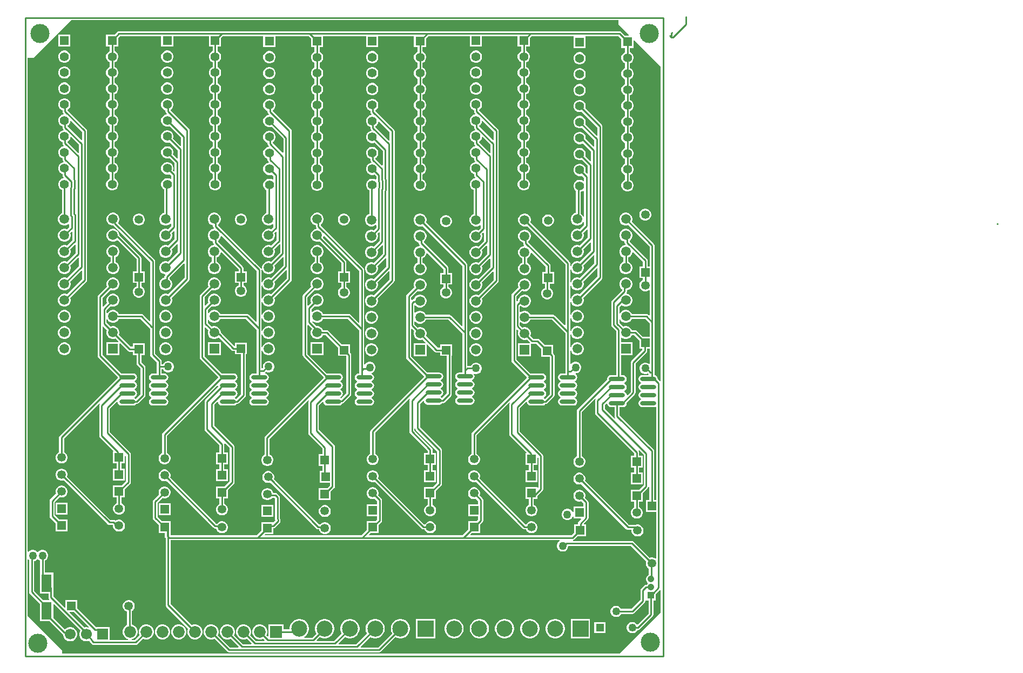
<source format=gtl>
G04*
G04 #@! TF.GenerationSoftware,Altium Limited,Altium Designer,24.6.1 (21)*
G04*
G04 Layer_Physical_Order=1*
G04 Layer_Color=255*
%FSLAX25Y25*%
%MOIN*%
G70*
G04*
G04 #@! TF.SameCoordinates,BD51E7C1-7467-4EA1-BF67-8BC641B90C76*
G04*
G04*
G04 #@! TF.FilePolarity,Positive*
G04*
G01*
G75*
%ADD14C,0.01000*%
%ADD15R,0.06299X0.11024*%
%ADD16O,0.09843X0.02756*%
%ADD18R,0.09843X0.09843*%
%ADD19C,0.09843*%
%ADD25R,0.07244X0.07244*%
%ADD26C,0.07244*%
%ADD27C,0.05512*%
%ADD28R,0.05512X0.05512*%
%ADD37C,0.05906*%
%ADD38R,0.05906X0.05906*%
%ADD39R,0.05315X0.05315*%
%ADD40C,0.05315*%
%ADD41R,0.05315X0.05315*%
%ADD42R,0.04134X0.04134*%
%ADD43C,0.04134*%
%ADD44R,0.04921X0.04921*%
%ADD45C,0.04921*%
%ADD46C,0.06693*%
%ADD47R,0.06693X0.06693*%
%ADD48C,0.11811*%
%ADD49C,0.05000*%
G36*
X521000Y491500D02*
X527412Y485088D01*
X527221Y484626D01*
X524868D01*
X522574Y486920D01*
X522077Y487252D01*
X521492Y487368D01*
X212756D01*
X212171Y487252D01*
X211674Y486920D01*
X210093Y485339D01*
X204744D01*
Y477827D01*
X206971D01*
Y475194D01*
X206194Y474746D01*
X205494Y474046D01*
X205000Y473190D01*
X204744Y472235D01*
Y471246D01*
X205000Y470290D01*
X205494Y469434D01*
X206194Y468735D01*
X206971Y468286D01*
Y465352D01*
X206194Y464903D01*
X205494Y464204D01*
X205000Y463347D01*
X204744Y462392D01*
Y461403D01*
X205000Y460448D01*
X205494Y459591D01*
X206194Y458892D01*
X206971Y458444D01*
Y455509D01*
X206194Y455061D01*
X205494Y454361D01*
X205000Y453505D01*
X204744Y452550D01*
Y451561D01*
X205000Y450605D01*
X205494Y449749D01*
X206194Y449050D01*
X206971Y448601D01*
Y445667D01*
X206194Y445218D01*
X205494Y444519D01*
X205000Y443662D01*
X204744Y442707D01*
Y441718D01*
X205000Y440763D01*
X205494Y439906D01*
X206194Y439207D01*
X206971Y438759D01*
Y435824D01*
X206194Y435376D01*
X205494Y434676D01*
X205000Y433820D01*
X204744Y432865D01*
Y431876D01*
X205000Y430920D01*
X205494Y430064D01*
X206194Y429365D01*
X206971Y428916D01*
Y425982D01*
X206194Y425533D01*
X205494Y424834D01*
X205000Y423977D01*
X204744Y423022D01*
Y422033D01*
X205000Y421078D01*
X205494Y420221D01*
X206194Y419522D01*
X206971Y419074D01*
Y416139D01*
X206194Y415691D01*
X205494Y414991D01*
X205000Y414135D01*
X204744Y413179D01*
Y412191D01*
X205000Y411235D01*
X205494Y410379D01*
X206194Y409680D01*
X206971Y409231D01*
Y406296D01*
X206194Y405848D01*
X205494Y405149D01*
X205000Y404292D01*
X204744Y403337D01*
Y402348D01*
X205000Y401393D01*
X205494Y400536D01*
X206194Y399837D01*
X206971Y399389D01*
Y396454D01*
X206194Y396006D01*
X205494Y395306D01*
X205000Y394450D01*
X204744Y393495D01*
Y392506D01*
X205000Y391550D01*
X205494Y390694D01*
X206194Y389995D01*
X207050Y389500D01*
X208005Y389244D01*
X208995D01*
X209950Y389500D01*
X210806Y389995D01*
X211506Y390694D01*
X212000Y391550D01*
X212256Y392506D01*
Y393495D01*
X212000Y394450D01*
X211506Y395306D01*
X210806Y396006D01*
X210029Y396454D01*
Y399389D01*
X210806Y399837D01*
X211506Y400536D01*
X212000Y401393D01*
X212256Y402348D01*
Y403337D01*
X212000Y404292D01*
X211506Y405149D01*
X210806Y405848D01*
X210029Y406296D01*
Y409231D01*
X210806Y409680D01*
X211506Y410379D01*
X212000Y411235D01*
X212256Y412191D01*
Y413179D01*
X212000Y414135D01*
X211506Y414991D01*
X210806Y415691D01*
X210029Y416139D01*
Y419074D01*
X210806Y419522D01*
X211506Y420221D01*
X212000Y421078D01*
X212256Y422033D01*
Y423022D01*
X212000Y423977D01*
X211506Y424834D01*
X210806Y425533D01*
X210029Y425982D01*
Y428916D01*
X210806Y429365D01*
X211506Y430064D01*
X212000Y430920D01*
X212256Y431876D01*
Y432865D01*
X212000Y433820D01*
X211506Y434676D01*
X210806Y435376D01*
X210029Y435824D01*
Y438759D01*
X210806Y439207D01*
X211506Y439906D01*
X212000Y440763D01*
X212256Y441718D01*
Y442707D01*
X212000Y443662D01*
X211506Y444519D01*
X210806Y445218D01*
X210029Y445667D01*
Y448601D01*
X210806Y449050D01*
X211506Y449749D01*
X212000Y450605D01*
X212256Y451561D01*
Y452550D01*
X212000Y453505D01*
X211506Y454361D01*
X210806Y455061D01*
X210029Y455509D01*
Y458444D01*
X210806Y458892D01*
X211506Y459591D01*
X212000Y460448D01*
X212256Y461403D01*
Y462392D01*
X212000Y463347D01*
X211506Y464204D01*
X210806Y464903D01*
X210029Y465352D01*
Y468286D01*
X210806Y468735D01*
X211506Y469434D01*
X212000Y470290D01*
X212256Y471246D01*
Y472235D01*
X212000Y473190D01*
X211506Y474046D01*
X210806Y474746D01*
X210029Y475194D01*
Y477827D01*
X212256D01*
Y483176D01*
X213389Y484309D01*
X238744D01*
Y477827D01*
X246256D01*
Y484309D01*
X268244D01*
Y477827D01*
X270471D01*
Y475194D01*
X269694Y474746D01*
X268994Y474046D01*
X268500Y473190D01*
X268244Y472235D01*
Y471246D01*
X268500Y470290D01*
X268994Y469434D01*
X269694Y468735D01*
X270471Y468286D01*
Y465352D01*
X269694Y464903D01*
X268994Y464204D01*
X268500Y463347D01*
X268244Y462392D01*
Y461403D01*
X268500Y460448D01*
X268994Y459591D01*
X269694Y458892D01*
X270471Y458444D01*
Y455509D01*
X269694Y455061D01*
X268994Y454361D01*
X268500Y453505D01*
X268244Y452550D01*
Y451561D01*
X268500Y450605D01*
X268994Y449749D01*
X269694Y449050D01*
X270471Y448601D01*
Y445667D01*
X269694Y445218D01*
X268994Y444519D01*
X268500Y443662D01*
X268244Y442707D01*
Y441718D01*
X268500Y440763D01*
X268994Y439906D01*
X269694Y439207D01*
X270471Y438759D01*
Y435824D01*
X269694Y435376D01*
X268994Y434676D01*
X268500Y433820D01*
X268244Y432865D01*
Y431876D01*
X268500Y430920D01*
X268994Y430064D01*
X269694Y429365D01*
X270471Y428916D01*
Y425982D01*
X269694Y425533D01*
X268994Y424834D01*
X268500Y423977D01*
X268244Y423022D01*
Y422033D01*
X268500Y421078D01*
X268994Y420221D01*
X269694Y419522D01*
X270471Y419074D01*
Y416139D01*
X269694Y415691D01*
X268994Y414991D01*
X268500Y414135D01*
X268244Y413179D01*
Y412191D01*
X268500Y411235D01*
X268994Y410379D01*
X269694Y409680D01*
X270471Y409231D01*
Y406296D01*
X269694Y405848D01*
X268994Y405149D01*
X268500Y404292D01*
X268244Y403337D01*
Y402348D01*
X268500Y401393D01*
X268994Y400536D01*
X269694Y399837D01*
X270471Y399389D01*
Y396454D01*
X269694Y396006D01*
X268994Y395306D01*
X268500Y394450D01*
X268244Y393495D01*
Y392506D01*
X268500Y391550D01*
X268994Y390694D01*
X269694Y389995D01*
X270550Y389500D01*
X271505Y389244D01*
X272495D01*
X273450Y389500D01*
X274306Y389995D01*
X275006Y390694D01*
X275500Y391550D01*
X275756Y392506D01*
Y393495D01*
X275500Y394450D01*
X275006Y395306D01*
X274306Y396006D01*
X273529Y396454D01*
Y399389D01*
X274306Y399837D01*
X275006Y400536D01*
X275500Y401393D01*
X275756Y402348D01*
Y403337D01*
X275500Y404292D01*
X275006Y405149D01*
X274306Y405848D01*
X273529Y406296D01*
Y409231D01*
X274306Y409680D01*
X275006Y410379D01*
X275500Y411235D01*
X275756Y412191D01*
Y413179D01*
X275500Y414135D01*
X275006Y414991D01*
X274306Y415691D01*
X273529Y416139D01*
Y419074D01*
X274306Y419522D01*
X275006Y420221D01*
X275500Y421078D01*
X275756Y422033D01*
Y423022D01*
X275500Y423977D01*
X275006Y424834D01*
X274306Y425533D01*
X273529Y425982D01*
Y428916D01*
X274306Y429365D01*
X275006Y430064D01*
X275500Y430920D01*
X275756Y431876D01*
Y432865D01*
X275500Y433820D01*
X275006Y434676D01*
X274306Y435376D01*
X273529Y435824D01*
Y438759D01*
X274306Y439207D01*
X275006Y439906D01*
X275500Y440763D01*
X275756Y441718D01*
Y442707D01*
X275500Y443662D01*
X275006Y444519D01*
X274306Y445218D01*
X273529Y445667D01*
Y448601D01*
X274306Y449050D01*
X275006Y449749D01*
X275500Y450605D01*
X275756Y451561D01*
Y452550D01*
X275500Y453505D01*
X275006Y454361D01*
X274306Y455061D01*
X273529Y455509D01*
Y458444D01*
X274306Y458892D01*
X275006Y459591D01*
X275500Y460448D01*
X275756Y461403D01*
Y462392D01*
X275500Y463347D01*
X275006Y464204D01*
X274306Y464903D01*
X273529Y465352D01*
Y468286D01*
X274306Y468735D01*
X275006Y469434D01*
X275500Y470290D01*
X275756Y471246D01*
Y472235D01*
X275500Y473190D01*
X275006Y474046D01*
X274306Y474746D01*
X273529Y475194D01*
Y477827D01*
X275756D01*
Y483176D01*
X276889Y484309D01*
X301744D01*
Y477484D01*
X309256D01*
Y484309D01*
X329729D01*
X331205Y482833D01*
Y477484D01*
X333431D01*
Y474852D01*
X332654Y474403D01*
X331955Y473704D01*
X331461Y472847D01*
X331205Y471892D01*
Y470903D01*
X331461Y469948D01*
X331955Y469092D01*
X332654Y468392D01*
X333431Y467944D01*
Y465009D01*
X332654Y464561D01*
X331955Y463861D01*
X331461Y463005D01*
X331205Y462050D01*
Y461061D01*
X331461Y460105D01*
X331955Y459249D01*
X332654Y458550D01*
X333431Y458101D01*
Y455166D01*
X332654Y454718D01*
X331955Y454019D01*
X331461Y453162D01*
X331205Y452207D01*
Y451218D01*
X331461Y450263D01*
X331955Y449406D01*
X332654Y448707D01*
X333431Y448259D01*
Y445324D01*
X332654Y444876D01*
X331955Y444176D01*
X331461Y443320D01*
X331205Y442365D01*
Y441376D01*
X331461Y440420D01*
X331955Y439564D01*
X332654Y438865D01*
X333431Y438416D01*
Y435482D01*
X332654Y435033D01*
X331955Y434334D01*
X331461Y433477D01*
X331205Y432522D01*
Y431533D01*
X331461Y430578D01*
X331955Y429721D01*
X332654Y429022D01*
X333431Y428574D01*
Y425639D01*
X332654Y425190D01*
X331955Y424491D01*
X331461Y423635D01*
X331205Y422680D01*
Y421691D01*
X331461Y420735D01*
X331955Y419879D01*
X332654Y419180D01*
X333431Y418731D01*
Y415797D01*
X332654Y415348D01*
X331955Y414649D01*
X331461Y413792D01*
X331205Y412837D01*
Y411848D01*
X331461Y410893D01*
X331955Y410036D01*
X332654Y409337D01*
X333431Y408889D01*
Y405954D01*
X332654Y405506D01*
X331955Y404806D01*
X331461Y403950D01*
X331205Y402994D01*
Y402005D01*
X331461Y401050D01*
X331955Y400194D01*
X332654Y399495D01*
X333431Y399046D01*
Y396111D01*
X332654Y395663D01*
X331955Y394964D01*
X331461Y394107D01*
X331205Y393152D01*
Y392163D01*
X331461Y391208D01*
X331955Y390351D01*
X332654Y389652D01*
X333511Y389158D01*
X334466Y388902D01*
X335455D01*
X336410Y389158D01*
X337267Y389652D01*
X337966Y390351D01*
X338461Y391208D01*
X338717Y392163D01*
Y393152D01*
X338461Y394107D01*
X337966Y394964D01*
X337267Y395663D01*
X336490Y396111D01*
Y399046D01*
X337267Y399495D01*
X337966Y400194D01*
X338461Y401050D01*
X338717Y402005D01*
Y402994D01*
X338461Y403950D01*
X337966Y404806D01*
X337267Y405506D01*
X336490Y405954D01*
Y408889D01*
X337267Y409337D01*
X337966Y410036D01*
X338461Y410893D01*
X338717Y411848D01*
Y412837D01*
X338461Y413792D01*
X337966Y414649D01*
X337267Y415348D01*
X336490Y415797D01*
Y418731D01*
X337267Y419180D01*
X337966Y419879D01*
X338461Y420735D01*
X338717Y421691D01*
Y422680D01*
X338461Y423635D01*
X337966Y424491D01*
X337267Y425190D01*
X336490Y425639D01*
Y428574D01*
X337267Y429022D01*
X337966Y429721D01*
X338461Y430578D01*
X338717Y431533D01*
Y432522D01*
X338461Y433477D01*
X337966Y434334D01*
X337267Y435033D01*
X336490Y435482D01*
Y438416D01*
X337267Y438865D01*
X337966Y439564D01*
X338461Y440420D01*
X338717Y441376D01*
Y442365D01*
X338461Y443320D01*
X337966Y444176D01*
X337267Y444876D01*
X336490Y445324D01*
Y448259D01*
X337267Y448707D01*
X337966Y449406D01*
X338461Y450263D01*
X338717Y451218D01*
Y452207D01*
X338461Y453162D01*
X337966Y454019D01*
X337267Y454718D01*
X336490Y455166D01*
Y458101D01*
X337267Y458550D01*
X337966Y459249D01*
X338461Y460105D01*
X338717Y461061D01*
Y462050D01*
X338461Y463005D01*
X337966Y463861D01*
X337267Y464561D01*
X336490Y465009D01*
Y467944D01*
X337267Y468392D01*
X337966Y469092D01*
X338461Y469948D01*
X338717Y470903D01*
Y471892D01*
X338461Y472847D01*
X337966Y473704D01*
X337267Y474403D01*
X336490Y474852D01*
Y477484D01*
X338717D01*
Y484309D01*
X365244D01*
Y477484D01*
X372756D01*
Y484309D01*
X394705D01*
Y477484D01*
X396931D01*
Y474852D01*
X396154Y474403D01*
X395455Y473704D01*
X394961Y472847D01*
X394705Y471892D01*
Y470903D01*
X394961Y469948D01*
X395455Y469092D01*
X396154Y468392D01*
X396931Y467944D01*
Y465009D01*
X396154Y464561D01*
X395455Y463861D01*
X394961Y463005D01*
X394705Y462050D01*
Y461061D01*
X394961Y460105D01*
X395455Y459249D01*
X396154Y458550D01*
X396931Y458101D01*
Y455166D01*
X396154Y454718D01*
X395455Y454019D01*
X394961Y453162D01*
X394705Y452207D01*
Y451218D01*
X394961Y450263D01*
X395455Y449406D01*
X396154Y448707D01*
X396931Y448259D01*
Y445324D01*
X396154Y444876D01*
X395455Y444176D01*
X394961Y443320D01*
X394705Y442365D01*
Y441376D01*
X394961Y440420D01*
X395455Y439564D01*
X396154Y438865D01*
X396931Y438416D01*
Y435482D01*
X396154Y435033D01*
X395455Y434334D01*
X394961Y433477D01*
X394705Y432522D01*
Y431533D01*
X394961Y430578D01*
X395455Y429721D01*
X396154Y429022D01*
X396931Y428574D01*
Y425639D01*
X396154Y425190D01*
X395455Y424491D01*
X394961Y423635D01*
X394705Y422680D01*
Y421691D01*
X394961Y420735D01*
X395455Y419879D01*
X396154Y419180D01*
X396931Y418731D01*
Y415797D01*
X396154Y415348D01*
X395455Y414649D01*
X394961Y413792D01*
X394705Y412837D01*
Y411848D01*
X394961Y410893D01*
X395455Y410036D01*
X396154Y409337D01*
X396931Y408889D01*
Y405954D01*
X396154Y405506D01*
X395455Y404806D01*
X394961Y403950D01*
X394705Y402994D01*
Y402005D01*
X394961Y401050D01*
X395455Y400194D01*
X396154Y399495D01*
X396931Y399046D01*
Y396111D01*
X396154Y395663D01*
X395455Y394964D01*
X394961Y394107D01*
X394705Y393152D01*
Y392163D01*
X394961Y391208D01*
X395455Y390351D01*
X396154Y389652D01*
X397011Y389158D01*
X397966Y388902D01*
X398955D01*
X399910Y389158D01*
X400767Y389652D01*
X401466Y390351D01*
X401961Y391208D01*
X402216Y392163D01*
Y393152D01*
X401961Y394107D01*
X401466Y394964D01*
X400767Y395663D01*
X399990Y396111D01*
Y399046D01*
X400767Y399495D01*
X401466Y400194D01*
X401961Y401050D01*
X402216Y402005D01*
Y402994D01*
X401961Y403950D01*
X401466Y404806D01*
X400767Y405506D01*
X399990Y405954D01*
Y408889D01*
X400767Y409337D01*
X401466Y410036D01*
X401961Y410893D01*
X402216Y411848D01*
Y412837D01*
X401961Y413792D01*
X401466Y414649D01*
X400767Y415348D01*
X399990Y415797D01*
Y418731D01*
X400767Y419180D01*
X401466Y419879D01*
X401961Y420735D01*
X402216Y421691D01*
Y422680D01*
X401961Y423635D01*
X401466Y424491D01*
X400767Y425190D01*
X399990Y425639D01*
Y428574D01*
X400767Y429022D01*
X401466Y429721D01*
X401961Y430578D01*
X402216Y431533D01*
Y432522D01*
X401961Y433477D01*
X401466Y434334D01*
X400767Y435033D01*
X399990Y435482D01*
Y438416D01*
X400767Y438865D01*
X401466Y439564D01*
X401961Y440420D01*
X402216Y441376D01*
Y442365D01*
X401961Y443320D01*
X401466Y444176D01*
X400767Y444876D01*
X399990Y445324D01*
Y448259D01*
X400767Y448707D01*
X401466Y449406D01*
X401961Y450263D01*
X402216Y451218D01*
Y452207D01*
X401961Y453162D01*
X401466Y454019D01*
X400767Y454718D01*
X399990Y455166D01*
Y458101D01*
X400767Y458550D01*
X401466Y459249D01*
X401961Y460105D01*
X402216Y461061D01*
Y462050D01*
X401961Y463005D01*
X401466Y463861D01*
X400767Y464561D01*
X399990Y465009D01*
Y467944D01*
X400767Y468392D01*
X401466Y469092D01*
X401961Y469948D01*
X402216Y470903D01*
Y471892D01*
X401961Y472847D01*
X401466Y473704D01*
X400767Y474403D01*
X399990Y474852D01*
Y477484D01*
X402216D01*
Y482833D01*
X403692Y484309D01*
X429244D01*
Y477827D01*
X436756D01*
Y484309D01*
X458705D01*
Y477799D01*
X460931D01*
Y475167D01*
X460154Y474718D01*
X459455Y474019D01*
X458961Y473162D01*
X458705Y472207D01*
Y471218D01*
X458961Y470263D01*
X459455Y469406D01*
X460154Y468707D01*
X460931Y468259D01*
Y465324D01*
X460154Y464876D01*
X459455Y464176D01*
X458961Y463320D01*
X458705Y462364D01*
Y461376D01*
X458961Y460420D01*
X459455Y459564D01*
X460154Y458865D01*
X460931Y458416D01*
Y455481D01*
X460154Y455033D01*
X459455Y454334D01*
X458961Y453477D01*
X458705Y452522D01*
Y451533D01*
X458961Y450578D01*
X459455Y449721D01*
X460154Y449022D01*
X460931Y448574D01*
Y445639D01*
X460154Y445190D01*
X459455Y444491D01*
X458961Y443635D01*
X458705Y442680D01*
Y441691D01*
X458961Y440735D01*
X459455Y439879D01*
X460154Y439180D01*
X460931Y438731D01*
Y435796D01*
X460154Y435348D01*
X459455Y434649D01*
X458961Y433792D01*
X458705Y432837D01*
Y431848D01*
X458961Y430893D01*
X459455Y430036D01*
X460154Y429337D01*
X460931Y428889D01*
Y425954D01*
X460154Y425505D01*
X459455Y424806D01*
X458961Y423950D01*
X458705Y422995D01*
Y422006D01*
X458961Y421050D01*
X459455Y420194D01*
X460154Y419494D01*
X460931Y419046D01*
Y416111D01*
X460154Y415663D01*
X459455Y414964D01*
X458961Y414107D01*
X458705Y413152D01*
Y412163D01*
X458961Y411208D01*
X459455Y410351D01*
X460154Y409652D01*
X460931Y409203D01*
Y406269D01*
X460154Y405820D01*
X459455Y405121D01*
X458961Y404265D01*
X458705Y403309D01*
Y402320D01*
X458961Y401365D01*
X459455Y400509D01*
X460154Y399810D01*
X460931Y399361D01*
Y396426D01*
X460154Y395978D01*
X459455Y395279D01*
X458961Y394422D01*
X458705Y393467D01*
Y392478D01*
X458961Y391523D01*
X459455Y390666D01*
X460154Y389967D01*
X461011Y389473D01*
X461966Y389216D01*
X462955D01*
X463910Y389473D01*
X464767Y389967D01*
X465466Y390666D01*
X465961Y391523D01*
X466217Y392478D01*
Y393467D01*
X465961Y394422D01*
X465466Y395279D01*
X464767Y395978D01*
X463990Y396426D01*
Y399361D01*
X464767Y399810D01*
X465466Y400509D01*
X465961Y401365D01*
X466217Y402320D01*
Y403309D01*
X465961Y404265D01*
X465466Y405121D01*
X464767Y405820D01*
X463990Y406269D01*
Y409203D01*
X464767Y409652D01*
X465466Y410351D01*
X465961Y411208D01*
X466217Y412163D01*
Y413152D01*
X465961Y414107D01*
X465466Y414964D01*
X464767Y415663D01*
X463990Y416111D01*
Y419046D01*
X464767Y419494D01*
X465466Y420194D01*
X465961Y421050D01*
X466217Y422006D01*
Y422995D01*
X465961Y423950D01*
X465466Y424806D01*
X464767Y425505D01*
X463990Y425954D01*
Y428889D01*
X464767Y429337D01*
X465466Y430036D01*
X465961Y430893D01*
X466217Y431848D01*
Y432837D01*
X465961Y433792D01*
X465466Y434649D01*
X464767Y435348D01*
X463990Y435796D01*
Y438731D01*
X464767Y439180D01*
X465466Y439879D01*
X465961Y440735D01*
X466217Y441691D01*
Y442680D01*
X465961Y443635D01*
X465466Y444491D01*
X464767Y445190D01*
X463990Y445639D01*
Y448574D01*
X464767Y449022D01*
X465466Y449721D01*
X465961Y450578D01*
X466217Y451533D01*
Y452522D01*
X465961Y453477D01*
X465466Y454334D01*
X464767Y455033D01*
X463990Y455481D01*
Y458416D01*
X464767Y458865D01*
X465466Y459564D01*
X465961Y460420D01*
X466217Y461376D01*
Y462364D01*
X465961Y463320D01*
X465466Y464176D01*
X464767Y464876D01*
X463990Y465324D01*
Y468259D01*
X464767Y468707D01*
X465466Y469406D01*
X465961Y470263D01*
X466217Y471218D01*
Y472207D01*
X465961Y473162D01*
X465466Y474019D01*
X464767Y474718D01*
X463990Y475167D01*
Y477799D01*
X466217D01*
Y483148D01*
X467378Y484309D01*
X493205D01*
Y476827D01*
X500716D01*
Y484309D01*
X520859D01*
X522705Y482463D01*
Y477114D01*
X524931D01*
Y474481D01*
X524154Y474033D01*
X523455Y473334D01*
X522961Y472477D01*
X522705Y471522D01*
Y470533D01*
X522961Y469578D01*
X523455Y468721D01*
X524154Y468022D01*
X524931Y467574D01*
Y464639D01*
X524154Y464190D01*
X523455Y463491D01*
X522961Y462635D01*
X522705Y461680D01*
Y460691D01*
X522961Y459735D01*
X523455Y458879D01*
X524154Y458180D01*
X524931Y457731D01*
Y454797D01*
X524154Y454348D01*
X523455Y453649D01*
X522961Y452792D01*
X522705Y451837D01*
Y450848D01*
X522961Y449893D01*
X523455Y449036D01*
X524154Y448337D01*
X524931Y447889D01*
Y444954D01*
X524154Y444506D01*
X523455Y443806D01*
X522961Y442950D01*
X522705Y441994D01*
Y441006D01*
X522961Y440050D01*
X523455Y439194D01*
X524154Y438494D01*
X524931Y438046D01*
Y435111D01*
X524154Y434663D01*
X523455Y433964D01*
X522961Y433107D01*
X522705Y432152D01*
Y431163D01*
X522961Y430208D01*
X523455Y429351D01*
X524154Y428652D01*
X524931Y428203D01*
Y425269D01*
X524154Y424820D01*
X523455Y424121D01*
X522961Y423265D01*
X522705Y422309D01*
Y421320D01*
X522961Y420365D01*
X523455Y419509D01*
X524154Y418810D01*
X524931Y418361D01*
Y415426D01*
X524154Y414978D01*
X523455Y414279D01*
X522961Y413422D01*
X522705Y412467D01*
Y411478D01*
X522961Y410523D01*
X523455Y409666D01*
X524154Y408967D01*
X524931Y408519D01*
Y405584D01*
X524154Y405135D01*
X523455Y404436D01*
X522961Y403580D01*
X522705Y402624D01*
Y401635D01*
X522961Y400680D01*
X523455Y399824D01*
X524154Y399124D01*
X524931Y398676D01*
Y395741D01*
X524154Y395293D01*
X523455Y394594D01*
X522961Y393737D01*
X522705Y392782D01*
Y391793D01*
X522961Y390838D01*
X523455Y389981D01*
X524154Y389282D01*
X525011Y388788D01*
X525966Y388531D01*
X526955D01*
X527910Y388788D01*
X528767Y389282D01*
X529466Y389981D01*
X529961Y390838D01*
X530217Y391793D01*
Y392782D01*
X529961Y393737D01*
X529466Y394594D01*
X528767Y395293D01*
X527990Y395741D01*
Y398676D01*
X528767Y399124D01*
X529466Y399824D01*
X529961Y400680D01*
X530217Y401635D01*
Y402624D01*
X529961Y403580D01*
X529466Y404436D01*
X528767Y405135D01*
X527990Y405584D01*
Y408519D01*
X528767Y408967D01*
X529466Y409666D01*
X529961Y410523D01*
X530217Y411478D01*
Y412467D01*
X529961Y413422D01*
X529466Y414279D01*
X528767Y414978D01*
X527990Y415426D01*
Y418361D01*
X528767Y418810D01*
X529466Y419509D01*
X529961Y420365D01*
X530217Y421320D01*
Y422309D01*
X529961Y423265D01*
X529466Y424121D01*
X528767Y424820D01*
X527990Y425269D01*
Y428203D01*
X528767Y428652D01*
X529466Y429351D01*
X529961Y430208D01*
X530217Y431163D01*
Y432152D01*
X529961Y433107D01*
X529466Y433964D01*
X528767Y434663D01*
X527990Y435111D01*
Y438046D01*
X528767Y438494D01*
X529466Y439194D01*
X529961Y440050D01*
X530217Y441006D01*
Y441994D01*
X529961Y442950D01*
X529466Y443806D01*
X528767Y444506D01*
X527990Y444954D01*
Y447889D01*
X528767Y448337D01*
X529466Y449036D01*
X529961Y449893D01*
X530217Y450848D01*
Y451837D01*
X529961Y452792D01*
X529466Y453649D01*
X528767Y454348D01*
X527990Y454797D01*
Y457731D01*
X528767Y458180D01*
X529466Y458879D01*
X529961Y459735D01*
X530217Y460691D01*
Y461680D01*
X529961Y462635D01*
X529466Y463491D01*
X528767Y464190D01*
X527990Y464639D01*
Y467574D01*
X528767Y468022D01*
X529466Y468721D01*
X529961Y469578D01*
X530217Y470533D01*
Y471522D01*
X529961Y472477D01*
X529466Y473334D01*
X528767Y474033D01*
X527990Y474481D01*
Y477114D01*
X530217D01*
Y481630D01*
X530679Y481821D01*
X546971Y465529D01*
Y271734D01*
X546471Y271527D01*
X545216Y272782D01*
X545259Y273000D01*
X545075Y273928D01*
X544549Y274714D01*
X543762Y275240D01*
X543185Y275355D01*
X543187Y275366D01*
Y277000D01*
Y308000D01*
Y355343D01*
X543070Y355928D01*
X542739Y356424D01*
X529184Y369978D01*
X529453Y370980D01*
Y372020D01*
X529183Y373026D01*
X528663Y373927D01*
X527927Y374663D01*
X527026Y375183D01*
X526020Y375453D01*
X524980D01*
X523974Y375183D01*
X523073Y374663D01*
X522337Y373927D01*
X521817Y373026D01*
X521547Y372020D01*
Y370980D01*
X521817Y369974D01*
X522337Y369073D01*
X523073Y368337D01*
X523974Y367817D01*
X524980Y367547D01*
X526020D01*
X527022Y367815D01*
X540128Y354709D01*
Y342441D01*
X539029D01*
Y345797D01*
X538913Y346382D01*
X538581Y346879D01*
X527779Y357681D01*
Y358252D01*
X527927Y358337D01*
X528663Y359073D01*
X529183Y359974D01*
X529453Y360980D01*
Y362020D01*
X529183Y363026D01*
X528663Y363927D01*
X527927Y364663D01*
X527026Y365183D01*
X526020Y365453D01*
X524980D01*
X523974Y365183D01*
X523073Y364663D01*
X522337Y363927D01*
X521817Y363026D01*
X521547Y362020D01*
Y360980D01*
X521817Y359974D01*
X522337Y359073D01*
X523073Y358337D01*
X523974Y357817D01*
X524720Y357617D01*
Y357047D01*
X524837Y356462D01*
X525169Y355966D01*
X525220Y355915D01*
X525028Y355453D01*
X524980D01*
X523974Y355183D01*
X523073Y354663D01*
X522337Y353927D01*
X521817Y353026D01*
X521547Y352020D01*
Y350980D01*
X521817Y349974D01*
X522337Y349073D01*
X523073Y348337D01*
X523971Y347819D01*
Y345181D01*
X523073Y344663D01*
X522337Y343927D01*
X521817Y343026D01*
X521547Y342020D01*
Y340980D01*
X521817Y339974D01*
X522337Y339073D01*
X523073Y338337D01*
X523974Y337817D01*
X524980Y337547D01*
X526020D01*
X527026Y337817D01*
X527927Y338337D01*
X528663Y339073D01*
X529183Y339974D01*
X529453Y340980D01*
Y342020D01*
X529183Y343026D01*
X528663Y343927D01*
X527927Y344663D01*
X527029Y345181D01*
Y347819D01*
X527927Y348337D01*
X528663Y349073D01*
X529183Y349974D01*
X529453Y350980D01*
Y351028D01*
X529915Y351220D01*
X535971Y345164D01*
Y342441D01*
X533843D01*
Y335126D01*
X535971D01*
Y334057D01*
X535254Y333643D01*
X534573Y332962D01*
X534092Y332128D01*
X533843Y331198D01*
Y330235D01*
X534092Y329305D01*
X534573Y328471D01*
X535254Y327790D01*
X536088Y327308D01*
X537018Y327059D01*
X537982D01*
X538912Y327308D01*
X539628Y327722D01*
X540128Y327529D01*
Y312346D01*
X539666Y312154D01*
X539239Y312581D01*
X538743Y312913D01*
X538158Y313029D01*
X529181D01*
X528663Y313927D01*
X527927Y314663D01*
X527026Y315183D01*
X526020Y315453D01*
X524980D01*
X523974Y315183D01*
X523073Y314663D01*
X522337Y313927D01*
X522029Y313394D01*
X521529Y313528D01*
Y317367D01*
X522786Y318623D01*
X523073Y318337D01*
X523974Y317817D01*
X524980Y317547D01*
X526020D01*
X527026Y317817D01*
X527927Y318337D01*
X528663Y319073D01*
X529183Y319974D01*
X529453Y320980D01*
Y322020D01*
X529183Y323026D01*
X528663Y323927D01*
X527927Y324663D01*
X527026Y325183D01*
X526020Y325453D01*
X525972D01*
X525780Y325915D01*
X525832Y325966D01*
X526163Y326462D01*
X526279Y327047D01*
Y327617D01*
X527026Y327817D01*
X527927Y328337D01*
X528663Y329073D01*
X529183Y329974D01*
X529453Y330980D01*
Y332020D01*
X529183Y333026D01*
X528663Y333927D01*
X527927Y334663D01*
X527026Y335183D01*
X526020Y335453D01*
X524980D01*
X523974Y335183D01*
X523073Y334663D01*
X522337Y333927D01*
X521817Y333026D01*
X521547Y332020D01*
Y330980D01*
X521817Y329974D01*
X522337Y329073D01*
X523073Y328337D01*
X523221Y328252D01*
Y327681D01*
X516919Y321379D01*
X516587Y320882D01*
X516471Y320297D01*
Y306172D01*
X516587Y305586D01*
X516919Y305090D01*
X519518Y302491D01*
Y275425D01*
X516457D01*
X515529Y275240D01*
X514742Y274714D01*
X514217Y273928D01*
X514032Y273000D01*
X514076Y272782D01*
X495702Y254408D01*
X495370Y253912D01*
X495254Y253327D01*
Y225340D01*
X494538Y224927D01*
X493857Y224246D01*
X493375Y223412D01*
X493126Y222481D01*
Y221518D01*
X493375Y220588D01*
X493857Y219754D01*
X494538Y219073D01*
X495372Y218592D01*
X496302Y218342D01*
X497265D01*
X498195Y218592D01*
X499029Y219073D01*
X499710Y219754D01*
X500192Y220588D01*
X500441Y221518D01*
Y222481D01*
X500192Y223412D01*
X499710Y224246D01*
X499029Y224927D01*
X498313Y225340D01*
Y252693D01*
X506464Y260844D01*
X506852Y260526D01*
X506587Y260129D01*
X506471Y259543D01*
Y252000D01*
X506587Y251415D01*
X506919Y250919D01*
X530687Y227150D01*
Y225658D01*
X528559D01*
Y218342D01*
X530687D01*
Y215158D01*
X528559D01*
Y207842D01*
X535874D01*
Y215158D01*
X533746D01*
Y218342D01*
X535874D01*
Y225658D01*
X533746D01*
Y227783D01*
X533630Y228369D01*
X533364Y228766D01*
X533752Y229085D01*
X536471Y226366D01*
Y207417D01*
X533711Y204658D01*
X528559D01*
Y197343D01*
X530687D01*
Y193840D01*
X529971Y193427D01*
X529290Y192746D01*
X528808Y191912D01*
X528559Y190981D01*
Y190018D01*
X528808Y189088D01*
X529290Y188254D01*
X529971Y187573D01*
X530805Y187092D01*
X531735Y186843D01*
X532698D01*
X533628Y187092D01*
X534462Y187573D01*
X535143Y188254D01*
X535625Y189088D01*
X535874Y190018D01*
Y190981D01*
X535625Y191912D01*
X535143Y192746D01*
X534462Y193427D01*
X533746Y193840D01*
Y197343D01*
X535874D01*
Y202495D01*
X539081Y205702D01*
X539413Y206198D01*
X539471Y206488D01*
X539971Y206439D01*
Y198374D01*
X537843D01*
Y191059D01*
X544183D01*
Y162399D01*
X543683Y162246D01*
X542912Y162692D01*
X541982Y162941D01*
X541018D01*
X540219Y162727D01*
X530365Y172581D01*
X529869Y172913D01*
X529284Y173029D01*
X492845D01*
X492796Y173529D01*
X493085Y173587D01*
X493581Y173919D01*
X495505Y175842D01*
X500941D01*
Y183158D01*
X499693D01*
X499502Y183619D01*
X502022Y186140D01*
X502354Y186636D01*
X502470Y187221D01*
Y196843D01*
X502354Y197428D01*
X502022Y197924D01*
X500227Y199720D01*
X500441Y200518D01*
Y201482D01*
X500192Y202412D01*
X499710Y203246D01*
X499029Y203927D01*
X498195Y204408D01*
X497265Y204658D01*
X496302D01*
X495372Y204408D01*
X494538Y203927D01*
X493857Y203246D01*
X493375Y202412D01*
X493126Y201482D01*
Y200518D01*
X493375Y199588D01*
X493857Y198754D01*
X494538Y198073D01*
X495372Y197592D01*
X496302Y197343D01*
X497265D01*
X498064Y197557D01*
X499411Y196209D01*
Y194158D01*
X493126D01*
Y190954D01*
X493099Y190943D01*
X492626Y190871D01*
X492222Y191571D01*
X491571Y192222D01*
X490772Y192683D01*
X489882Y192922D01*
X488961D01*
X488071Y192683D01*
X487273Y192222D01*
X486621Y191571D01*
X486160Y190772D01*
X485922Y189882D01*
Y188961D01*
X486160Y188071D01*
X486621Y187273D01*
X487273Y186621D01*
X488071Y186160D01*
X488961Y185922D01*
X489882D01*
X490772Y186160D01*
X491571Y186621D01*
X492222Y187273D01*
X492626Y187972D01*
X493099Y187900D01*
X493126Y187889D01*
Y186843D01*
X497746D01*
X497937Y186381D01*
X496419Y184862D01*
X496087Y184365D01*
X495971Y183780D01*
Y183158D01*
X493626D01*
Y178289D01*
X491866Y176529D01*
X429629D01*
X429438Y176991D01*
X430289Y177842D01*
X435441D01*
Y182995D01*
X437022Y184576D01*
X437354Y185072D01*
X437470Y185658D01*
Y198343D01*
X437354Y198928D01*
X437022Y199424D01*
X435227Y201220D01*
X435441Y202018D01*
Y202981D01*
X435192Y203912D01*
X434710Y204746D01*
X434029Y205427D01*
X433195Y205908D01*
X432265Y206157D01*
X431302D01*
X430372Y205908D01*
X429538Y205427D01*
X428857Y204746D01*
X428375Y203912D01*
X428126Y202981D01*
Y202018D01*
X428375Y201088D01*
X428857Y200254D01*
X429538Y199573D01*
X430372Y199092D01*
X431302Y198843D01*
X432265D01*
X433064Y199057D01*
X434411Y197709D01*
Y195658D01*
X428126D01*
Y188342D01*
X434411D01*
Y186291D01*
X433278Y185158D01*
X428126D01*
Y180005D01*
X424650Y176529D01*
X367129D01*
X366938Y176991D01*
X367789Y177842D01*
X372941D01*
Y182995D01*
X374522Y184576D01*
X374854Y185072D01*
X374970Y185658D01*
Y198343D01*
X374854Y198928D01*
X374522Y199424D01*
X372727Y201220D01*
X372941Y202018D01*
Y202981D01*
X372692Y203912D01*
X372210Y204746D01*
X371529Y205427D01*
X370695Y205908D01*
X369765Y206157D01*
X368802D01*
X367872Y205908D01*
X367038Y205427D01*
X366357Y204746D01*
X365875Y203912D01*
X365626Y202981D01*
Y202018D01*
X365875Y201088D01*
X366357Y200254D01*
X367038Y199573D01*
X367872Y199092D01*
X368802Y198843D01*
X369765D01*
X370564Y199057D01*
X371912Y197709D01*
Y195658D01*
X365626D01*
Y188342D01*
X371912D01*
Y186291D01*
X370778Y185158D01*
X365626D01*
Y180005D01*
X362150Y176529D01*
X302629D01*
X302438Y176991D01*
X302789Y177342D01*
X307941D01*
Y180843D01*
X308440Y180942D01*
X308937Y181274D01*
X311917Y184254D01*
X312249Y184750D01*
X312365Y185336D01*
Y186164D01*
X312249Y186749D01*
X312029Y187078D01*
Y200000D01*
X311913Y200585D01*
X311581Y201081D01*
X310407Y202256D01*
X309911Y202587D01*
X309326Y202704D01*
X307881D01*
X307692Y203412D01*
X307210Y204246D01*
X306529Y204927D01*
X305695Y205408D01*
X304765Y205658D01*
X303802D01*
X302872Y205408D01*
X302038Y204927D01*
X301357Y204246D01*
X300875Y203412D01*
X300626Y202482D01*
Y201519D01*
X300875Y200588D01*
X301357Y199754D01*
X302038Y199073D01*
X302872Y198592D01*
X303802Y198343D01*
X304765D01*
X305695Y198592D01*
X306529Y199073D01*
X307101Y199645D01*
X308692D01*
X308971Y199366D01*
Y186500D01*
X309087Y185915D01*
X309153Y185816D01*
X308295Y184958D01*
X307941Y184658D01*
Y184658D01*
X307941Y184658D01*
X300626D01*
Y179505D01*
X297650Y176529D01*
X244529D01*
Y179283D01*
X244441Y179728D01*
Y185158D01*
X239289D01*
X236529Y187917D01*
Y196583D01*
X239503Y199557D01*
X240302Y199343D01*
X241265D01*
X242195Y199592D01*
X243029Y200073D01*
X243710Y200754D01*
X244192Y201588D01*
X244441Y202519D01*
Y203482D01*
X244192Y204412D01*
X243710Y205246D01*
X243029Y205927D01*
X242195Y206408D01*
X241265Y206658D01*
X240302D01*
X239372Y206408D01*
X238538Y205927D01*
X237857Y205246D01*
X237375Y204412D01*
X237126Y203482D01*
Y202519D01*
X237340Y201719D01*
X233919Y198298D01*
X233587Y197802D01*
X233471Y197216D01*
Y187284D01*
X233587Y186698D01*
X233919Y186202D01*
X237126Y182995D01*
Y177842D01*
X240971D01*
Y176000D01*
X241087Y175415D01*
X241419Y174919D01*
X241471Y174866D01*
Y133500D01*
X241587Y132915D01*
X241919Y132419D01*
X255325Y119012D01*
X255193Y118784D01*
X254878Y117608D01*
Y116392D01*
X255193Y115216D01*
X255802Y114162D01*
X256662Y113301D01*
X257716Y112693D01*
X258892Y112378D01*
X260108D01*
X261284Y112693D01*
X262338Y113301D01*
X263198Y114162D01*
X263807Y115216D01*
X264122Y116392D01*
Y117608D01*
X263807Y118784D01*
X263198Y119838D01*
X262338Y120699D01*
X261284Y121307D01*
X260108Y121622D01*
X258892D01*
X257716Y121307D01*
X257488Y121175D01*
X244529Y134134D01*
Y173471D01*
X484511D01*
X484645Y172971D01*
X484351Y172801D01*
X483699Y172149D01*
X483239Y171351D01*
X483000Y170461D01*
Y169539D01*
X483239Y168649D01*
X483699Y167851D01*
X484351Y167199D01*
X485149Y166738D01*
X486039Y166500D01*
X486961D01*
X487851Y166738D01*
X488649Y167199D01*
X489301Y167851D01*
X489761Y168649D01*
X490000Y169539D01*
Y169971D01*
X528650D01*
X538057Y160564D01*
X537843Y159765D01*
Y158802D01*
X538092Y157872D01*
X538573Y157038D01*
X539254Y156357D01*
X539721Y156088D01*
Y152303D01*
X539117Y151954D01*
X538546Y151383D01*
X538142Y150684D01*
X537933Y149904D01*
Y149096D01*
X538142Y148316D01*
X538546Y147617D01*
X538827Y147336D01*
X539082Y147000D01*
X538827Y146665D01*
X538546Y146383D01*
X538342Y146029D01*
X538000D01*
X537415Y145913D01*
X536919Y145581D01*
X534919Y143581D01*
X534587Y143085D01*
X534471Y142500D01*
Y136634D01*
X529004Y131167D01*
X522613D01*
X522269Y131763D01*
X521625Y132407D01*
X520836Y132863D01*
X519956Y133098D01*
X519044D01*
X518164Y132863D01*
X517375Y132407D01*
X516731Y131763D01*
X516275Y130974D01*
X516039Y130093D01*
Y129182D01*
X516275Y128302D01*
X516731Y127513D01*
X517375Y126869D01*
X518164Y126413D01*
X519044Y126177D01*
X519956D01*
X520836Y126413D01*
X521625Y126869D01*
X522269Y127513D01*
X522613Y128108D01*
X529638D01*
X530223Y128225D01*
X530719Y128556D01*
X537081Y134919D01*
X537413Y135415D01*
X537529Y136000D01*
Y136200D01*
X537933Y136433D01*
X539471D01*
Y128271D01*
X532813Y121614D01*
X532317Y121679D01*
X532269Y121763D01*
X531625Y122407D01*
X530836Y122863D01*
X529956Y123098D01*
X529044D01*
X528164Y122863D01*
X527375Y122407D01*
X526731Y121763D01*
X526275Y120974D01*
X526039Y120093D01*
Y119182D01*
X526275Y118302D01*
X526731Y117513D01*
X527375Y116869D01*
X528164Y116413D01*
X529044Y116177D01*
X529956D01*
X530836Y116413D01*
X531625Y116869D01*
X532269Y117513D01*
X532613Y118108D01*
X533000D01*
X533585Y118225D01*
X534081Y118556D01*
X542081Y126556D01*
X542413Y127052D01*
X542529Y127638D01*
Y136433D01*
X544067D01*
Y140360D01*
X546471Y142763D01*
X546971Y142556D01*
Y128971D01*
X521529Y103529D01*
X177500D01*
Y105500D01*
X156329Y126671D01*
Y161539D01*
X156829Y161722D01*
X157270Y161280D01*
Y141598D01*
X157386Y141013D01*
X157718Y140517D01*
X163850Y134384D01*
Y123524D01*
X169987D01*
X178003Y115508D01*
X178154Y115407D01*
Y114928D01*
X178450Y113822D01*
X179022Y112831D01*
X179831Y112022D01*
X180822Y111450D01*
X181928Y111153D01*
X183072D01*
X184178Y111450D01*
X185169Y112022D01*
X185978Y112831D01*
X186550Y113822D01*
X186846Y114928D01*
Y116072D01*
X186550Y117178D01*
X185978Y118169D01*
X185169Y118978D01*
X184178Y119550D01*
X183072Y119846D01*
X181928D01*
X180822Y119550D01*
X179831Y118978D01*
X179345Y118491D01*
X172150Y125687D01*
Y133852D01*
X172611Y134044D01*
X188826Y117829D01*
X188450Y117178D01*
X188154Y116072D01*
Y114928D01*
X188450Y113822D01*
X189022Y112831D01*
X189831Y112022D01*
X190822Y111450D01*
X191928Y111153D01*
X193072D01*
X193983Y111398D01*
X194445Y111151D01*
X194514Y111074D01*
X194845Y110577D01*
X196004Y109419D01*
X196501Y109087D01*
X197086Y108971D01*
X223000D01*
X223585Y109087D01*
X224081Y109419D01*
X227488Y112825D01*
X227716Y112693D01*
X228891Y112378D01*
X230108D01*
X231284Y112693D01*
X232338Y113301D01*
X233198Y114162D01*
X233807Y115216D01*
X234122Y116392D01*
Y117608D01*
X233807Y118784D01*
X233198Y119838D01*
X232338Y120699D01*
X231284Y121307D01*
X230108Y121622D01*
X228891D01*
X227716Y121307D01*
X226662Y120699D01*
X225801Y119838D01*
X225193Y118784D01*
X224878Y117608D01*
Y116392D01*
X225193Y115216D01*
X225325Y114988D01*
X222366Y112029D01*
X220740D01*
X220674Y112529D01*
X221284Y112693D01*
X222338Y113301D01*
X223199Y114162D01*
X223807Y115216D01*
X224122Y116392D01*
Y117608D01*
X223807Y118784D01*
X223199Y119838D01*
X222338Y120699D01*
X221284Y121307D01*
X220638Y121480D01*
Y129886D01*
X220962Y130073D01*
X221643Y130754D01*
X222125Y131588D01*
X222374Y132518D01*
Y133482D01*
X222125Y134412D01*
X221643Y135246D01*
X220962Y135927D01*
X220128Y136408D01*
X219198Y136658D01*
X218235D01*
X217305Y136408D01*
X216471Y135927D01*
X215790Y135246D01*
X215308Y134412D01*
X215059Y133482D01*
Y132518D01*
X215308Y131588D01*
X215790Y130754D01*
X216471Y130073D01*
X217305Y129592D01*
X217579Y129518D01*
Y121228D01*
X216662Y120699D01*
X215802Y119838D01*
X215193Y118784D01*
X214878Y117608D01*
Y116392D01*
X215193Y115216D01*
X215802Y114162D01*
X216662Y113301D01*
X217716Y112693D01*
X218326Y112529D01*
X218261Y112029D01*
X206846D01*
Y119846D01*
X199801D01*
X199653Y119876D01*
X198571D01*
X186941Y131505D01*
Y136658D01*
X179626D01*
Y132008D01*
X179164Y131817D01*
X172179Y138802D01*
Y144315D01*
X172150Y144463D01*
Y153476D01*
X167029D01*
Y160842D01*
X167649Y161199D01*
X168301Y161851D01*
X168762Y162649D01*
X169000Y163539D01*
Y164461D01*
X168762Y165351D01*
X168301Y166149D01*
X167649Y166801D01*
X166851Y167262D01*
X165961Y167500D01*
X165039D01*
X164149Y167262D01*
X163351Y166801D01*
X162813Y166262D01*
X162500Y166193D01*
X162187Y166262D01*
X161649Y166801D01*
X160851Y167262D01*
X159961Y167500D01*
X159039D01*
X158149Y167262D01*
X157351Y166801D01*
X156829Y166278D01*
X156329Y166461D01*
Y471000D01*
X160000D01*
X183171Y494171D01*
X521000D01*
Y491500D01*
D02*
G37*
G36*
X540128Y307366D02*
Y298941D01*
X536005D01*
X532365Y302581D01*
X531869Y302913D01*
X531284Y303029D01*
X529181D01*
X528663Y303927D01*
X527927Y304663D01*
X527026Y305183D01*
X526020Y305453D01*
X524980D01*
X523978Y305185D01*
X521529Y307633D01*
Y309472D01*
X522029Y309606D01*
X522337Y309073D01*
X523073Y308337D01*
X523974Y307817D01*
X524980Y307547D01*
X526020D01*
X527026Y307817D01*
X527927Y308337D01*
X528663Y309073D01*
X529181Y309971D01*
X537524D01*
X540128Y307366D01*
D02*
G37*
G36*
X533843Y296778D02*
Y291626D01*
X535682D01*
Y290845D01*
X528919Y284081D01*
X528587Y283585D01*
X528471Y283000D01*
Y265090D01*
X526453Y263073D01*
X525919Y263246D01*
X525783Y263928D01*
X525258Y264714D01*
X524471Y265240D01*
X524445Y265245D01*
Y265755D01*
X524471Y265760D01*
X525258Y266286D01*
X525783Y267072D01*
X525968Y268000D01*
X525783Y268928D01*
X525258Y269714D01*
X524471Y270240D01*
X524445Y270245D01*
Y270755D01*
X524471Y270760D01*
X525258Y271286D01*
X525783Y272072D01*
X525968Y273000D01*
X525783Y273928D01*
X525258Y274714D01*
X524471Y275240D01*
X523543Y275425D01*
X522577D01*
Y287547D01*
X529453D01*
Y295453D01*
X522577D01*
Y298180D01*
X523039Y298371D01*
X523073Y298337D01*
X523974Y297817D01*
X524980Y297547D01*
X526020D01*
X527026Y297817D01*
X527927Y298337D01*
X528663Y299073D01*
X529181Y299971D01*
X530650D01*
X533843Y296778D01*
D02*
G37*
G36*
X540128Y282475D02*
X539894Y282378D01*
X539628Y282313D01*
X538851Y282762D01*
X537961Y283000D01*
X537039D01*
X536149Y282762D01*
X535351Y282301D01*
X534699Y281649D01*
X534238Y280851D01*
X534000Y279961D01*
Y279039D01*
X534238Y278149D01*
X534699Y277351D01*
X535351Y276699D01*
X536149Y276238D01*
X537039Y276000D01*
X537961D01*
X538851Y276238D01*
X539107Y276387D01*
X539569Y275924D01*
X539569Y275899D01*
X539415Y275425D01*
X535748D01*
X534820Y275240D01*
X534034Y274714D01*
X533508Y273928D01*
X533323Y273000D01*
X533508Y272072D01*
X534034Y271286D01*
X534820Y270760D01*
X534846Y270755D01*
Y270245D01*
X534820Y270240D01*
X534034Y269714D01*
X533508Y268928D01*
X533323Y268000D01*
X533508Y267072D01*
X534034Y266286D01*
X534820Y265760D01*
X534846Y265755D01*
Y265245D01*
X534820Y265240D01*
X534034Y264714D01*
X533508Y263928D01*
X533323Y263000D01*
X533508Y262072D01*
X534034Y261286D01*
X534820Y260760D01*
X534846Y260755D01*
Y260245D01*
X534820Y260240D01*
X534034Y259714D01*
X533508Y258928D01*
X533323Y258000D01*
X533508Y257072D01*
X534034Y256286D01*
X534820Y255760D01*
X535748Y255575D01*
X542835D01*
X543683Y255744D01*
X544183Y255507D01*
Y198374D01*
X543029D01*
Y228500D01*
X542913Y229085D01*
X542581Y229581D01*
X521529Y250634D01*
Y255575D01*
X523543D01*
X524471Y255760D01*
X525258Y256286D01*
X525783Y257072D01*
X525968Y258000D01*
X525924Y258218D01*
X531081Y263375D01*
X531413Y263871D01*
X531529Y264457D01*
Y282366D01*
X538293Y289130D01*
X538625Y289627D01*
X538741Y290212D01*
Y291626D01*
X540128D01*
Y282475D01*
D02*
G37*
G36*
X514081Y257754D02*
X514217Y257072D01*
X514742Y256286D01*
X515529Y255760D01*
X516457Y255575D01*
X518471D01*
Y250000D01*
X518587Y249415D01*
X518852Y249018D01*
X518464Y248699D01*
X512529Y254633D01*
Y256910D01*
X513547Y257927D01*
X514081Y257754D01*
D02*
G37*
G36*
X162813Y161738D02*
X163351Y161199D01*
X163971Y160842D01*
Y153476D01*
X163850D01*
Y140453D01*
X169120D01*
Y138169D01*
X169237Y137583D01*
X169568Y137087D01*
X169646Y137009D01*
X169455Y136547D01*
X166013D01*
X160329Y142232D01*
Y160599D01*
X160851Y160739D01*
X161649Y161199D01*
X162187Y161738D01*
X162500Y161807D01*
X162813Y161738D01*
D02*
G37*
G36*
X194007Y120114D02*
X193748Y119665D01*
X193072Y119846D01*
X191928D01*
X191302Y119679D01*
X182100Y128881D01*
X182292Y129342D01*
X184778D01*
X194007Y120114D01*
D02*
G37*
%LPC*%
G36*
X182756Y485339D02*
X175244D01*
Y477827D01*
X182756D01*
Y485339D01*
D02*
G37*
G36*
X433495Y475496D02*
X432506D01*
X431550Y475240D01*
X430694Y474746D01*
X429994Y474046D01*
X429500Y473190D01*
X429244Y472235D01*
Y471246D01*
X429500Y470290D01*
X429994Y469434D01*
X430694Y468735D01*
X431550Y468240D01*
X432506Y467984D01*
X433495D01*
X434450Y468240D01*
X435306Y468735D01*
X436005Y469434D01*
X436500Y470290D01*
X436756Y471246D01*
Y472235D01*
X436500Y473190D01*
X436005Y474046D01*
X435306Y474746D01*
X434450Y475240D01*
X433495Y475496D01*
D02*
G37*
G36*
X242994D02*
X242005D01*
X241050Y475240D01*
X240194Y474746D01*
X239494Y474046D01*
X239000Y473190D01*
X238744Y472235D01*
Y471246D01*
X239000Y470290D01*
X239494Y469434D01*
X240194Y468735D01*
X241050Y468240D01*
X242005Y467984D01*
X242994D01*
X243950Y468240D01*
X244806Y468735D01*
X245505Y469434D01*
X246000Y470290D01*
X246256Y471246D01*
Y472235D01*
X246000Y473190D01*
X245505Y474046D01*
X244806Y474746D01*
X243950Y475240D01*
X242994Y475496D01*
D02*
G37*
G36*
X179495D02*
X178506D01*
X177550Y475240D01*
X176694Y474746D01*
X175995Y474046D01*
X175500Y473190D01*
X175244Y472235D01*
Y471246D01*
X175500Y470290D01*
X175995Y469434D01*
X176694Y468735D01*
X177550Y468240D01*
X178506Y467984D01*
X179495D01*
X180450Y468240D01*
X181306Y468735D01*
X182006Y469434D01*
X182500Y470290D01*
X182756Y471246D01*
Y472235D01*
X182500Y473190D01*
X182006Y474046D01*
X181306Y474746D01*
X180450Y475240D01*
X179495Y475496D01*
D02*
G37*
G36*
X369495Y475153D02*
X368506D01*
X367550Y474898D01*
X366694Y474403D01*
X365995Y473704D01*
X365500Y472847D01*
X365244Y471892D01*
Y470903D01*
X365500Y469948D01*
X365995Y469092D01*
X366694Y468392D01*
X367550Y467898D01*
X368506Y467642D01*
X369495D01*
X370450Y467898D01*
X371306Y468392D01*
X372006Y469092D01*
X372500Y469948D01*
X372756Y470903D01*
Y471892D01*
X372500Y472847D01*
X372006Y473704D01*
X371306Y474403D01*
X370450Y474898D01*
X369495Y475153D01*
D02*
G37*
G36*
X305995D02*
X305006D01*
X304050Y474898D01*
X303194Y474403D01*
X302495Y473704D01*
X302000Y472847D01*
X301744Y471892D01*
Y470903D01*
X302000Y469948D01*
X302495Y469092D01*
X303194Y468392D01*
X304050Y467898D01*
X305006Y467642D01*
X305995D01*
X306950Y467898D01*
X307806Y468392D01*
X308506Y469092D01*
X309000Y469948D01*
X309256Y470903D01*
Y471892D01*
X309000Y472847D01*
X308506Y473704D01*
X307806Y474403D01*
X306950Y474898D01*
X305995Y475153D01*
D02*
G37*
G36*
X497455Y474496D02*
X496466D01*
X495511Y474240D01*
X494654Y473746D01*
X493955Y473046D01*
X493461Y472190D01*
X493205Y471235D01*
Y470246D01*
X493461Y469290D01*
X493955Y468434D01*
X494654Y467735D01*
X495511Y467240D01*
X496466Y466984D01*
X497455D01*
X498410Y467240D01*
X499267Y467735D01*
X499966Y468434D01*
X500461Y469290D01*
X500716Y470246D01*
Y471235D01*
X500461Y472190D01*
X499966Y473046D01*
X499267Y473746D01*
X498410Y474240D01*
X497455Y474496D01*
D02*
G37*
G36*
X433495Y465654D02*
X432506D01*
X431550Y465398D01*
X430694Y464903D01*
X429994Y464204D01*
X429500Y463347D01*
X429244Y462392D01*
Y461403D01*
X429500Y460448D01*
X429994Y459591D01*
X430694Y458892D01*
X431550Y458398D01*
X432506Y458142D01*
X433495D01*
X434450Y458398D01*
X435306Y458892D01*
X436005Y459591D01*
X436500Y460448D01*
X436756Y461403D01*
Y462392D01*
X436500Y463347D01*
X436005Y464204D01*
X435306Y464903D01*
X434450Y465398D01*
X433495Y465654D01*
D02*
G37*
G36*
X242994D02*
X242005D01*
X241050Y465398D01*
X240194Y464903D01*
X239494Y464204D01*
X239000Y463347D01*
X238744Y462392D01*
Y461403D01*
X239000Y460448D01*
X239494Y459591D01*
X240194Y458892D01*
X241050Y458398D01*
X242005Y458142D01*
X242994D01*
X243950Y458398D01*
X244806Y458892D01*
X245505Y459591D01*
X246000Y460448D01*
X246256Y461403D01*
Y462392D01*
X246000Y463347D01*
X245505Y464204D01*
X244806Y464903D01*
X243950Y465398D01*
X242994Y465654D01*
D02*
G37*
G36*
X179495D02*
X178506D01*
X177550Y465398D01*
X176694Y464903D01*
X175995Y464204D01*
X175500Y463347D01*
X175244Y462392D01*
Y461403D01*
X175500Y460448D01*
X175995Y459591D01*
X176694Y458892D01*
X177550Y458398D01*
X178506Y458142D01*
X179495D01*
X180450Y458398D01*
X181306Y458892D01*
X182006Y459591D01*
X182500Y460448D01*
X182756Y461403D01*
Y462392D01*
X182500Y463347D01*
X182006Y464204D01*
X181306Y464903D01*
X180450Y465398D01*
X179495Y465654D01*
D02*
G37*
G36*
X369495Y465311D02*
X368506D01*
X367550Y465055D01*
X366694Y464561D01*
X365995Y463861D01*
X365500Y463005D01*
X365244Y462050D01*
Y461061D01*
X365500Y460105D01*
X365995Y459249D01*
X366694Y458550D01*
X367550Y458055D01*
X368506Y457799D01*
X369495D01*
X370450Y458055D01*
X371306Y458550D01*
X372006Y459249D01*
X372500Y460105D01*
X372756Y461061D01*
Y462050D01*
X372500Y463005D01*
X372006Y463861D01*
X371306Y464561D01*
X370450Y465055D01*
X369495Y465311D01*
D02*
G37*
G36*
X305995D02*
X305006D01*
X304050Y465055D01*
X303194Y464561D01*
X302495Y463861D01*
X302000Y463005D01*
X301744Y462050D01*
Y461061D01*
X302000Y460105D01*
X302495Y459249D01*
X303194Y458550D01*
X304050Y458055D01*
X305006Y457799D01*
X305995D01*
X306950Y458055D01*
X307806Y458550D01*
X308506Y459249D01*
X309000Y460105D01*
X309256Y461061D01*
Y462050D01*
X309000Y463005D01*
X308506Y463861D01*
X307806Y464561D01*
X306950Y465055D01*
X305995Y465311D01*
D02*
G37*
G36*
X497455Y464653D02*
X496466D01*
X495511Y464398D01*
X494654Y463903D01*
X493955Y463204D01*
X493461Y462347D01*
X493205Y461392D01*
Y460403D01*
X493461Y459448D01*
X493955Y458592D01*
X494654Y457892D01*
X495511Y457398D01*
X496466Y457142D01*
X497455D01*
X498410Y457398D01*
X499267Y457892D01*
X499966Y458592D01*
X500461Y459448D01*
X500716Y460403D01*
Y461392D01*
X500461Y462347D01*
X499966Y463204D01*
X499267Y463903D01*
X498410Y464398D01*
X497455Y464653D01*
D02*
G37*
G36*
X433495Y455811D02*
X432506D01*
X431550Y455555D01*
X430694Y455061D01*
X429994Y454361D01*
X429500Y453505D01*
X429244Y452550D01*
Y451561D01*
X429500Y450605D01*
X429994Y449749D01*
X430694Y449050D01*
X431550Y448555D01*
X432506Y448299D01*
X433495D01*
X434450Y448555D01*
X435306Y449050D01*
X436005Y449749D01*
X436500Y450605D01*
X436756Y451561D01*
Y452550D01*
X436500Y453505D01*
X436005Y454361D01*
X435306Y455061D01*
X434450Y455555D01*
X433495Y455811D01*
D02*
G37*
G36*
X242994D02*
X242005D01*
X241050Y455555D01*
X240194Y455061D01*
X239494Y454361D01*
X239000Y453505D01*
X238744Y452550D01*
Y451561D01*
X239000Y450605D01*
X239494Y449749D01*
X240194Y449050D01*
X241050Y448555D01*
X242005Y448299D01*
X242994D01*
X243950Y448555D01*
X244806Y449050D01*
X245505Y449749D01*
X246000Y450605D01*
X246256Y451561D01*
Y452550D01*
X246000Y453505D01*
X245505Y454361D01*
X244806Y455061D01*
X243950Y455555D01*
X242994Y455811D01*
D02*
G37*
G36*
X179495D02*
X178506D01*
X177550Y455555D01*
X176694Y455061D01*
X175995Y454361D01*
X175500Y453505D01*
X175244Y452550D01*
Y451561D01*
X175500Y450605D01*
X175995Y449749D01*
X176694Y449050D01*
X177550Y448555D01*
X178506Y448299D01*
X179495D01*
X180450Y448555D01*
X181306Y449050D01*
X182006Y449749D01*
X182500Y450605D01*
X182756Y451561D01*
Y452550D01*
X182500Y453505D01*
X182006Y454361D01*
X181306Y455061D01*
X180450Y455555D01*
X179495Y455811D01*
D02*
G37*
G36*
X369495Y455469D02*
X368506D01*
X367550Y455212D01*
X366694Y454718D01*
X365995Y454019D01*
X365500Y453162D01*
X365244Y452207D01*
Y451218D01*
X365500Y450263D01*
X365995Y449406D01*
X366694Y448707D01*
X367550Y448213D01*
X368506Y447957D01*
X369495D01*
X370450Y448213D01*
X371306Y448707D01*
X372006Y449406D01*
X372500Y450263D01*
X372756Y451218D01*
Y452207D01*
X372500Y453162D01*
X372006Y454019D01*
X371306Y454718D01*
X370450Y455212D01*
X369495Y455469D01*
D02*
G37*
G36*
X305995D02*
X305006D01*
X304050Y455212D01*
X303194Y454718D01*
X302495Y454019D01*
X302000Y453162D01*
X301744Y452207D01*
Y451218D01*
X302000Y450263D01*
X302495Y449406D01*
X303194Y448707D01*
X304050Y448213D01*
X305006Y447957D01*
X305995D01*
X306950Y448213D01*
X307806Y448707D01*
X308506Y449406D01*
X309000Y450263D01*
X309256Y451218D01*
Y452207D01*
X309000Y453162D01*
X308506Y454019D01*
X307806Y454718D01*
X306950Y455212D01*
X305995Y455469D01*
D02*
G37*
G36*
X497455Y454811D02*
X496466D01*
X495511Y454555D01*
X494654Y454061D01*
X493955Y453361D01*
X493461Y452505D01*
X493205Y451550D01*
Y450561D01*
X493461Y449605D01*
X493955Y448749D01*
X494654Y448050D01*
X495511Y447555D01*
X496466Y447299D01*
X497455D01*
X498410Y447555D01*
X499267Y448050D01*
X499966Y448749D01*
X500461Y449605D01*
X500716Y450561D01*
Y451550D01*
X500461Y452505D01*
X499966Y453361D01*
X499267Y454061D01*
X498410Y454555D01*
X497455Y454811D01*
D02*
G37*
G36*
Y444969D02*
X496466D01*
X495511Y444712D01*
X494654Y444218D01*
X493955Y443519D01*
X493461Y442662D01*
X493205Y441707D01*
Y440718D01*
X493461Y439763D01*
X493955Y438906D01*
X494654Y438207D01*
X495511Y437713D01*
X496466Y437457D01*
X497455D01*
X498321Y437689D01*
X507971Y428040D01*
Y423176D01*
X507509Y422985D01*
X500484Y430009D01*
X500716Y430876D01*
Y431865D01*
X500461Y432820D01*
X499966Y433676D01*
X499267Y434376D01*
X498410Y434870D01*
X497455Y435126D01*
X496466D01*
X495511Y434870D01*
X494654Y434376D01*
X493955Y433676D01*
X493461Y432820D01*
X493205Y431865D01*
Y430876D01*
X493461Y429920D01*
X493955Y429064D01*
X494654Y428365D01*
X495511Y427870D01*
X496466Y427614D01*
X497455D01*
X498321Y427846D01*
X505971Y420197D01*
Y416346D01*
X505509Y416154D01*
X500698Y420965D01*
X500716Y421033D01*
Y422022D01*
X500461Y422977D01*
X499966Y423834D01*
X499267Y424533D01*
X498410Y425028D01*
X497455Y425283D01*
X496466D01*
X495511Y425028D01*
X494654Y424533D01*
X493955Y423834D01*
X493461Y422977D01*
X493205Y422022D01*
Y421033D01*
X493461Y420078D01*
X493955Y419221D01*
X494654Y418522D01*
X495511Y418028D01*
X496466Y417772D01*
X497455D01*
X498410Y418028D01*
X498980Y418357D01*
X503971Y413367D01*
Y407346D01*
X503509Y407154D01*
X500449Y410214D01*
X500461Y410235D01*
X500716Y411191D01*
Y412180D01*
X500461Y413135D01*
X499966Y413991D01*
X499267Y414690D01*
X498410Y415185D01*
X497455Y415441D01*
X496466D01*
X495511Y415185D01*
X494654Y414690D01*
X493955Y413991D01*
X493461Y413135D01*
X493205Y412180D01*
Y411191D01*
X493461Y410235D01*
X493955Y409379D01*
X494654Y408680D01*
X495511Y408185D01*
X496466Y407929D01*
X497455D01*
X498207Y408131D01*
X501971Y404366D01*
Y399649D01*
X501509Y399457D01*
X500484Y400482D01*
X500716Y401348D01*
Y402337D01*
X500461Y403292D01*
X499966Y404149D01*
X499267Y404848D01*
X498410Y405342D01*
X497455Y405598D01*
X496466D01*
X495511Y405342D01*
X494654Y404848D01*
X493955Y404149D01*
X493461Y403292D01*
X493205Y402337D01*
Y401348D01*
X493461Y400393D01*
X493955Y399536D01*
X494654Y398837D01*
X495511Y398343D01*
X496466Y398087D01*
X497455D01*
X498321Y398319D01*
X499687Y396953D01*
Y395216D01*
X499187Y395052D01*
X498410Y395500D01*
X497455Y395756D01*
X496466D01*
X495511Y395500D01*
X494654Y395005D01*
X493955Y394306D01*
X493461Y393450D01*
X493205Y392495D01*
Y391506D01*
X493461Y390550D01*
X493955Y389694D01*
X494654Y388995D01*
X494701Y388968D01*
Y375378D01*
X493974Y375183D01*
X493073Y374663D01*
X492337Y373927D01*
X491817Y373026D01*
X491547Y372020D01*
Y370980D01*
X491817Y369974D01*
X492337Y369073D01*
X493073Y368337D01*
X493974Y367817D01*
X494980Y367547D01*
X496020D01*
X497026Y367817D01*
X497927Y368337D01*
X498663Y369073D01*
X499183Y369974D01*
X499187Y369988D01*
X499687Y369922D01*
Y367850D01*
X497022Y365184D01*
X496020Y365453D01*
X494980D01*
X493974Y365183D01*
X493073Y364663D01*
X492337Y363927D01*
X491817Y363026D01*
X491547Y362020D01*
Y360980D01*
X491817Y359974D01*
X492337Y359073D01*
X493073Y358337D01*
X493974Y357817D01*
X494980Y357547D01*
X496020D01*
X497026Y357817D01*
X497927Y358337D01*
X498663Y359073D01*
X499183Y359974D01*
X499453Y360980D01*
Y362020D01*
X499185Y363022D01*
X501509Y365346D01*
X501971Y365154D01*
Y360134D01*
X497022Y355185D01*
X496020Y355453D01*
X494980D01*
X493974Y355183D01*
X493073Y354663D01*
X492337Y353927D01*
X491817Y353026D01*
X491547Y352020D01*
Y350980D01*
X491817Y349974D01*
X492337Y349073D01*
X493073Y348337D01*
X493974Y347817D01*
X494980Y347547D01*
X496020D01*
X497026Y347817D01*
X497927Y348337D01*
X498663Y349073D01*
X499183Y349974D01*
X499453Y350980D01*
Y352020D01*
X499185Y353022D01*
X503509Y357346D01*
X503971Y357154D01*
Y352133D01*
X497022Y345184D01*
X496020Y345453D01*
X494980D01*
X493974Y345183D01*
X493073Y344663D01*
X492337Y343927D01*
X491817Y343026D01*
X491675Y342497D01*
X491175Y342563D01*
Y344354D01*
X491059Y344940D01*
X490727Y345436D01*
X466684Y369478D01*
X466953Y370480D01*
Y371520D01*
X466683Y372526D01*
X466163Y373427D01*
X465427Y374163D01*
X464526Y374683D01*
X463520Y374953D01*
X462480D01*
X461474Y374683D01*
X460573Y374163D01*
X459837Y373427D01*
X459317Y372526D01*
X459047Y371520D01*
Y370480D01*
X459317Y369474D01*
X459837Y368573D01*
X460573Y367837D01*
X461474Y367317D01*
X462480Y367047D01*
X463520D01*
X464522Y367316D01*
X488116Y343721D01*
Y306346D01*
X487654Y306154D01*
X481727Y312081D01*
X481231Y312413D01*
X480646Y312529D01*
X466681D01*
X466163Y313427D01*
X465427Y314163D01*
X464526Y314683D01*
X463520Y314953D01*
X462480D01*
X461474Y314683D01*
X460573Y314163D01*
X460491Y314081D01*
X460029Y314273D01*
Y317673D01*
X460519Y317891D01*
X460573Y317837D01*
X461474Y317317D01*
X462480Y317047D01*
X463520D01*
X464526Y317317D01*
X465427Y317837D01*
X466163Y318573D01*
X466683Y319474D01*
X466953Y320480D01*
Y321520D01*
X466683Y322526D01*
X466163Y323427D01*
X465427Y324163D01*
X464526Y324683D01*
X463520Y324953D01*
X462480D01*
X461474Y324683D01*
X460573Y324163D01*
X459837Y323427D01*
X459317Y322526D01*
X459047Y321520D01*
Y321188D01*
X458980Y321143D01*
X458491Y320654D01*
X458029Y320846D01*
Y323867D01*
X461478Y327315D01*
X462480Y327047D01*
X463520D01*
X464526Y327317D01*
X465427Y327837D01*
X466163Y328573D01*
X466683Y329474D01*
X466953Y330480D01*
Y331520D01*
X466683Y332526D01*
X466163Y333427D01*
X465427Y334163D01*
X464526Y334683D01*
X463520Y334953D01*
X462480D01*
X461474Y334683D01*
X460573Y334163D01*
X459837Y333427D01*
X459317Y332526D01*
X459047Y331520D01*
Y330480D01*
X459315Y329478D01*
X455419Y325581D01*
X455087Y325085D01*
X454971Y324500D01*
Y284311D01*
X455087Y283726D01*
X455419Y283230D01*
X464430Y274218D01*
X464387Y274000D01*
X464430Y273782D01*
X430702Y240054D01*
X430371Y239558D01*
X430254Y238972D01*
Y226840D01*
X429538Y226427D01*
X428857Y225746D01*
X428375Y224912D01*
X428126Y223981D01*
Y223019D01*
X428375Y222088D01*
X428857Y221254D01*
X429538Y220573D01*
X430372Y220092D01*
X431302Y219843D01*
X432265D01*
X433195Y220092D01*
X434029Y220573D01*
X434710Y221254D01*
X435192Y222088D01*
X435441Y223019D01*
Y223981D01*
X435192Y224912D01*
X434710Y225746D01*
X434029Y226427D01*
X433313Y226840D01*
Y238339D01*
X453464Y258490D01*
X453852Y258171D01*
X453587Y257774D01*
X453471Y257189D01*
Y239000D01*
X453587Y238415D01*
X453919Y237919D01*
X464218Y227619D01*
X464026Y227157D01*
X463559D01*
Y219843D01*
X465687D01*
Y216657D01*
X463559D01*
Y209343D01*
X470874D01*
Y216657D01*
X468746D01*
Y219843D01*
X470874D01*
Y224313D01*
X471374Y224580D01*
X471471Y224516D01*
Y205984D01*
X471374Y205920D01*
X470874Y206157D01*
Y206157D01*
X463559D01*
Y198843D01*
X465687D01*
Y195340D01*
X464971Y194927D01*
X464290Y194246D01*
X463808Y193412D01*
X463559Y192482D01*
Y191518D01*
X463808Y190588D01*
X464290Y189754D01*
X464971Y189073D01*
X465805Y188592D01*
X466735Y188342D01*
X467698D01*
X468628Y188592D01*
X469462Y189073D01*
X470143Y189754D01*
X470625Y190588D01*
X470874Y191518D01*
Y192482D01*
X470625Y193412D01*
X470143Y194246D01*
X469462Y194927D01*
X468746Y195340D01*
Y198843D01*
X470874D01*
Y200497D01*
X471081Y200635D01*
X471413Y201131D01*
X471443Y201280D01*
X474081Y203919D01*
X474413Y204415D01*
X474529Y205000D01*
Y225500D01*
X474413Y226085D01*
X474081Y226581D01*
X460029Y240634D01*
Y255055D01*
X463901Y258927D01*
X464435Y258754D01*
X464571Y258072D01*
X465097Y257286D01*
X465883Y256760D01*
X466811Y256575D01*
X473898D01*
X474825Y256760D01*
X475612Y257286D01*
X475736Y257471D01*
X476000D01*
X476585Y257587D01*
X477081Y257919D01*
X481081Y261919D01*
X481413Y262415D01*
X481529Y263000D01*
Y287283D01*
X481413Y287869D01*
X481081Y288365D01*
X480657Y288789D01*
Y293941D01*
X475505D01*
X472114Y297333D01*
X471618Y297664D01*
X471032Y297780D01*
X468382D01*
X466684Y299478D01*
X466953Y300480D01*
Y301520D01*
X466683Y302526D01*
X466163Y303427D01*
X465427Y304163D01*
X464526Y304683D01*
X463520Y304953D01*
X462480D01*
X461478Y304684D01*
X460029Y306134D01*
Y307727D01*
X460491Y307919D01*
X460573Y307837D01*
X461474Y307317D01*
X462480Y307047D01*
X463520D01*
X464526Y307317D01*
X465427Y307837D01*
X466163Y308573D01*
X466681Y309471D01*
X480012D01*
X488116Y301366D01*
Y277500D01*
Y276425D01*
X486102D01*
X485175Y276240D01*
X484388Y275714D01*
X483862Y274928D01*
X483678Y274000D01*
X483862Y273072D01*
X484388Y272286D01*
X485175Y271760D01*
X485200Y271755D01*
Y271245D01*
X485175Y271240D01*
X484388Y270714D01*
X483862Y269928D01*
X483678Y269000D01*
X483862Y268072D01*
X484388Y267286D01*
X485175Y266760D01*
X485200Y266755D01*
Y266245D01*
X485175Y266240D01*
X484388Y265714D01*
X483862Y264928D01*
X483678Y264000D01*
X483862Y263072D01*
X484388Y262286D01*
X485175Y261760D01*
X485200Y261755D01*
Y261245D01*
X485175Y261240D01*
X484388Y260714D01*
X483862Y259928D01*
X483678Y259000D01*
X483862Y258072D01*
X484388Y257286D01*
X485175Y256760D01*
X486102Y256575D01*
X493189D01*
X494117Y256760D01*
X494903Y257286D01*
X495429Y258072D01*
X495613Y259000D01*
X495429Y259928D01*
X494903Y260714D01*
X494117Y261240D01*
X494091Y261245D01*
Y261755D01*
X494117Y261760D01*
X494903Y262286D01*
X495429Y263072D01*
X495613Y264000D01*
X495429Y264928D01*
X494903Y265714D01*
X494117Y266240D01*
X494091Y266245D01*
Y266755D01*
X494117Y266760D01*
X494903Y267286D01*
X495429Y268072D01*
X495613Y269000D01*
X495429Y269928D01*
X494903Y270714D01*
X494117Y271240D01*
X494091Y271245D01*
Y271755D01*
X494117Y271760D01*
X494903Y272286D01*
X495429Y273072D01*
X495613Y274000D01*
X495429Y274928D01*
X494903Y275714D01*
X494476Y276000D01*
X494628Y276500D01*
X494961D01*
X495851Y276739D01*
X496649Y277199D01*
X497301Y277851D01*
X497761Y278649D01*
X498000Y279539D01*
Y280461D01*
X497761Y281351D01*
X497301Y282149D01*
X496649Y282801D01*
X495851Y283261D01*
X494961Y283500D01*
X494039D01*
X493149Y283261D01*
X492351Y282801D01*
X491699Y282149D01*
X491675Y282107D01*
X491175Y282241D01*
Y290437D01*
X491675Y290503D01*
X491817Y289974D01*
X492337Y289073D01*
X493073Y288337D01*
X493974Y287817D01*
X494980Y287547D01*
X496020D01*
X497026Y287817D01*
X497927Y288337D01*
X498663Y289073D01*
X499183Y289974D01*
X499453Y290980D01*
Y292020D01*
X499183Y293026D01*
X498663Y293927D01*
X497927Y294663D01*
X497026Y295183D01*
X496020Y295453D01*
X494980D01*
X493974Y295183D01*
X493073Y294663D01*
X492337Y293927D01*
X491817Y293026D01*
X491675Y292497D01*
X491175Y292563D01*
Y300437D01*
X491675Y300503D01*
X491817Y299974D01*
X492337Y299073D01*
X493073Y298337D01*
X493974Y297817D01*
X494980Y297547D01*
X496020D01*
X497026Y297817D01*
X497927Y298337D01*
X498663Y299073D01*
X499183Y299974D01*
X499453Y300980D01*
Y302020D01*
X499183Y303026D01*
X498663Y303927D01*
X497927Y304663D01*
X497026Y305183D01*
X496020Y305453D01*
X494980D01*
X493974Y305183D01*
X493073Y304663D01*
X492337Y303927D01*
X491817Y303026D01*
X491675Y302497D01*
X491175Y302563D01*
Y310437D01*
X491675Y310503D01*
X491817Y309974D01*
X492337Y309073D01*
X493073Y308337D01*
X493974Y307817D01*
X494980Y307547D01*
X496020D01*
X497026Y307817D01*
X497927Y308337D01*
X498663Y309073D01*
X499183Y309974D01*
X499453Y310980D01*
Y312020D01*
X499183Y313026D01*
X498663Y313927D01*
X497927Y314663D01*
X497026Y315183D01*
X496020Y315453D01*
X494980D01*
X493974Y315183D01*
X493073Y314663D01*
X492337Y313927D01*
X491817Y313026D01*
X491675Y312497D01*
X491175Y312563D01*
Y320437D01*
X491675Y320503D01*
X491817Y319974D01*
X492337Y319073D01*
X493073Y318337D01*
X493974Y317817D01*
X494980Y317547D01*
X496020D01*
X497026Y317817D01*
X497927Y318337D01*
X498663Y319073D01*
X499183Y319974D01*
X499453Y320980D01*
Y322020D01*
X499185Y323022D01*
X510581Y334419D01*
X510913Y334915D01*
X511029Y335500D01*
Y428673D01*
X510913Y429258D01*
X510581Y429755D01*
X500484Y439852D01*
X500716Y440718D01*
Y441707D01*
X500461Y442662D01*
X499966Y443519D01*
X499267Y444218D01*
X498410Y444712D01*
X497455Y444969D01*
D02*
G37*
G36*
X242994Y445968D02*
X242005D01*
X241050Y445713D01*
X240194Y445218D01*
X239494Y444519D01*
X239000Y443662D01*
X238744Y442707D01*
Y441718D01*
X239000Y440763D01*
X239494Y439906D01*
X240194Y439207D01*
X241050Y438713D01*
X241403Y438618D01*
Y437957D01*
X241519Y437371D01*
X241851Y436875D01*
X242154Y436572D01*
X241917Y436102D01*
X241050Y435870D01*
X240194Y435376D01*
X239494Y434676D01*
X239000Y433820D01*
X238744Y432865D01*
Y431876D01*
X239000Y430920D01*
X239494Y430064D01*
X240194Y429365D01*
X241050Y428870D01*
X242005Y428614D01*
X242994D01*
X243861Y428846D01*
X250971Y421737D01*
Y416873D01*
X250509Y416682D01*
X246024Y421167D01*
X246256Y422033D01*
Y423022D01*
X246000Y423977D01*
X245505Y424834D01*
X244806Y425533D01*
X243950Y426027D01*
X242994Y426284D01*
X242005D01*
X241050Y426027D01*
X240194Y425533D01*
X239494Y424834D01*
X239000Y423977D01*
X238744Y423022D01*
Y422033D01*
X239000Y421078D01*
X239494Y420221D01*
X240194Y419522D01*
X241050Y419028D01*
X242005Y418772D01*
X242994D01*
X243861Y419004D01*
X248971Y413894D01*
Y409031D01*
X248509Y408839D01*
X246024Y411324D01*
X246256Y412191D01*
Y413179D01*
X246000Y414135D01*
X245505Y414991D01*
X244806Y415691D01*
X243950Y416185D01*
X242994Y416441D01*
X242005D01*
X241050Y416185D01*
X240194Y415691D01*
X239494Y414991D01*
X239000Y414135D01*
X238744Y413179D01*
Y412191D01*
X239000Y411235D01*
X239494Y410379D01*
X240194Y409680D01*
X241050Y409185D01*
X242005Y408929D01*
X242994D01*
X243861Y409161D01*
X246971Y406051D01*
Y401188D01*
X246509Y400997D01*
X246024Y401482D01*
X246256Y402348D01*
Y403337D01*
X246000Y404292D01*
X245505Y405149D01*
X244806Y405848D01*
X243950Y406343D01*
X242994Y406598D01*
X242005D01*
X241050Y406343D01*
X240194Y405848D01*
X239494Y405149D01*
X239000Y404292D01*
X238744Y403337D01*
Y402348D01*
X239000Y401393D01*
X239494Y400536D01*
X240194Y399837D01*
X241050Y399343D01*
X242005Y399087D01*
X242994D01*
X243861Y399319D01*
X244971Y398209D01*
Y396488D01*
X244471Y396199D01*
X243950Y396500D01*
X242994Y396756D01*
X242005D01*
X241050Y396500D01*
X240194Y396006D01*
X239494Y395306D01*
X239000Y394450D01*
X238744Y393495D01*
Y392506D01*
X239000Y391550D01*
X239494Y390694D01*
X240194Y389995D01*
X240471Y389835D01*
Y375316D01*
X239974Y375183D01*
X239073Y374663D01*
X238337Y373927D01*
X237817Y373026D01*
X237547Y372020D01*
Y370980D01*
X237817Y369974D01*
X238337Y369073D01*
X239073Y368337D01*
X239974Y367817D01*
X240980Y367547D01*
X242020D01*
X243026Y367817D01*
X243927Y368337D01*
X244471Y368881D01*
X244971Y368673D01*
Y367133D01*
X243022Y365184D01*
X242020Y365453D01*
X240980D01*
X239974Y365183D01*
X239073Y364663D01*
X238337Y363927D01*
X237817Y363026D01*
X237547Y362020D01*
Y360980D01*
X237817Y359974D01*
X238337Y359073D01*
X239073Y358337D01*
X239974Y357817D01*
X240980Y357547D01*
X242020D01*
X243026Y357817D01*
X243927Y358337D01*
X244663Y359073D01*
X245183Y359974D01*
X245453Y360980D01*
Y362020D01*
X245184Y363022D01*
X246509Y364346D01*
X246971Y364154D01*
Y359134D01*
X243022Y355185D01*
X242020Y355453D01*
X240980D01*
X239974Y355183D01*
X239073Y354663D01*
X238337Y353927D01*
X237817Y353026D01*
X237547Y352020D01*
Y350980D01*
X237817Y349974D01*
X238337Y349073D01*
X239073Y348337D01*
X239974Y347817D01*
X240980Y347547D01*
X242020D01*
X243026Y347817D01*
X243927Y348337D01*
X244663Y349073D01*
X245183Y349974D01*
X245453Y350980D01*
Y352020D01*
X245184Y353022D01*
X248509Y356346D01*
X248971Y356154D01*
Y351133D01*
X243022Y345184D01*
X242020Y345453D01*
X240980D01*
X239974Y345183D01*
X239073Y344663D01*
X238337Y343927D01*
X237817Y343026D01*
X237547Y342020D01*
Y340980D01*
X237817Y339974D01*
X238337Y339073D01*
X239073Y338337D01*
X239974Y337817D01*
X240980Y337547D01*
X241028D01*
X241220Y337085D01*
X241168Y337034D01*
X240837Y336538D01*
X240721Y335953D01*
Y335383D01*
X239974Y335183D01*
X239073Y334663D01*
X238337Y333927D01*
X237817Y333026D01*
X237547Y332020D01*
Y330980D01*
X237817Y329974D01*
X238337Y329073D01*
X239073Y328337D01*
X239974Y327817D01*
X240980Y327547D01*
X242020D01*
X243026Y327817D01*
X243927Y328337D01*
X244663Y329073D01*
X245183Y329974D01*
X245453Y330980D01*
Y332020D01*
X245183Y333026D01*
X244663Y333927D01*
X243927Y334663D01*
X243779Y334748D01*
Y335319D01*
X252765Y344305D01*
X253226Y344113D01*
Y335389D01*
X243022Y325184D01*
X242020Y325453D01*
X240980D01*
X239974Y325183D01*
X239073Y324663D01*
X238337Y323927D01*
X237817Y323026D01*
X237547Y322020D01*
Y320980D01*
X237817Y319974D01*
X238337Y319073D01*
X239073Y318337D01*
X239974Y317817D01*
X240980Y317547D01*
X242020D01*
X243026Y317817D01*
X243927Y318337D01*
X244663Y319073D01*
X245183Y319974D01*
X245453Y320980D01*
Y322020D01*
X245184Y323022D01*
X255837Y333675D01*
X256169Y334171D01*
X256285Y334756D01*
Y426133D01*
X256169Y426718D01*
X255837Y427214D01*
X244504Y438548D01*
X244544Y439056D01*
X244806Y439207D01*
X245505Y439906D01*
X246000Y440763D01*
X246256Y441718D01*
Y442707D01*
X246000Y443662D01*
X245505Y444519D01*
X244806Y445218D01*
X243950Y445713D01*
X242994Y445968D01*
D02*
G37*
G36*
X305995Y445626D02*
X305006D01*
X304050Y445370D01*
X303194Y444876D01*
X302495Y444176D01*
X302000Y443320D01*
X301744Y442365D01*
Y441376D01*
X302000Y440420D01*
X302495Y439564D01*
X303194Y438865D01*
X304050Y438370D01*
X304403Y438276D01*
Y437614D01*
X304519Y437029D01*
X304851Y436533D01*
X305153Y436230D01*
X304917Y435760D01*
X304050Y435528D01*
X303194Y435033D01*
X302495Y434334D01*
X302000Y433477D01*
X301744Y432522D01*
Y431533D01*
X302000Y430578D01*
X302495Y429721D01*
X303194Y429022D01*
X304050Y428528D01*
X305006Y428272D01*
X305995D01*
X306861Y428504D01*
X314227Y421138D01*
Y412451D01*
X313765Y412260D01*
X307504Y418520D01*
X307544Y419028D01*
X307806Y419180D01*
X308506Y419879D01*
X309000Y420735D01*
X309256Y421691D01*
Y422680D01*
X309000Y423635D01*
X308506Y424491D01*
X307806Y425190D01*
X306950Y425685D01*
X305995Y425941D01*
X305006D01*
X304050Y425685D01*
X303194Y425190D01*
X302495Y424491D01*
X302000Y423635D01*
X301744Y422680D01*
Y421691D01*
X302000Y420735D01*
X302495Y419879D01*
X303194Y419180D01*
X304050Y418685D01*
X304403Y418591D01*
Y417929D01*
X304519Y417344D01*
X304851Y416848D01*
X305153Y416545D01*
X304917Y416075D01*
X304050Y415842D01*
X303194Y415348D01*
X302495Y414649D01*
X302000Y413792D01*
X301744Y412837D01*
Y411848D01*
X302000Y410893D01*
X302495Y410036D01*
X303194Y409337D01*
X304050Y408843D01*
X304403Y408748D01*
Y408087D01*
X304519Y407501D01*
X304851Y407005D01*
X305153Y406702D01*
X304917Y406232D01*
X304050Y406000D01*
X303194Y405506D01*
X302495Y404806D01*
X302000Y403950D01*
X301744Y402994D01*
Y402005D01*
X302000Y401050D01*
X302495Y400194D01*
X303194Y399495D01*
X304050Y399000D01*
X305006Y398744D01*
X305995D01*
X306861Y398976D01*
X307971Y397867D01*
Y396145D01*
X307471Y395857D01*
X306950Y396157D01*
X305995Y396413D01*
X305006D01*
X304050Y396157D01*
X303194Y395663D01*
X302495Y394964D01*
X302000Y394107D01*
X301744Y393152D01*
Y392163D01*
X302000Y391208D01*
X302495Y390351D01*
X303194Y389652D01*
X303721Y389348D01*
Y375249D01*
X303474Y375183D01*
X302573Y374663D01*
X301837Y373927D01*
X301317Y373026D01*
X301047Y372020D01*
Y370980D01*
X301317Y369974D01*
X301837Y369073D01*
X302573Y368337D01*
X303474Y367817D01*
X304480Y367547D01*
X305520D01*
X306526Y367817D01*
X307427Y368337D01*
X307509Y368419D01*
X307971Y368227D01*
Y366634D01*
X306522Y365184D01*
X305520Y365453D01*
X304480D01*
X303474Y365183D01*
X302573Y364663D01*
X301837Y363927D01*
X301317Y363026D01*
X301047Y362020D01*
Y360980D01*
X301317Y359974D01*
X301837Y359073D01*
X302573Y358337D01*
X303474Y357817D01*
X304480Y357547D01*
X305520D01*
X306526Y357817D01*
X307427Y358337D01*
X308163Y359073D01*
X308683Y359974D01*
X308953Y360980D01*
Y362020D01*
X308684Y363022D01*
X309509Y363846D01*
X309971Y363654D01*
Y358633D01*
X306522Y355185D01*
X305520Y355453D01*
X304480D01*
X303474Y355183D01*
X302573Y354663D01*
X301837Y353927D01*
X301317Y353026D01*
X301047Y352020D01*
Y350980D01*
X301317Y349974D01*
X301837Y349073D01*
X302573Y348337D01*
X303474Y347817D01*
X304480Y347547D01*
X305520D01*
X306526Y347817D01*
X307427Y348337D01*
X308163Y349073D01*
X308683Y349974D01*
X308953Y350980D01*
Y352020D01*
X308684Y353022D01*
X311765Y356102D01*
X312227Y355910D01*
Y350889D01*
X306522Y345184D01*
X305520Y345453D01*
X304480D01*
X303474Y345183D01*
X302573Y344663D01*
X301837Y343927D01*
X301317Y343026D01*
X301047Y342020D01*
Y340980D01*
X301317Y339974D01*
X301837Y339073D01*
X302573Y338337D01*
X303474Y337817D01*
X304480Y337547D01*
X305520D01*
X306526Y337817D01*
X307427Y338337D01*
X308163Y339073D01*
X308683Y339974D01*
X308953Y340980D01*
Y342020D01*
X308684Y343022D01*
X313765Y348102D01*
X314227Y347910D01*
Y342889D01*
X306522Y335185D01*
X305520Y335453D01*
X304480D01*
X303474Y335183D01*
X302573Y334663D01*
X301837Y333927D01*
X301317Y333026D01*
X301175Y332497D01*
X300675Y332563D01*
Y340152D01*
X300559Y340737D01*
X300227Y341233D01*
X273779Y367681D01*
Y368252D01*
X273927Y368337D01*
X274663Y369073D01*
X275183Y369974D01*
X275453Y370980D01*
Y372020D01*
X275183Y373026D01*
X274663Y373927D01*
X273927Y374663D01*
X273026Y375183D01*
X272020Y375453D01*
X270980D01*
X269974Y375183D01*
X269073Y374663D01*
X268337Y373927D01*
X267817Y373026D01*
X267547Y372020D01*
Y370980D01*
X267817Y369974D01*
X268337Y369073D01*
X269073Y368337D01*
X269974Y367817D01*
X270721Y367617D01*
Y367047D01*
X270837Y366462D01*
X271168Y365966D01*
X271220Y365915D01*
X271028Y365453D01*
X270980D01*
X269974Y365183D01*
X269073Y364663D01*
X268337Y363927D01*
X267817Y363026D01*
X267547Y362020D01*
Y360980D01*
X267817Y359974D01*
X268337Y359073D01*
X269073Y358337D01*
X269974Y357817D01*
X270721Y357617D01*
Y357047D01*
X270837Y356462D01*
X271168Y355966D01*
X271220Y355915D01*
X271028Y355453D01*
X270980D01*
X269974Y355183D01*
X269073Y354663D01*
X268337Y353927D01*
X267817Y353026D01*
X267547Y352020D01*
Y350980D01*
X267817Y349974D01*
X268337Y349073D01*
X269073Y348337D01*
X269971Y347819D01*
Y345181D01*
X269073Y344663D01*
X268337Y343927D01*
X267817Y343026D01*
X267547Y342020D01*
Y340980D01*
X267817Y339974D01*
X268337Y339073D01*
X269073Y338337D01*
X269974Y337817D01*
X270980Y337547D01*
X272020D01*
X273026Y337817D01*
X273927Y338337D01*
X274663Y339073D01*
X275183Y339974D01*
X275453Y340980D01*
Y342020D01*
X275183Y343026D01*
X274663Y343927D01*
X273927Y344663D01*
X273029Y345181D01*
Y347819D01*
X273927Y348337D01*
X274663Y349073D01*
X275183Y349974D01*
X275453Y350980D01*
Y351028D01*
X275915Y351220D01*
X286471Y340664D01*
Y339441D01*
X284343D01*
Y332126D01*
X286471D01*
Y330557D01*
X285754Y330143D01*
X285073Y329462D01*
X284592Y328628D01*
X284343Y327698D01*
Y326735D01*
X284592Y325805D01*
X285073Y324971D01*
X285754Y324290D01*
X286588Y323808D01*
X287519Y323559D01*
X288481D01*
X289412Y323808D01*
X290246Y324290D01*
X290927Y324971D01*
X291408Y325805D01*
X291657Y326735D01*
Y327698D01*
X291408Y328628D01*
X290927Y329462D01*
X290246Y330143D01*
X289529Y330557D01*
Y332126D01*
X291657D01*
Y339441D01*
X289529D01*
Y341297D01*
X289413Y341882D01*
X289081Y342379D01*
X273779Y357681D01*
Y358252D01*
X273927Y358337D01*
X274663Y359073D01*
X275183Y359974D01*
X275453Y360980D01*
Y361028D01*
X275915Y361220D01*
X297616Y339518D01*
Y308346D01*
X297154Y308154D01*
X292727Y312581D01*
X292231Y312913D01*
X291646Y313029D01*
X275181D01*
X274663Y313927D01*
X273927Y314663D01*
X273026Y315183D01*
X272020Y315453D01*
X270980D01*
X269974Y315183D01*
X269073Y314663D01*
X268337Y313927D01*
X268029Y313394D01*
X267529Y313528D01*
Y315367D01*
X269978Y317815D01*
X270980Y317547D01*
X272020D01*
X273026Y317817D01*
X273927Y318337D01*
X274663Y319073D01*
X275183Y319974D01*
X275453Y320980D01*
Y322020D01*
X275183Y323026D01*
X274663Y323927D01*
X273927Y324663D01*
X273026Y325183D01*
X272020Y325453D01*
X270980D01*
X269974Y325183D01*
X269073Y324663D01*
X268337Y323927D01*
X267817Y323026D01*
X267547Y322020D01*
Y320980D01*
X267815Y319978D01*
X265991Y318154D01*
X265529Y318346D01*
Y323366D01*
X269978Y327816D01*
X270980Y327547D01*
X272020D01*
X273026Y327817D01*
X273927Y328337D01*
X274663Y329073D01*
X275183Y329974D01*
X275453Y330980D01*
Y332020D01*
X275183Y333026D01*
X274663Y333927D01*
X273927Y334663D01*
X273026Y335183D01*
X272020Y335453D01*
X270980D01*
X269974Y335183D01*
X269073Y334663D01*
X268337Y333927D01*
X267817Y333026D01*
X267547Y332020D01*
Y330980D01*
X267815Y329978D01*
X262919Y325081D01*
X262587Y324585D01*
X262471Y324000D01*
Y286311D01*
X262587Y285726D01*
X262919Y285230D01*
X273930Y274218D01*
X273886Y274000D01*
X273930Y273782D01*
X239702Y239554D01*
X239370Y239058D01*
X239254Y238472D01*
Y227340D01*
X238538Y226927D01*
X237857Y226246D01*
X237375Y225412D01*
X237126Y224482D01*
Y223518D01*
X237375Y222588D01*
X237857Y221754D01*
X238538Y221073D01*
X239372Y220592D01*
X240302Y220342D01*
X241265D01*
X242195Y220592D01*
X243029Y221073D01*
X243710Y221754D01*
X244192Y222588D01*
X244441Y223518D01*
Y224482D01*
X244192Y225412D01*
X243710Y226246D01*
X243029Y226927D01*
X242313Y227340D01*
Y237839D01*
X273401Y268927D01*
X273935Y268754D01*
X274044Y268207D01*
X265919Y260081D01*
X265587Y259585D01*
X265471Y259000D01*
Y242000D01*
X265587Y241415D01*
X265919Y240919D01*
X274687Y232150D01*
Y227658D01*
X272559D01*
Y220342D01*
X274687D01*
Y217158D01*
X272559D01*
Y209842D01*
X279874D01*
Y217158D01*
X277746D01*
Y220342D01*
X279874D01*
Y227658D01*
X277746D01*
Y232784D01*
X277721Y232909D01*
X278182Y233155D01*
X280971Y230366D01*
Y209917D01*
X277711Y206658D01*
X272559D01*
Y199343D01*
X274687D01*
Y195840D01*
X273971Y195427D01*
X273290Y194746D01*
X272808Y193912D01*
X272559Y192982D01*
Y192018D01*
X272808Y191088D01*
X273290Y190254D01*
X273971Y189573D01*
X274805Y189092D01*
X275735Y188842D01*
X276698D01*
X277628Y189092D01*
X278462Y189573D01*
X279143Y190254D01*
X279625Y191088D01*
X279874Y192018D01*
Y192982D01*
X279625Y193912D01*
X279143Y194746D01*
X278462Y195427D01*
X277746Y195840D01*
Y199343D01*
X279874D01*
Y204495D01*
X283581Y208202D01*
X283913Y208698D01*
X284029Y209283D01*
Y231000D01*
X283913Y231585D01*
X283581Y232081D01*
X271529Y244133D01*
Y257055D01*
X273401Y258927D01*
X273935Y258754D01*
X274071Y258072D01*
X274597Y257286D01*
X275383Y256760D01*
X276311Y256575D01*
X283398D01*
X284326Y256760D01*
X285112Y257286D01*
X285236Y257471D01*
X285500D01*
X286085Y257587D01*
X286581Y257919D01*
X290581Y261919D01*
X290913Y262415D01*
X291029Y263000D01*
Y288126D01*
X291657D01*
Y295441D01*
X284343D01*
Y293331D01*
X283842Y293320D01*
X275520Y301643D01*
X275453Y301688D01*
Y302020D01*
X275183Y303026D01*
X274663Y303927D01*
X273927Y304663D01*
X273026Y305183D01*
X272020Y305453D01*
X270980D01*
X269978Y305185D01*
X267529Y307633D01*
Y309472D01*
X268029Y309606D01*
X268337Y309073D01*
X269073Y308337D01*
X269974Y307817D01*
X270980Y307547D01*
X272020D01*
X273026Y307817D01*
X273927Y308337D01*
X274663Y309073D01*
X275181Y309971D01*
X291012D01*
X297616Y303366D01*
Y278000D01*
Y276425D01*
X295602D01*
X294674Y276240D01*
X293888Y275714D01*
X293362Y274928D01*
X293178Y274000D01*
X293362Y273072D01*
X293888Y272286D01*
X294674Y271760D01*
X294700Y271755D01*
Y271245D01*
X294674Y271240D01*
X293888Y270714D01*
X293362Y269928D01*
X293178Y269000D01*
X293362Y268072D01*
X293888Y267286D01*
X294674Y266760D01*
X294700Y266755D01*
Y266245D01*
X294674Y266240D01*
X293888Y265714D01*
X293362Y264928D01*
X293178Y264000D01*
X293362Y263072D01*
X293888Y262286D01*
X294674Y261760D01*
X294700Y261755D01*
Y261245D01*
X294674Y261240D01*
X293888Y260714D01*
X293362Y259928D01*
X293178Y259000D01*
X293362Y258072D01*
X293888Y257286D01*
X294674Y256760D01*
X295602Y256575D01*
X302689D01*
X303617Y256760D01*
X304403Y257286D01*
X304929Y258072D01*
X305114Y259000D01*
X304929Y259928D01*
X304403Y260714D01*
X303617Y261240D01*
X303591Y261245D01*
Y261755D01*
X303617Y261760D01*
X304403Y262286D01*
X304929Y263072D01*
X305114Y264000D01*
X304929Y264928D01*
X304403Y265714D01*
X303617Y266240D01*
X303591Y266245D01*
Y266755D01*
X303617Y266760D01*
X304403Y267286D01*
X304929Y268072D01*
X305114Y269000D01*
X304929Y269928D01*
X304403Y270714D01*
X303617Y271240D01*
X303591Y271245D01*
Y271755D01*
X303617Y271760D01*
X304403Y272286D01*
X304929Y273072D01*
X305114Y274000D01*
X304929Y274928D01*
X304403Y275714D01*
X303617Y276240D01*
X302994Y276364D01*
X302889Y276895D01*
X302925Y276919D01*
X303393Y277387D01*
X303649Y277238D01*
X304539Y277000D01*
X305461D01*
X306351Y277238D01*
X307149Y277699D01*
X307801Y278351D01*
X308261Y279149D01*
X308500Y280039D01*
Y280961D01*
X308261Y281851D01*
X307801Y282649D01*
X307149Y283301D01*
X306351Y283762D01*
X305461Y284000D01*
X304539D01*
X303649Y283762D01*
X302851Y283301D01*
X302199Y282649D01*
X301739Y281851D01*
X301500Y280961D01*
Y280039D01*
X301546Y279866D01*
X301210Y279529D01*
X300675D01*
Y290437D01*
X301175Y290503D01*
X301317Y289974D01*
X301837Y289073D01*
X302573Y288337D01*
X303474Y287817D01*
X304480Y287547D01*
X305520D01*
X306526Y287817D01*
X307427Y288337D01*
X308163Y289073D01*
X308683Y289974D01*
X308953Y290980D01*
Y292020D01*
X308683Y293026D01*
X308163Y293927D01*
X307427Y294663D01*
X306526Y295183D01*
X305520Y295453D01*
X304480D01*
X303474Y295183D01*
X302573Y294663D01*
X301837Y293927D01*
X301317Y293026D01*
X301175Y292497D01*
X300675Y292563D01*
Y300437D01*
X301175Y300503D01*
X301317Y299974D01*
X301837Y299073D01*
X302573Y298337D01*
X303474Y297817D01*
X304480Y297547D01*
X305520D01*
X306526Y297817D01*
X307427Y298337D01*
X308163Y299073D01*
X308683Y299974D01*
X308953Y300980D01*
Y302020D01*
X308683Y303026D01*
X308163Y303927D01*
X307427Y304663D01*
X306526Y305183D01*
X305520Y305453D01*
X304480D01*
X303474Y305183D01*
X302573Y304663D01*
X301837Y303927D01*
X301317Y303026D01*
X301175Y302497D01*
X300675Y302563D01*
Y304000D01*
Y310437D01*
X301175Y310503D01*
X301317Y309974D01*
X301837Y309073D01*
X302573Y308337D01*
X303474Y307817D01*
X304480Y307547D01*
X305520D01*
X306526Y307817D01*
X307427Y308337D01*
X308163Y309073D01*
X308683Y309974D01*
X308953Y310980D01*
Y312020D01*
X308683Y313026D01*
X308163Y313927D01*
X307427Y314663D01*
X306526Y315183D01*
X305520Y315453D01*
X304480D01*
X303474Y315183D01*
X302573Y314663D01*
X301837Y313927D01*
X301317Y313026D01*
X301175Y312497D01*
X300675Y312563D01*
Y320437D01*
X301175Y320503D01*
X301317Y319974D01*
X301837Y319073D01*
X302573Y318337D01*
X303474Y317817D01*
X304480Y317547D01*
X305520D01*
X306526Y317817D01*
X307427Y318337D01*
X308163Y319073D01*
X308683Y319974D01*
X308953Y320980D01*
Y322020D01*
X308684Y323022D01*
X318837Y333174D01*
X319169Y333671D01*
X319285Y334256D01*
Y425790D01*
X319169Y426376D01*
X318837Y426872D01*
X307504Y438205D01*
X307544Y438713D01*
X307806Y438865D01*
X308506Y439564D01*
X309000Y440420D01*
X309256Y441376D01*
Y442365D01*
X309000Y443320D01*
X308506Y444176D01*
X307806Y444876D01*
X306950Y445370D01*
X305995Y445626D01*
D02*
G37*
G36*
X369495D02*
X368506D01*
X367550Y445370D01*
X366694Y444876D01*
X365995Y444176D01*
X365500Y443320D01*
X365244Y442365D01*
Y441376D01*
X365500Y440420D01*
X365995Y439564D01*
X366694Y438865D01*
X367550Y438370D01*
X367903Y438276D01*
Y437614D01*
X368019Y437029D01*
X368351Y436533D01*
X368653Y436230D01*
X368417Y435760D01*
X367550Y435528D01*
X366694Y435033D01*
X365995Y434334D01*
X365500Y433477D01*
X365244Y432522D01*
Y431533D01*
X365500Y430578D01*
X365995Y429721D01*
X366694Y429022D01*
X367550Y428528D01*
X367903Y428433D01*
Y427772D01*
X368019Y427186D01*
X368351Y426690D01*
X368653Y426387D01*
X368417Y425917D01*
X367550Y425685D01*
X366694Y425190D01*
X365995Y424491D01*
X365500Y423635D01*
X365244Y422680D01*
Y421691D01*
X365500Y420735D01*
X365995Y419879D01*
X366694Y419180D01*
X367550Y418685D01*
X368506Y418429D01*
X369495D01*
X370361Y418661D01*
X375471Y413552D01*
Y404864D01*
X375009Y404673D01*
X371004Y408678D01*
X371044Y409186D01*
X371306Y409337D01*
X372006Y410036D01*
X372500Y410893D01*
X372756Y411848D01*
Y412837D01*
X372500Y413792D01*
X372006Y414649D01*
X371306Y415348D01*
X370450Y415842D01*
X369495Y416098D01*
X368506D01*
X367550Y415842D01*
X366694Y415348D01*
X365995Y414649D01*
X365500Y413792D01*
X365244Y412837D01*
Y411848D01*
X365500Y410893D01*
X365995Y410036D01*
X366694Y409337D01*
X367550Y408843D01*
X367903Y408748D01*
Y408087D01*
X368019Y407501D01*
X368351Y407005D01*
X368653Y406702D01*
X368417Y406232D01*
X367550Y406000D01*
X366694Y405506D01*
X365995Y404806D01*
X365500Y403950D01*
X365244Y402994D01*
Y402005D01*
X365500Y401050D01*
X365995Y400194D01*
X366694Y399495D01*
X367550Y399000D01*
X368506Y398744D01*
X369495D01*
X370361Y398976D01*
X371471Y397867D01*
Y396145D01*
X370971Y395857D01*
X370450Y396157D01*
X369495Y396413D01*
X368506D01*
X367550Y396157D01*
X366694Y395663D01*
X365995Y394964D01*
X365500Y394107D01*
X365244Y393152D01*
Y392163D01*
X365500Y391208D01*
X365995Y390351D01*
X366694Y389652D01*
X367221Y389348D01*
Y374749D01*
X366974Y374683D01*
X366073Y374163D01*
X365337Y373427D01*
X364817Y372526D01*
X364547Y371520D01*
Y370480D01*
X364817Y369474D01*
X365337Y368573D01*
X366073Y367837D01*
X366974Y367317D01*
X367980Y367047D01*
X369020D01*
X370026Y367317D01*
X370927Y367837D01*
X371009Y367919D01*
X371471Y367727D01*
Y366133D01*
X370022Y364685D01*
X369020Y364953D01*
X367980D01*
X366974Y364683D01*
X366073Y364163D01*
X365337Y363427D01*
X364817Y362526D01*
X364547Y361520D01*
Y360480D01*
X364817Y359474D01*
X365337Y358573D01*
X366073Y357837D01*
X366974Y357317D01*
X367980Y357047D01*
X369020D01*
X370026Y357317D01*
X370927Y357837D01*
X371663Y358573D01*
X372183Y359474D01*
X372453Y360480D01*
Y361520D01*
X372184Y362522D01*
X373009Y363346D01*
X373471Y363154D01*
Y358134D01*
X370022Y354684D01*
X369020Y354953D01*
X367980D01*
X366974Y354683D01*
X366073Y354163D01*
X365337Y353427D01*
X364817Y352526D01*
X364547Y351520D01*
Y350480D01*
X364817Y349474D01*
X365337Y348573D01*
X366073Y347837D01*
X366974Y347317D01*
X367980Y347047D01*
X369020D01*
X370026Y347317D01*
X370927Y347837D01*
X371663Y348573D01*
X372183Y349474D01*
X372453Y350480D01*
Y351520D01*
X372184Y352522D01*
X375009Y355346D01*
X375471Y355154D01*
Y350133D01*
X370022Y344685D01*
X369020Y344953D01*
X367980D01*
X366974Y344683D01*
X366073Y344163D01*
X365337Y343427D01*
X364817Y342526D01*
X364547Y341520D01*
Y340480D01*
X364817Y339474D01*
X365337Y338573D01*
X366073Y337837D01*
X366974Y337317D01*
X367980Y337047D01*
X369020D01*
X370026Y337317D01*
X370927Y337837D01*
X371663Y338573D01*
X372183Y339474D01*
X372453Y340480D01*
Y341520D01*
X372184Y342522D01*
X377265Y347602D01*
X377727Y347410D01*
Y342389D01*
X370022Y334684D01*
X369020Y334953D01*
X367980D01*
X366974Y334683D01*
X366073Y334163D01*
X365337Y333427D01*
X364817Y332526D01*
X364547Y331520D01*
Y330480D01*
X364817Y329474D01*
X365337Y328573D01*
X366073Y327837D01*
X366974Y327317D01*
X367980Y327047D01*
X369020D01*
X370026Y327317D01*
X370927Y327837D01*
X371663Y328573D01*
X372183Y329474D01*
X372453Y330480D01*
Y331520D01*
X372184Y332522D01*
X379265Y339602D01*
X379727Y339410D01*
Y334389D01*
X370022Y324685D01*
X369020Y324953D01*
X367980D01*
X366974Y324683D01*
X366073Y324163D01*
X365337Y323427D01*
X364817Y322526D01*
X364547Y321520D01*
Y320480D01*
X364817Y319474D01*
X365337Y318573D01*
X366073Y317837D01*
X366974Y317317D01*
X367980Y317047D01*
X369020D01*
X370026Y317317D01*
X370927Y317837D01*
X371663Y318573D01*
X372183Y319474D01*
X372453Y320480D01*
Y321520D01*
X372184Y322522D01*
X382337Y332675D01*
X382669Y333171D01*
X382785Y333756D01*
Y425790D01*
X382669Y426376D01*
X382337Y426872D01*
X371004Y438205D01*
X371044Y438713D01*
X371306Y438865D01*
X372006Y439564D01*
X372500Y440420D01*
X372756Y441376D01*
Y442365D01*
X372500Y443320D01*
X372006Y444176D01*
X371306Y444876D01*
X370450Y445370D01*
X369495Y445626D01*
D02*
G37*
G36*
X537982Y377874D02*
X537018D01*
X536088Y377625D01*
X535254Y377143D01*
X534573Y376462D01*
X534092Y375628D01*
X533843Y374698D01*
Y373735D01*
X534092Y372805D01*
X534573Y371971D01*
X535254Y371290D01*
X536088Y370808D01*
X537018Y370559D01*
X537982D01*
X538912Y370808D01*
X539746Y371290D01*
X540427Y371971D01*
X540908Y372805D01*
X541157Y373735D01*
Y374698D01*
X540908Y375628D01*
X540427Y376462D01*
X539746Y377143D01*
X538912Y377625D01*
X537982Y377874D01*
D02*
G37*
G36*
X351981Y374874D02*
X351019D01*
X350088Y374625D01*
X349254Y374143D01*
X348573Y373462D01*
X348092Y372628D01*
X347843Y371698D01*
Y370735D01*
X348092Y369805D01*
X348573Y368971D01*
X349254Y368290D01*
X350088Y367808D01*
X351019Y367559D01*
X351981D01*
X352912Y367808D01*
X353746Y368290D01*
X354427Y368971D01*
X354908Y369805D01*
X355157Y370735D01*
Y371698D01*
X354908Y372628D01*
X354427Y373462D01*
X353746Y374143D01*
X352912Y374625D01*
X351981Y374874D01*
D02*
G37*
G36*
X288481D02*
X287519D01*
X286588Y374625D01*
X285754Y374143D01*
X285073Y373462D01*
X284592Y372628D01*
X284343Y371698D01*
Y370735D01*
X284592Y369805D01*
X285073Y368971D01*
X285754Y368290D01*
X286588Y367808D01*
X287519Y367559D01*
X288481D01*
X289412Y367808D01*
X290246Y368290D01*
X290927Y368971D01*
X291408Y369805D01*
X291657Y370735D01*
Y371698D01*
X291408Y372628D01*
X290927Y373462D01*
X290246Y374143D01*
X289412Y374625D01*
X288481Y374874D01*
D02*
G37*
G36*
X225482D02*
X224518D01*
X223588Y374625D01*
X222754Y374143D01*
X222073Y373462D01*
X221592Y372628D01*
X221342Y371698D01*
Y370735D01*
X221592Y369805D01*
X222073Y368971D01*
X222754Y368290D01*
X223588Y367808D01*
X224518Y367559D01*
X225482D01*
X226412Y367808D01*
X227246Y368290D01*
X227927Y368971D01*
X228408Y369805D01*
X228658Y370735D01*
Y371698D01*
X228408Y372628D01*
X227927Y373462D01*
X227246Y374143D01*
X226412Y374625D01*
X225482Y374874D01*
D02*
G37*
G36*
X477982Y374374D02*
X477018D01*
X476088Y374125D01*
X475254Y373643D01*
X474573Y372962D01*
X474092Y372128D01*
X473842Y371198D01*
Y370235D01*
X474092Y369305D01*
X474573Y368471D01*
X475254Y367790D01*
X476088Y367308D01*
X477018Y367059D01*
X477982D01*
X478912Y367308D01*
X479746Y367790D01*
X480427Y368471D01*
X480908Y369305D01*
X481157Y370235D01*
Y371198D01*
X480908Y372128D01*
X480427Y372962D01*
X479746Y373643D01*
X478912Y374125D01*
X477982Y374374D01*
D02*
G37*
G36*
X414982Y373874D02*
X414018D01*
X413088Y373625D01*
X412254Y373143D01*
X411573Y372462D01*
X411092Y371628D01*
X410843Y370698D01*
Y369735D01*
X411092Y368805D01*
X411573Y367971D01*
X412254Y367290D01*
X413088Y366808D01*
X414018Y366559D01*
X414982D01*
X415912Y366808D01*
X416746Y367290D01*
X417427Y367971D01*
X417908Y368805D01*
X418157Y369735D01*
Y370698D01*
X417908Y371628D01*
X417427Y372462D01*
X416746Y373143D01*
X415912Y373625D01*
X414982Y373874D01*
D02*
G37*
G36*
X179495Y445968D02*
X178506D01*
X177550Y445713D01*
X176694Y445218D01*
X175995Y444519D01*
X175500Y443662D01*
X175244Y442707D01*
Y441718D01*
X175500Y440763D01*
X175995Y439906D01*
X176694Y439207D01*
X177550Y438713D01*
X177903Y438618D01*
Y437957D01*
X178019Y437371D01*
X178351Y436875D01*
X178654Y436572D01*
X178417Y436102D01*
X177550Y435870D01*
X176694Y435376D01*
X175995Y434676D01*
X175500Y433820D01*
X175244Y432865D01*
Y431876D01*
X175500Y430920D01*
X175995Y430064D01*
X176694Y429365D01*
X177550Y428870D01*
X177903Y428776D01*
Y428114D01*
X178019Y427529D01*
X178351Y427033D01*
X178654Y426730D01*
X178417Y426260D01*
X177550Y426027D01*
X176694Y425533D01*
X175995Y424834D01*
X175500Y423977D01*
X175244Y423022D01*
Y422033D01*
X175500Y421078D01*
X175995Y420221D01*
X176694Y419522D01*
X177550Y419028D01*
X177903Y418933D01*
Y418272D01*
X178019Y417686D01*
X178351Y417190D01*
X178654Y416887D01*
X178417Y416417D01*
X177550Y416185D01*
X176694Y415691D01*
X175995Y414991D01*
X175500Y414135D01*
X175244Y413179D01*
Y412191D01*
X175500Y411235D01*
X175995Y410379D01*
X176694Y409680D01*
X177550Y409185D01*
X177903Y409091D01*
Y408429D01*
X178019Y407844D01*
X178351Y407348D01*
X178654Y407045D01*
X178417Y406575D01*
X177550Y406343D01*
X176694Y405848D01*
X175995Y405149D01*
X175500Y404292D01*
X175244Y403337D01*
Y402348D01*
X175500Y401393D01*
X175995Y400536D01*
X176694Y399837D01*
X177550Y399343D01*
X177903Y399248D01*
Y398587D01*
X178019Y398001D01*
X178351Y397505D01*
X178654Y397202D01*
X178417Y396732D01*
X177550Y396500D01*
X176694Y396006D01*
X175995Y395306D01*
X175500Y394450D01*
X175244Y393495D01*
Y392506D01*
X175500Y391550D01*
X175995Y390694D01*
X176694Y389995D01*
X177471Y389546D01*
Y375181D01*
X176573Y374663D01*
X175837Y373927D01*
X175317Y373026D01*
X175047Y372020D01*
Y370980D01*
X175317Y369974D01*
X175837Y369073D01*
X176573Y368337D01*
X177474Y367817D01*
X178480Y367547D01*
X179520D01*
X180526Y367817D01*
X181427Y368337D01*
X181461Y368371D01*
X181923Y368180D01*
Y366586D01*
X180522Y365184D01*
X179520Y365453D01*
X178480D01*
X177474Y365183D01*
X176573Y364663D01*
X175837Y363927D01*
X175317Y363026D01*
X175047Y362020D01*
Y360980D01*
X175317Y359974D01*
X175837Y359073D01*
X176573Y358337D01*
X177474Y357817D01*
X178480Y357547D01*
X179520D01*
X180526Y357817D01*
X181427Y358337D01*
X182163Y359073D01*
X182683Y359974D01*
X182953Y360980D01*
Y362020D01*
X182685Y363022D01*
X183461Y363798D01*
X183923Y363607D01*
Y358586D01*
X180522Y355185D01*
X179520Y355453D01*
X178480D01*
X177474Y355183D01*
X176573Y354663D01*
X175837Y353927D01*
X175317Y353026D01*
X175047Y352020D01*
Y350980D01*
X175317Y349974D01*
X175837Y349073D01*
X176573Y348337D01*
X177474Y347817D01*
X178480Y347547D01*
X179520D01*
X180526Y347817D01*
X181427Y348337D01*
X182163Y349073D01*
X182683Y349974D01*
X182953Y350980D01*
Y352020D01*
X182685Y353022D01*
X185461Y355799D01*
X185923Y355607D01*
Y350586D01*
X180522Y345184D01*
X179520Y345453D01*
X178480D01*
X177474Y345183D01*
X176573Y344663D01*
X175837Y343927D01*
X175317Y343026D01*
X175047Y342020D01*
Y340980D01*
X175317Y339974D01*
X175837Y339073D01*
X176573Y338337D01*
X177474Y337817D01*
X178480Y337547D01*
X179520D01*
X180526Y337817D01*
X181427Y338337D01*
X182163Y339073D01*
X182683Y339974D01*
X182953Y340980D01*
Y342020D01*
X182685Y343022D01*
X187461Y347798D01*
X187923Y347607D01*
Y342586D01*
X180522Y335185D01*
X179520Y335453D01*
X178480D01*
X177474Y335183D01*
X176573Y334663D01*
X175837Y333927D01*
X175317Y333026D01*
X175047Y332020D01*
Y330980D01*
X175317Y329974D01*
X175837Y329073D01*
X176573Y328337D01*
X177474Y327817D01*
X178480Y327547D01*
X179520D01*
X180526Y327817D01*
X181427Y328337D01*
X182163Y329073D01*
X182683Y329974D01*
X182953Y330980D01*
Y332020D01*
X182685Y333022D01*
X189461Y339798D01*
X189923Y339607D01*
Y334586D01*
X180522Y325184D01*
X179520Y325453D01*
X178480D01*
X177474Y325183D01*
X176573Y324663D01*
X175837Y323927D01*
X175317Y323026D01*
X175047Y322020D01*
Y320980D01*
X175317Y319974D01*
X175837Y319073D01*
X176573Y318337D01*
X177474Y317817D01*
X178480Y317547D01*
X179520D01*
X180526Y317817D01*
X181427Y318337D01*
X182163Y319073D01*
X182683Y319974D01*
X182953Y320980D01*
Y322020D01*
X182685Y323022D01*
X192534Y332871D01*
X192866Y333367D01*
X192982Y333953D01*
Y425936D01*
X192866Y426521D01*
X192534Y427017D01*
X181004Y438548D01*
X181044Y439056D01*
X181306Y439207D01*
X182006Y439906D01*
X182500Y440763D01*
X182756Y441718D01*
Y442707D01*
X182500Y443662D01*
X182006Y444519D01*
X181306Y445218D01*
X180450Y445713D01*
X179495Y445968D01*
D02*
G37*
G36*
X433495D02*
X432506D01*
X431550Y445713D01*
X430694Y445218D01*
X429994Y444519D01*
X429500Y443662D01*
X429244Y442707D01*
Y441718D01*
X429500Y440763D01*
X429994Y439906D01*
X430694Y439207D01*
X431550Y438713D01*
X431903Y438618D01*
Y437957D01*
X432019Y437371D01*
X432351Y436875D01*
X432654Y436572D01*
X432417Y436102D01*
X431550Y435870D01*
X430694Y435376D01*
X429994Y434676D01*
X429500Y433820D01*
X429244Y432865D01*
Y431876D01*
X429500Y430920D01*
X429994Y430064D01*
X430694Y429365D01*
X431550Y428870D01*
X431903Y428776D01*
Y428114D01*
X432019Y427529D01*
X432351Y427033D01*
X432654Y426730D01*
X432417Y426260D01*
X431550Y426027D01*
X430694Y425533D01*
X429994Y424834D01*
X429500Y423977D01*
X429244Y423022D01*
Y422033D01*
X429500Y421078D01*
X429994Y420221D01*
X430694Y419522D01*
X431550Y419028D01*
X431903Y418933D01*
Y418272D01*
X432019Y417686D01*
X432351Y417190D01*
X432654Y416887D01*
X432417Y416417D01*
X431550Y416185D01*
X430694Y415691D01*
X429994Y414991D01*
X429500Y414135D01*
X429244Y413179D01*
Y412191D01*
X429500Y411235D01*
X429994Y410379D01*
X430694Y409680D01*
X431550Y409185D01*
X431903Y409091D01*
Y408429D01*
X432019Y407844D01*
X432351Y407348D01*
X432654Y407045D01*
X432417Y406575D01*
X431550Y406343D01*
X430694Y405848D01*
X429994Y405149D01*
X429500Y404292D01*
X429244Y403337D01*
Y402348D01*
X429500Y401393D01*
X429994Y400536D01*
X430694Y399837D01*
X431550Y399343D01*
X431903Y399248D01*
Y398587D01*
X432019Y398001D01*
X432351Y397505D01*
X432654Y397202D01*
X432417Y396732D01*
X431550Y396500D01*
X430694Y396006D01*
X429994Y395306D01*
X429500Y394450D01*
X429244Y393495D01*
Y392506D01*
X429500Y391550D01*
X429994Y390694D01*
X430694Y389995D01*
X431471Y389546D01*
Y374681D01*
X430573Y374163D01*
X429837Y373427D01*
X429317Y372526D01*
X429047Y371520D01*
Y370480D01*
X429317Y369474D01*
X429837Y368573D01*
X430573Y367837D01*
X431474Y367317D01*
X432480Y367047D01*
X433520D01*
X434526Y367317D01*
X435427Y367837D01*
X435461Y367871D01*
X435923Y367680D01*
Y366086D01*
X434522Y364685D01*
X433520Y364953D01*
X432480D01*
X431474Y364683D01*
X430573Y364163D01*
X429837Y363427D01*
X429317Y362526D01*
X429047Y361520D01*
Y360480D01*
X429317Y359474D01*
X429837Y358573D01*
X430573Y357837D01*
X431474Y357317D01*
X432480Y357047D01*
X433520D01*
X434526Y357317D01*
X435427Y357837D01*
X436163Y358573D01*
X436683Y359474D01*
X436953Y360480D01*
Y361520D01*
X436685Y362522D01*
X437461Y363299D01*
X437923Y363107D01*
Y358086D01*
X434522Y354684D01*
X433520Y354953D01*
X432480D01*
X431474Y354683D01*
X430573Y354163D01*
X429837Y353427D01*
X429317Y352526D01*
X429047Y351520D01*
Y350480D01*
X429317Y349474D01*
X429837Y348573D01*
X430573Y347837D01*
X431474Y347317D01*
X432480Y347047D01*
X433520D01*
X434526Y347317D01*
X435427Y347837D01*
X436163Y348573D01*
X436683Y349474D01*
X436953Y350480D01*
Y351520D01*
X436685Y352522D01*
X439461Y355298D01*
X439923Y355107D01*
Y350086D01*
X434522Y344685D01*
X433520Y344953D01*
X432480D01*
X431474Y344683D01*
X430573Y344163D01*
X429837Y343427D01*
X429317Y342526D01*
X429047Y341520D01*
Y340480D01*
X429317Y339474D01*
X429837Y338573D01*
X430573Y337837D01*
X431474Y337317D01*
X432480Y337047D01*
X433520D01*
X434526Y337317D01*
X435427Y337837D01*
X436163Y338573D01*
X436683Y339474D01*
X436953Y340480D01*
Y341520D01*
X436685Y342522D01*
X441461Y347299D01*
X441923Y347107D01*
Y342086D01*
X434522Y334684D01*
X433520Y334953D01*
X432480D01*
X431474Y334683D01*
X430573Y334163D01*
X429837Y333427D01*
X429317Y332526D01*
X429047Y331520D01*
Y330480D01*
X429317Y329474D01*
X429837Y328573D01*
X430573Y327837D01*
X431474Y327317D01*
X432480Y327047D01*
X433520D01*
X434526Y327317D01*
X435427Y327837D01*
X436163Y328573D01*
X436683Y329474D01*
X436953Y330480D01*
Y331520D01*
X436685Y332522D01*
X443461Y339299D01*
X443923Y339107D01*
Y334086D01*
X434522Y324685D01*
X433520Y324953D01*
X432480D01*
X431474Y324683D01*
X430573Y324163D01*
X429837Y323427D01*
X429317Y322526D01*
X429047Y321520D01*
Y320480D01*
X429317Y319474D01*
X429837Y318573D01*
X430573Y317837D01*
X431474Y317317D01*
X432480Y317047D01*
X433520D01*
X434526Y317317D01*
X435427Y317837D01*
X436163Y318573D01*
X436683Y319474D01*
X436953Y320480D01*
Y321520D01*
X436685Y322522D01*
X446534Y332371D01*
X446866Y332868D01*
X446982Y333453D01*
Y425936D01*
X446866Y426521D01*
X446534Y427017D01*
X435004Y438548D01*
X435044Y439056D01*
X435306Y439207D01*
X436005Y439906D01*
X436500Y440763D01*
X436756Y441718D01*
Y442707D01*
X436500Y443662D01*
X436005Y444519D01*
X435306Y445218D01*
X434450Y445713D01*
X433495Y445968D01*
D02*
G37*
G36*
X335520Y355453D02*
X334480D01*
X333474Y355183D01*
X332573Y354663D01*
X331837Y353927D01*
X331317Y353026D01*
X331047Y352020D01*
Y350980D01*
X331317Y349974D01*
X331837Y349073D01*
X332573Y348337D01*
X333471Y347819D01*
Y345181D01*
X332573Y344663D01*
X331837Y343927D01*
X331317Y343026D01*
X331047Y342020D01*
Y340980D01*
X331317Y339974D01*
X331837Y339073D01*
X332573Y338337D01*
X333474Y337817D01*
X334480Y337547D01*
X335520D01*
X336526Y337817D01*
X337427Y338337D01*
X338163Y339073D01*
X338683Y339974D01*
X338953Y340980D01*
Y342020D01*
X338683Y343026D01*
X338163Y343927D01*
X337427Y344663D01*
X336529Y345181D01*
Y347819D01*
X337427Y348337D01*
X338163Y349073D01*
X338683Y349974D01*
X338953Y350980D01*
Y352020D01*
X338683Y353026D01*
X338163Y353927D01*
X337427Y354663D01*
X336526Y355183D01*
X335520Y355453D01*
D02*
G37*
G36*
X209520D02*
X208480D01*
X207474Y355183D01*
X206573Y354663D01*
X205837Y353927D01*
X205317Y353026D01*
X205047Y352020D01*
Y350980D01*
X205317Y349974D01*
X205837Y349073D01*
X206573Y348337D01*
X207471Y347819D01*
Y345181D01*
X206573Y344663D01*
X205837Y343927D01*
X205317Y343026D01*
X205047Y342020D01*
Y340980D01*
X205317Y339974D01*
X205837Y339073D01*
X206573Y338337D01*
X207474Y337817D01*
X208480Y337547D01*
X209520D01*
X210526Y337817D01*
X211427Y338337D01*
X212163Y339073D01*
X212683Y339974D01*
X212953Y340980D01*
Y342020D01*
X212683Y343026D01*
X212163Y343927D01*
X211427Y344663D01*
X210529Y345181D01*
Y347819D01*
X211427Y348337D01*
X212163Y349073D01*
X212683Y349974D01*
X212953Y350980D01*
Y352020D01*
X212683Y353026D01*
X212163Y353927D01*
X211427Y354663D01*
X210526Y355183D01*
X209520Y355453D01*
D02*
G37*
G36*
X335520Y375453D02*
X334480D01*
X333474Y375183D01*
X332573Y374663D01*
X331837Y373927D01*
X331317Y373026D01*
X331047Y372020D01*
Y370980D01*
X331317Y369974D01*
X331837Y369073D01*
X332573Y368337D01*
X333474Y367817D01*
X334221Y367617D01*
Y367047D01*
X334337Y366462D01*
X334668Y365966D01*
X334720Y365915D01*
X334528Y365453D01*
X334480D01*
X333474Y365183D01*
X332573Y364663D01*
X331837Y363927D01*
X331317Y363026D01*
X331047Y362020D01*
Y360980D01*
X331317Y359974D01*
X331837Y359073D01*
X332573Y358337D01*
X333474Y357817D01*
X334480Y357547D01*
X335520D01*
X336522Y357816D01*
X349971Y344367D01*
Y339441D01*
X347843D01*
Y332126D01*
X349971D01*
Y329557D01*
X349254Y329143D01*
X348573Y328462D01*
X348092Y327628D01*
X347843Y326698D01*
Y325735D01*
X348092Y324805D01*
X348573Y323971D01*
X349254Y323290D01*
X350088Y322808D01*
X351019Y322559D01*
X351981D01*
X352912Y322808D01*
X353746Y323290D01*
X354427Y323971D01*
X354908Y324805D01*
X355157Y325735D01*
Y326698D01*
X354908Y327628D01*
X354427Y328462D01*
X353746Y329143D01*
X353029Y329557D01*
Y332126D01*
X355157D01*
Y339441D01*
X353029D01*
Y345000D01*
X352913Y345585D01*
X352581Y346081D01*
X338685Y359978D01*
X338953Y360980D01*
Y361028D01*
X339415Y361220D01*
X360971Y339664D01*
Y307846D01*
X360509Y307654D01*
X355581Y312581D01*
X355085Y312913D01*
X354500Y313029D01*
X338681D01*
X338163Y313927D01*
X337427Y314663D01*
X336526Y315183D01*
X335520Y315453D01*
X334480D01*
X333474Y315183D01*
X332573Y314663D01*
X332029Y314119D01*
X331529Y314327D01*
Y315866D01*
X333478Y317815D01*
X334480Y317547D01*
X335520D01*
X336526Y317817D01*
X337427Y318337D01*
X338163Y319073D01*
X338683Y319974D01*
X338953Y320980D01*
Y322020D01*
X338683Y323026D01*
X338163Y323927D01*
X337427Y324663D01*
X336526Y325183D01*
X335520Y325453D01*
X334480D01*
X333474Y325183D01*
X332573Y324663D01*
X331837Y323927D01*
X331317Y323026D01*
X331047Y322020D01*
Y320980D01*
X331315Y319978D01*
X329550Y318213D01*
X329088Y318404D01*
Y323425D01*
X333478Y327816D01*
X334480Y327547D01*
X335520D01*
X336526Y327817D01*
X337427Y328337D01*
X338163Y329073D01*
X338683Y329974D01*
X338953Y330980D01*
Y332020D01*
X338683Y333026D01*
X338163Y333927D01*
X337427Y334663D01*
X336526Y335183D01*
X335520Y335453D01*
X334480D01*
X333474Y335183D01*
X332573Y334663D01*
X331837Y333927D01*
X331317Y333026D01*
X331047Y332020D01*
Y330980D01*
X331315Y329978D01*
X326477Y325140D01*
X326145Y324644D01*
X326029Y324058D01*
Y287753D01*
X326145Y287167D01*
X326477Y286671D01*
X338930Y274218D01*
X338886Y274000D01*
X338930Y273782D01*
X302919Y237770D01*
X302587Y237274D01*
X302471Y236689D01*
Y226177D01*
X302038Y225927D01*
X301357Y225246D01*
X300875Y224412D01*
X300626Y223481D01*
Y222518D01*
X300875Y221588D01*
X301357Y220754D01*
X302038Y220073D01*
X302872Y219592D01*
X303802Y219342D01*
X304765D01*
X305695Y219592D01*
X306529Y220073D01*
X307210Y220754D01*
X307692Y221588D01*
X307941Y222518D01*
Y223481D01*
X307692Y224412D01*
X307210Y225246D01*
X306529Y225927D01*
X305695Y226408D01*
X305529Y226453D01*
Y236055D01*
X329464Y259990D01*
X329852Y259671D01*
X329587Y259274D01*
X329471Y258689D01*
Y239500D01*
X329587Y238915D01*
X329919Y238419D01*
X338187Y230150D01*
Y226658D01*
X336059D01*
Y219342D01*
X338187D01*
Y216158D01*
X336559D01*
Y208842D01*
X342845D01*
Y207291D01*
X341211Y205658D01*
X336059D01*
Y198343D01*
X343374D01*
Y203495D01*
X345456Y205576D01*
X345787Y206072D01*
X345903Y206658D01*
Y231126D01*
X345787Y231711D01*
X345456Y232207D01*
X336029Y241634D01*
Y256556D01*
X338401Y258927D01*
X338935Y258754D01*
X339071Y258072D01*
X339597Y257286D01*
X340383Y256760D01*
X341311Y256575D01*
X348398D01*
X349325Y256760D01*
X350112Y257286D01*
X350416Y257741D01*
X350819Y257821D01*
X351315Y258152D01*
X355581Y262419D01*
X355913Y262915D01*
X356029Y263500D01*
Y287784D01*
X355913Y288369D01*
X355581Y288865D01*
X355157Y289289D01*
Y294441D01*
X350005D01*
X341865Y302581D01*
X341369Y302913D01*
X340784Y303029D01*
X338681D01*
X338163Y303927D01*
X337427Y304663D01*
X336526Y305183D01*
X335520Y305453D01*
X334566D01*
X331782Y308237D01*
X331813Y308390D01*
X332355Y308555D01*
X332573Y308337D01*
X333474Y307817D01*
X334480Y307547D01*
X335520D01*
X336526Y307817D01*
X337427Y308337D01*
X338163Y309073D01*
X338681Y309971D01*
X353867D01*
X360971Y302867D01*
Y278000D01*
Y276425D01*
X360602D01*
X359675Y276240D01*
X358888Y275714D01*
X358362Y274928D01*
X358178Y274000D01*
X358362Y273072D01*
X358888Y272286D01*
X359675Y271760D01*
X359700Y271755D01*
Y271245D01*
X359675Y271240D01*
X358888Y270714D01*
X358362Y269928D01*
X358178Y269000D01*
X358362Y268072D01*
X358888Y267286D01*
X359675Y266760D01*
X359700Y266755D01*
Y266245D01*
X359675Y266240D01*
X358888Y265714D01*
X358362Y264928D01*
X358178Y264000D01*
X358362Y263072D01*
X358888Y262286D01*
X359675Y261760D01*
X359700Y261755D01*
Y261245D01*
X359675Y261240D01*
X358888Y260714D01*
X358362Y259928D01*
X358178Y259000D01*
X358362Y258072D01*
X358888Y257286D01*
X359675Y256760D01*
X360602Y256575D01*
X367689D01*
X368617Y256760D01*
X369403Y257286D01*
X369929Y258072D01*
X370113Y259000D01*
X369929Y259928D01*
X369403Y260714D01*
X368617Y261240D01*
X368591Y261245D01*
Y261755D01*
X368617Y261760D01*
X369403Y262286D01*
X369929Y263072D01*
X370113Y264000D01*
X369929Y264928D01*
X369403Y265714D01*
X368617Y266240D01*
X368591Y266245D01*
Y266755D01*
X368617Y266760D01*
X369403Y267286D01*
X369929Y268072D01*
X370113Y269000D01*
X369929Y269928D01*
X369403Y270714D01*
X368617Y271240D01*
X368591Y271245D01*
Y271755D01*
X368617Y271760D01*
X369403Y272286D01*
X369929Y273072D01*
X370113Y274000D01*
X369929Y274928D01*
X369403Y275714D01*
X368704Y276182D01*
X368696Y276531D01*
X368745Y276710D01*
X368851Y276739D01*
X369649Y277199D01*
X370301Y277851D01*
X370761Y278649D01*
X371000Y279539D01*
Y280461D01*
X370761Y281351D01*
X370301Y282149D01*
X369649Y282801D01*
X368851Y283261D01*
X367961Y283500D01*
X367039D01*
X366149Y283261D01*
X365351Y282801D01*
X364699Y282149D01*
X364529Y281855D01*
X364029Y281989D01*
Y303500D01*
Y340297D01*
X363913Y340882D01*
X363581Y341379D01*
X337279Y367681D01*
Y368252D01*
X337427Y368337D01*
X338163Y369073D01*
X338683Y369974D01*
X338953Y370980D01*
Y372020D01*
X338683Y373026D01*
X338163Y373927D01*
X337427Y374663D01*
X336526Y375183D01*
X335520Y375453D01*
D02*
G37*
G36*
X209520D02*
X208480D01*
X207474Y375183D01*
X206573Y374663D01*
X205837Y373927D01*
X205317Y373026D01*
X205047Y372020D01*
Y370980D01*
X205317Y369974D01*
X205837Y369073D01*
X206573Y368337D01*
X207474Y367817D01*
X208480Y367547D01*
X209299D01*
X209317Y367520D01*
X231971Y344866D01*
Y308846D01*
X231509Y308654D01*
X227581Y312581D01*
X227085Y312913D01*
X226500Y313029D01*
X212681D01*
X212163Y313927D01*
X211427Y314663D01*
X210526Y315183D01*
X209520Y315453D01*
X208480D01*
X207474Y315183D01*
X206573Y314663D01*
X205837Y313927D01*
X205529Y313394D01*
X205029Y313528D01*
Y315367D01*
X207478Y317815D01*
X208480Y317547D01*
X209520D01*
X210526Y317817D01*
X211427Y318337D01*
X212163Y319073D01*
X212683Y319974D01*
X212953Y320980D01*
Y322020D01*
X212683Y323026D01*
X212163Y323927D01*
X211427Y324663D01*
X210526Y325183D01*
X209520Y325453D01*
X208480D01*
X207474Y325183D01*
X206573Y324663D01*
X205837Y323927D01*
X205317Y323026D01*
X205047Y322020D01*
Y320980D01*
X205315Y319978D01*
X202991Y317654D01*
X202529Y317846D01*
Y322867D01*
X207478Y327816D01*
X208480Y327547D01*
X209520D01*
X210526Y327817D01*
X211427Y328337D01*
X212163Y329073D01*
X212683Y329974D01*
X212953Y330980D01*
Y332020D01*
X212683Y333026D01*
X212163Y333927D01*
X211427Y334663D01*
X210526Y335183D01*
X209520Y335453D01*
X208480D01*
X207474Y335183D01*
X206573Y334663D01*
X205837Y333927D01*
X205317Y333026D01*
X205047Y332020D01*
Y330980D01*
X205315Y329978D01*
X199919Y324581D01*
X199587Y324085D01*
X199471Y323500D01*
Y287311D01*
X199587Y286726D01*
X199919Y286230D01*
X211930Y274218D01*
X211887Y274000D01*
X211930Y273782D01*
X176202Y238054D01*
X175871Y237558D01*
X175754Y236972D01*
Y227840D01*
X175038Y227427D01*
X174357Y226746D01*
X173875Y225912D01*
X173626Y224981D01*
Y224019D01*
X173875Y223088D01*
X174357Y222254D01*
X175038Y221573D01*
X175872Y221092D01*
X176802Y220843D01*
X177765D01*
X178695Y221092D01*
X179529Y221573D01*
X180210Y222254D01*
X180692Y223088D01*
X180941Y224019D01*
Y224981D01*
X180692Y225912D01*
X180210Y226746D01*
X179529Y227427D01*
X178813Y227840D01*
Y236339D01*
X200464Y257990D01*
X200852Y257671D01*
X200587Y257274D01*
X200471Y256689D01*
Y238000D01*
X200587Y237415D01*
X200919Y236919D01*
X209241Y228596D01*
X209059Y228157D01*
X209059D01*
Y220843D01*
X211187D01*
Y217657D01*
X209059D01*
Y210343D01*
X216374D01*
Y217657D01*
X214246D01*
Y220843D01*
X216374D01*
Y225313D01*
X216874Y225580D01*
X216971Y225516D01*
Y209917D01*
X214211Y207157D01*
X209059D01*
Y199843D01*
X211187D01*
Y196340D01*
X210471Y195927D01*
X209790Y195246D01*
X209308Y194412D01*
X209059Y193482D01*
Y192518D01*
X209308Y191588D01*
X209790Y190754D01*
X210471Y190073D01*
X211305Y189592D01*
X212235Y189342D01*
X213198D01*
X214128Y189592D01*
X214962Y190073D01*
X215643Y190754D01*
X216125Y191588D01*
X216374Y192518D01*
Y193482D01*
X216125Y194412D01*
X215643Y195246D01*
X214962Y195927D01*
X214246Y196340D01*
Y199843D01*
X216374D01*
Y204995D01*
X219581Y208202D01*
X219913Y208698D01*
X220029Y209283D01*
Y226500D01*
X219913Y227085D01*
X219581Y227581D01*
X207029Y240134D01*
Y254556D01*
X211401Y258927D01*
X211935Y258754D01*
X212071Y258072D01*
X212597Y257286D01*
X213383Y256760D01*
X214311Y256575D01*
X221398D01*
X222325Y256760D01*
X223112Y257286D01*
X223236Y257471D01*
X223500D01*
X224085Y257587D01*
X224581Y257919D01*
X228581Y261919D01*
X228913Y262415D01*
X229029Y263000D01*
Y280107D01*
X228913Y280693D01*
X228581Y281189D01*
X226529Y283241D01*
Y287626D01*
X228658D01*
Y294941D01*
X221342D01*
Y292813D01*
X219850D01*
X212684Y299978D01*
X212953Y300980D01*
Y302020D01*
X212683Y303026D01*
X212163Y303927D01*
X211427Y304663D01*
X210526Y305183D01*
X209520Y305453D01*
X208480D01*
X207478Y305185D01*
X205029Y307633D01*
Y309472D01*
X205529Y309606D01*
X205837Y309073D01*
X206573Y308337D01*
X207474Y307817D01*
X208480Y307547D01*
X209520D01*
X210526Y307817D01*
X211427Y308337D01*
X212163Y309073D01*
X212681Y309971D01*
X225867D01*
X231919Y303919D01*
X231971Y303884D01*
Y288000D01*
X232087Y287415D01*
X232419Y286919D01*
X235971Y283366D01*
Y280500D01*
Y276425D01*
X233602D01*
X232675Y276240D01*
X231888Y275714D01*
X231362Y274928D01*
X231178Y274000D01*
X231362Y273072D01*
X231888Y272286D01*
X232675Y271760D01*
X232700Y271755D01*
Y271245D01*
X232675Y271240D01*
X231888Y270714D01*
X231362Y269928D01*
X231178Y269000D01*
X231362Y268072D01*
X231888Y267286D01*
X232675Y266760D01*
X232700Y266755D01*
Y266245D01*
X232675Y266240D01*
X231888Y265714D01*
X231362Y264928D01*
X231178Y264000D01*
X231362Y263072D01*
X231888Y262286D01*
X232675Y261760D01*
X232700Y261755D01*
Y261245D01*
X232675Y261240D01*
X231888Y260714D01*
X231362Y259928D01*
X231178Y259000D01*
X231362Y258072D01*
X231888Y257286D01*
X232675Y256760D01*
X233602Y256575D01*
X240689D01*
X241617Y256760D01*
X242403Y257286D01*
X242929Y258072D01*
X243113Y259000D01*
X242929Y259928D01*
X242403Y260714D01*
X241617Y261240D01*
X241591Y261245D01*
Y261755D01*
X241617Y261760D01*
X242403Y262286D01*
X242929Y263072D01*
X243113Y264000D01*
X242929Y264928D01*
X242403Y265714D01*
X241617Y266240D01*
X241591Y266245D01*
Y266755D01*
X241617Y266760D01*
X242403Y267286D01*
X242929Y268072D01*
X243113Y269000D01*
X242929Y269928D01*
X242403Y270714D01*
X241617Y271240D01*
X241591Y271245D01*
Y271755D01*
X241617Y271760D01*
X242403Y272286D01*
X242929Y273072D01*
X243113Y274000D01*
X242929Y274928D01*
X242403Y275714D01*
X241617Y276240D01*
X240689Y276425D01*
X239029D01*
Y278971D01*
X239842D01*
X240199Y278351D01*
X240851Y277699D01*
X241649Y277238D01*
X242539Y277000D01*
X243461D01*
X244351Y277238D01*
X245149Y277699D01*
X245801Y278351D01*
X246262Y279149D01*
X246500Y280039D01*
Y280961D01*
X246262Y281851D01*
X245801Y282649D01*
X245149Y283301D01*
X244351Y283762D01*
X243461Y284000D01*
X242539D01*
X241649Y283762D01*
X240851Y283301D01*
X240199Y282649D01*
X239842Y282029D01*
X239029D01*
Y284000D01*
X238913Y284585D01*
X238581Y285082D01*
X235029Y288633D01*
Y305000D01*
Y345500D01*
X234913Y346085D01*
X234581Y346581D01*
X212126Y369036D01*
X212163Y369073D01*
X212683Y369974D01*
X212953Y370980D01*
Y372020D01*
X212683Y373026D01*
X212163Y373927D01*
X211427Y374663D01*
X210526Y375183D01*
X209520Y375453D01*
D02*
G37*
G36*
X399020Y374953D02*
X397980D01*
X396974Y374683D01*
X396073Y374163D01*
X395337Y373427D01*
X394817Y372526D01*
X394547Y371520D01*
Y370480D01*
X394817Y369474D01*
X395337Y368573D01*
X396073Y367837D01*
X396974Y367317D01*
X397980Y367047D01*
X399020D01*
X400022Y367316D01*
X424616Y342721D01*
Y305846D01*
X424154Y305654D01*
X417727Y312081D01*
X417231Y312413D01*
X416646Y312529D01*
X402181D01*
X401663Y313427D01*
X400927Y314163D01*
X400026Y314683D01*
X399020Y314953D01*
X397980D01*
X396974Y314683D01*
X396073Y314163D01*
X395529Y313619D01*
X395029Y313826D01*
Y318174D01*
X395529Y318381D01*
X396073Y317837D01*
X396974Y317317D01*
X397980Y317047D01*
X399020D01*
X400026Y317317D01*
X400927Y317837D01*
X401663Y318573D01*
X402183Y319474D01*
X402453Y320480D01*
Y321520D01*
X402183Y322526D01*
X401663Y323427D01*
X400927Y324163D01*
X400026Y324683D01*
X399020Y324953D01*
X397980D01*
X396974Y324683D01*
X396073Y324163D01*
X395337Y323427D01*
X394817Y322526D01*
X394719Y322162D01*
X394633D01*
X394048Y322046D01*
X393552Y321714D01*
X393491Y321654D01*
X393029Y321846D01*
Y323366D01*
X396978Y327315D01*
X397980Y327047D01*
X399020D01*
X400026Y327317D01*
X400927Y327837D01*
X401663Y328573D01*
X402183Y329474D01*
X402453Y330480D01*
Y331520D01*
X402183Y332526D01*
X401663Y333427D01*
X400927Y334163D01*
X400026Y334683D01*
X399020Y334953D01*
X397980D01*
X396974Y334683D01*
X396073Y334163D01*
X395337Y333427D01*
X394817Y332526D01*
X394547Y331520D01*
Y330480D01*
X394815Y329478D01*
X390419Y325081D01*
X390087Y324585D01*
X389971Y324000D01*
Y286311D01*
X390087Y285726D01*
X390419Y285230D01*
X400930Y274718D01*
X400886Y274500D01*
X400930Y274282D01*
X368202Y241554D01*
X367870Y241058D01*
X367754Y240472D01*
Y226840D01*
X367038Y226427D01*
X366357Y225746D01*
X365875Y224912D01*
X365626Y223981D01*
Y223019D01*
X365875Y222088D01*
X366357Y221254D01*
X367038Y220573D01*
X367872Y220092D01*
X368802Y219843D01*
X369765D01*
X370695Y220092D01*
X371529Y220573D01*
X372210Y221254D01*
X372692Y222088D01*
X372941Y223019D01*
Y223981D01*
X372692Y224912D01*
X372210Y225746D01*
X371529Y226427D01*
X370813Y226840D01*
Y239839D01*
X391964Y260990D01*
X392352Y260671D01*
X392087Y260274D01*
X391971Y259689D01*
Y240500D01*
X392087Y239915D01*
X392419Y239419D01*
X403187Y228650D01*
Y227157D01*
X401059D01*
Y219843D01*
X403187D01*
Y216657D01*
X401059D01*
Y209343D01*
X408374D01*
Y216657D01*
X406246D01*
Y219843D01*
X408374D01*
Y227157D01*
X406246D01*
Y229283D01*
X406130Y229869D01*
X405798Y230365D01*
X395029Y241133D01*
Y242155D01*
X395529Y242204D01*
X395587Y241915D01*
X395919Y241419D01*
X408971Y228366D01*
Y208917D01*
X406211Y206157D01*
X401059D01*
Y198843D01*
X403187D01*
Y195340D01*
X402471Y194927D01*
X401790Y194246D01*
X401308Y193412D01*
X401059Y192482D01*
Y191518D01*
X401308Y190588D01*
X401790Y189754D01*
X402471Y189073D01*
X403305Y188592D01*
X404235Y188342D01*
X405198D01*
X406128Y188592D01*
X406962Y189073D01*
X407643Y189754D01*
X408125Y190588D01*
X408374Y191518D01*
Y192482D01*
X408125Y193412D01*
X407643Y194246D01*
X406962Y194927D01*
X406246Y195340D01*
Y198843D01*
X408374D01*
Y203995D01*
X411581Y207202D01*
X411913Y207698D01*
X412029Y208283D01*
Y229000D01*
X411913Y229585D01*
X411581Y230081D01*
X398529Y243133D01*
Y257556D01*
X400401Y259427D01*
X400935Y259254D01*
X401071Y258572D01*
X401597Y257786D01*
X402383Y257260D01*
X403311Y257076D01*
X410398D01*
X411326Y257260D01*
X412112Y257786D01*
X412236Y257971D01*
X412500D01*
X413085Y258087D01*
X413581Y258419D01*
X417581Y262419D01*
X417913Y262915D01*
X418029Y263500D01*
Y287126D01*
X418157D01*
Y294441D01*
X410843D01*
Y292313D01*
X409350D01*
X402184Y299478D01*
X402453Y300480D01*
Y301520D01*
X402183Y302526D01*
X401663Y303427D01*
X400927Y304163D01*
X400026Y304683D01*
X399020Y304953D01*
X397980D01*
X396978Y304684D01*
X395029Y306633D01*
Y308173D01*
X395529Y308381D01*
X396073Y307837D01*
X396974Y307317D01*
X397980Y307047D01*
X399020D01*
X400026Y307317D01*
X400927Y307837D01*
X401663Y308573D01*
X402181Y309471D01*
X416012D01*
X424616Y300867D01*
Y278000D01*
Y276924D01*
X422602D01*
X421674Y276740D01*
X420888Y276214D01*
X420362Y275428D01*
X420178Y274500D01*
X420362Y273572D01*
X420888Y272786D01*
X421674Y272260D01*
X421700Y272255D01*
Y271745D01*
X421674Y271740D01*
X420888Y271214D01*
X420362Y270428D01*
X420178Y269500D01*
X420362Y268572D01*
X420888Y267786D01*
X421674Y267260D01*
X421700Y267255D01*
Y266745D01*
X421674Y266740D01*
X420888Y266214D01*
X420362Y265428D01*
X420178Y264500D01*
X420362Y263572D01*
X420888Y262786D01*
X421674Y262260D01*
X421700Y262255D01*
Y261745D01*
X421674Y261740D01*
X420888Y261214D01*
X420362Y260428D01*
X420178Y259500D01*
X420362Y258572D01*
X420888Y257786D01*
X421674Y257260D01*
X422602Y257076D01*
X429689D01*
X430617Y257260D01*
X431403Y257786D01*
X431929Y258572D01*
X432114Y259500D01*
X431929Y260428D01*
X431403Y261214D01*
X430617Y261740D01*
X430591Y261745D01*
Y262255D01*
X430617Y262260D01*
X431403Y262786D01*
X431929Y263572D01*
X432114Y264500D01*
X431929Y265428D01*
X431403Y266214D01*
X430617Y266740D01*
X430591Y266745D01*
Y267255D01*
X430617Y267260D01*
X431403Y267786D01*
X431929Y268572D01*
X432114Y269500D01*
X431929Y270428D01*
X431403Y271214D01*
X430617Y271740D01*
X430591Y271745D01*
Y272255D01*
X430617Y272260D01*
X431403Y272786D01*
X431929Y273572D01*
X432114Y274500D01*
X431929Y275428D01*
X431751Y275693D01*
X432063Y276128D01*
X432539Y276000D01*
X433461D01*
X434351Y276238D01*
X435149Y276699D01*
X435801Y277351D01*
X436262Y278149D01*
X436500Y279039D01*
Y279961D01*
X436262Y280851D01*
X435801Y281649D01*
X435149Y282301D01*
X434351Y282762D01*
X433461Y283000D01*
X432539D01*
X431649Y282762D01*
X430851Y282301D01*
X430199Y281649D01*
X429842Y281029D01*
X427675D01*
Y301500D01*
Y343354D01*
X427559Y343940D01*
X427227Y344436D01*
X402184Y369478D01*
X402453Y370480D01*
Y371520D01*
X402183Y372526D01*
X401663Y373427D01*
X400927Y374163D01*
X400026Y374683D01*
X399020Y374953D01*
D02*
G37*
G36*
X209520Y365453D02*
X208480D01*
X207474Y365183D01*
X206573Y364663D01*
X205837Y363927D01*
X205317Y363026D01*
X205047Y362020D01*
Y360980D01*
X205317Y359974D01*
X205837Y359073D01*
X206573Y358337D01*
X207474Y357817D01*
X208480Y357547D01*
X209520D01*
X210526Y357817D01*
X211427Y358337D01*
X211714Y358624D01*
X223471Y346866D01*
Y339441D01*
X221342D01*
Y332126D01*
X223471D01*
Y330057D01*
X222754Y329643D01*
X222073Y328962D01*
X221592Y328128D01*
X221342Y327198D01*
Y326235D01*
X221592Y325305D01*
X222073Y324471D01*
X222754Y323790D01*
X223588Y323308D01*
X224518Y323059D01*
X225482D01*
X226412Y323308D01*
X227246Y323790D01*
X227927Y324471D01*
X228408Y325305D01*
X228658Y326235D01*
Y327198D01*
X228408Y328128D01*
X227927Y328962D01*
X227246Y329643D01*
X226529Y330057D01*
Y332126D01*
X228658D01*
Y339441D01*
X226529D01*
Y347500D01*
X226413Y348085D01*
X226081Y348581D01*
X213020Y361643D01*
X212953Y361688D01*
Y362020D01*
X212683Y363026D01*
X212163Y363927D01*
X211427Y364663D01*
X210526Y365183D01*
X209520Y365453D01*
D02*
G37*
G36*
X399020Y364953D02*
X397980D01*
X396974Y364683D01*
X396073Y364163D01*
X395337Y363427D01*
X394817Y362526D01*
X394547Y361520D01*
Y360480D01*
X394817Y359474D01*
X395337Y358573D01*
X396073Y357837D01*
X396974Y357317D01*
X397721Y357117D01*
Y356547D01*
X397837Y355962D01*
X398168Y355466D01*
X398220Y355415D01*
X398028Y354953D01*
X397980D01*
X396974Y354683D01*
X396073Y354163D01*
X395337Y353427D01*
X394817Y352526D01*
X394547Y351520D01*
Y350480D01*
X394817Y349474D01*
X395337Y348573D01*
X396073Y347837D01*
X396971Y347319D01*
Y344681D01*
X396073Y344163D01*
X395337Y343427D01*
X394817Y342526D01*
X394547Y341520D01*
Y340480D01*
X394817Y339474D01*
X395337Y338573D01*
X396073Y337837D01*
X396974Y337317D01*
X397980Y337047D01*
X399020D01*
X400026Y337317D01*
X400927Y337837D01*
X401663Y338573D01*
X402183Y339474D01*
X402453Y340480D01*
Y341520D01*
X402183Y342526D01*
X401663Y343427D01*
X400927Y344163D01*
X400029Y344681D01*
Y347319D01*
X400927Y347837D01*
X401663Y348573D01*
X402183Y349474D01*
X402453Y350480D01*
Y350528D01*
X402915Y350720D01*
X412971Y340664D01*
Y338441D01*
X410843D01*
Y331126D01*
X412971D01*
Y329557D01*
X412254Y329143D01*
X411573Y328462D01*
X411092Y327628D01*
X410843Y326698D01*
Y325735D01*
X411092Y324805D01*
X411573Y323971D01*
X412254Y323290D01*
X413088Y322808D01*
X414018Y322559D01*
X414982D01*
X415912Y322808D01*
X416746Y323290D01*
X417427Y323971D01*
X417908Y324805D01*
X418157Y325735D01*
Y326698D01*
X417908Y327628D01*
X417427Y328462D01*
X416746Y329143D01*
X416029Y329557D01*
Y331126D01*
X418157D01*
Y338441D01*
X416029D01*
Y341297D01*
X415913Y341882D01*
X415581Y342379D01*
X400779Y357181D01*
Y357752D01*
X400927Y357837D01*
X401663Y358573D01*
X402183Y359474D01*
X402453Y360480D01*
Y361520D01*
X402183Y362526D01*
X401663Y363427D01*
X400927Y364163D01*
X400026Y364683D01*
X399020Y364953D01*
D02*
G37*
G36*
X463520D02*
X462480D01*
X461474Y364683D01*
X460573Y364163D01*
X459837Y363427D01*
X459317Y362526D01*
X459047Y361520D01*
Y360480D01*
X459317Y359474D01*
X459837Y358573D01*
X460573Y357837D01*
X461474Y357317D01*
X462220Y357117D01*
Y356547D01*
X462337Y355962D01*
X462669Y355466D01*
X462720Y355415D01*
X462528Y354953D01*
X462480D01*
X461474Y354683D01*
X460573Y354163D01*
X459837Y353427D01*
X459317Y352526D01*
X459047Y351520D01*
Y350480D01*
X459317Y349474D01*
X459837Y348573D01*
X460573Y347837D01*
X461471Y347319D01*
Y344681D01*
X460573Y344163D01*
X459837Y343427D01*
X459317Y342526D01*
X459047Y341520D01*
Y340480D01*
X459317Y339474D01*
X459837Y338573D01*
X460573Y337837D01*
X461474Y337317D01*
X462480Y337047D01*
X463520D01*
X464526Y337317D01*
X465427Y337837D01*
X466163Y338573D01*
X466683Y339474D01*
X466953Y340480D01*
Y341520D01*
X466683Y342526D01*
X466163Y343427D01*
X465427Y344163D01*
X464529Y344681D01*
Y347319D01*
X465427Y347837D01*
X466163Y348573D01*
X466683Y349474D01*
X466953Y350480D01*
Y350528D01*
X467415Y350720D01*
X475971Y342164D01*
Y338941D01*
X473842D01*
Y331626D01*
X475471D01*
Y329057D01*
X474754Y328643D01*
X474073Y327962D01*
X473592Y327128D01*
X473343Y326198D01*
Y325235D01*
X473592Y324305D01*
X474073Y323471D01*
X474754Y322790D01*
X475588Y322308D01*
X476518Y322059D01*
X477482D01*
X478412Y322308D01*
X479246Y322790D01*
X479927Y323471D01*
X480408Y324305D01*
X480657Y325235D01*
Y326198D01*
X480408Y327128D01*
X479927Y327962D01*
X479246Y328643D01*
X478529Y329057D01*
Y331626D01*
X481157D01*
Y338941D01*
X479029D01*
Y342797D01*
X478913Y343382D01*
X478581Y343879D01*
X465279Y357181D01*
Y357752D01*
X465427Y357837D01*
X466163Y358573D01*
X466683Y359474D01*
X466953Y360480D01*
Y361520D01*
X466683Y362526D01*
X466163Y363427D01*
X465427Y364163D01*
X464526Y364683D01*
X463520Y364953D01*
D02*
G37*
G36*
X242020Y315453D02*
X240980D01*
X239974Y315183D01*
X239073Y314663D01*
X238337Y313927D01*
X237817Y313026D01*
X237547Y312020D01*
Y310980D01*
X237817Y309974D01*
X238337Y309073D01*
X239073Y308337D01*
X239974Y307817D01*
X240980Y307547D01*
X242020D01*
X243026Y307817D01*
X243927Y308337D01*
X244663Y309073D01*
X245183Y309974D01*
X245453Y310980D01*
Y312020D01*
X245183Y313026D01*
X244663Y313927D01*
X243927Y314663D01*
X243026Y315183D01*
X242020Y315453D01*
D02*
G37*
G36*
X179520D02*
X178480D01*
X177474Y315183D01*
X176573Y314663D01*
X175837Y313927D01*
X175317Y313026D01*
X175047Y312020D01*
Y310980D01*
X175317Y309974D01*
X175837Y309073D01*
X176573Y308337D01*
X177474Y307817D01*
X178480Y307547D01*
X179520D01*
X180526Y307817D01*
X181427Y308337D01*
X182163Y309073D01*
X182683Y309974D01*
X182953Y310980D01*
Y312020D01*
X182683Y313026D01*
X182163Y313927D01*
X181427Y314663D01*
X180526Y315183D01*
X179520Y315453D01*
D02*
G37*
G36*
X433520Y314953D02*
X432480D01*
X431474Y314683D01*
X430573Y314163D01*
X429837Y313427D01*
X429317Y312526D01*
X429047Y311520D01*
Y310480D01*
X429317Y309474D01*
X429837Y308573D01*
X430573Y307837D01*
X431474Y307317D01*
X432480Y307047D01*
X433520D01*
X434526Y307317D01*
X435427Y307837D01*
X436163Y308573D01*
X436683Y309474D01*
X436953Y310480D01*
Y311520D01*
X436683Y312526D01*
X436163Y313427D01*
X435427Y314163D01*
X434526Y314683D01*
X433520Y314953D01*
D02*
G37*
G36*
X369020D02*
X367980D01*
X366974Y314683D01*
X366073Y314163D01*
X365337Y313427D01*
X364817Y312526D01*
X364547Y311520D01*
Y310480D01*
X364817Y309474D01*
X365337Y308573D01*
X366073Y307837D01*
X366974Y307317D01*
X367980Y307047D01*
X369020D01*
X370026Y307317D01*
X370927Y307837D01*
X371663Y308573D01*
X372183Y309474D01*
X372453Y310480D01*
Y311520D01*
X372183Y312526D01*
X371663Y313427D01*
X370927Y314163D01*
X370026Y314683D01*
X369020Y314953D01*
D02*
G37*
G36*
X242020Y305453D02*
X240980D01*
X239974Y305183D01*
X239073Y304663D01*
X238337Y303927D01*
X237817Y303026D01*
X237547Y302020D01*
Y300980D01*
X237817Y299974D01*
X238337Y299073D01*
X239073Y298337D01*
X239974Y297817D01*
X240980Y297547D01*
X242020D01*
X243026Y297817D01*
X243927Y298337D01*
X244663Y299073D01*
X245183Y299974D01*
X245453Y300980D01*
Y302020D01*
X245183Y303026D01*
X244663Y303927D01*
X243927Y304663D01*
X243026Y305183D01*
X242020Y305453D01*
D02*
G37*
G36*
X179520D02*
X178480D01*
X177474Y305183D01*
X176573Y304663D01*
X175837Y303927D01*
X175317Y303026D01*
X175047Y302020D01*
Y300980D01*
X175317Y299974D01*
X175837Y299073D01*
X176573Y298337D01*
X177474Y297817D01*
X178480Y297547D01*
X179520D01*
X180526Y297817D01*
X181427Y298337D01*
X182163Y299073D01*
X182683Y299974D01*
X182953Y300980D01*
Y302020D01*
X182683Y303026D01*
X182163Y303927D01*
X181427Y304663D01*
X180526Y305183D01*
X179520Y305453D01*
D02*
G37*
G36*
X433520Y304953D02*
X432480D01*
X431474Y304683D01*
X430573Y304163D01*
X429837Y303427D01*
X429317Y302526D01*
X429047Y301520D01*
Y300480D01*
X429317Y299474D01*
X429837Y298573D01*
X430573Y297837D01*
X431474Y297317D01*
X432480Y297047D01*
X433520D01*
X434526Y297317D01*
X435427Y297837D01*
X436163Y298573D01*
X436683Y299474D01*
X436953Y300480D01*
Y301520D01*
X436683Y302526D01*
X436163Y303427D01*
X435427Y304163D01*
X434526Y304683D01*
X433520Y304953D01*
D02*
G37*
G36*
X369020D02*
X367980D01*
X366974Y304683D01*
X366073Y304163D01*
X365337Y303427D01*
X364817Y302526D01*
X364547Y301520D01*
Y300480D01*
X364817Y299474D01*
X365337Y298573D01*
X366073Y297837D01*
X366974Y297317D01*
X367980Y297047D01*
X369020D01*
X370026Y297317D01*
X370927Y297837D01*
X371663Y298573D01*
X372183Y299474D01*
X372453Y300480D01*
Y301520D01*
X372183Y302526D01*
X371663Y303427D01*
X370927Y304163D01*
X370026Y304683D01*
X369020Y304953D01*
D02*
G37*
G36*
X242020Y295453D02*
X240980D01*
X239974Y295183D01*
X239073Y294663D01*
X238337Y293927D01*
X237817Y293026D01*
X237547Y292020D01*
Y290980D01*
X237817Y289974D01*
X238337Y289073D01*
X239073Y288337D01*
X239974Y287817D01*
X240980Y287547D01*
X242020D01*
X243026Y287817D01*
X243927Y288337D01*
X244663Y289073D01*
X245183Y289974D01*
X245453Y290980D01*
Y292020D01*
X245183Y293026D01*
X244663Y293927D01*
X243927Y294663D01*
X243026Y295183D01*
X242020Y295453D01*
D02*
G37*
G36*
X179520D02*
X178480D01*
X177474Y295183D01*
X176573Y294663D01*
X175837Y293927D01*
X175317Y293026D01*
X175047Y292020D01*
Y290980D01*
X175317Y289974D01*
X175837Y289073D01*
X176573Y288337D01*
X177474Y287817D01*
X178480Y287547D01*
X179520D01*
X180526Y287817D01*
X181427Y288337D01*
X182163Y289073D01*
X182683Y289974D01*
X182953Y290980D01*
Y292020D01*
X182683Y293026D01*
X182163Y293927D01*
X181427Y294663D01*
X180526Y295183D01*
X179520Y295453D01*
D02*
G37*
G36*
X433520Y294953D02*
X432480D01*
X431474Y294683D01*
X430573Y294163D01*
X429837Y293427D01*
X429317Y292526D01*
X429047Y291520D01*
Y290480D01*
X429317Y289474D01*
X429837Y288573D01*
X430573Y287837D01*
X431474Y287317D01*
X432480Y287047D01*
X433520D01*
X434526Y287317D01*
X435427Y287837D01*
X436163Y288573D01*
X436683Y289474D01*
X436953Y290480D01*
Y291520D01*
X436683Y292526D01*
X436163Y293427D01*
X435427Y294163D01*
X434526Y294683D01*
X433520Y294953D01*
D02*
G37*
G36*
X369020D02*
X367980D01*
X366974Y294683D01*
X366073Y294163D01*
X365337Y293427D01*
X364817Y292526D01*
X364547Y291520D01*
Y290480D01*
X364817Y289474D01*
X365337Y288573D01*
X366073Y287837D01*
X366974Y287317D01*
X367980Y287047D01*
X369020D01*
X370026Y287317D01*
X370927Y287837D01*
X371663Y288573D01*
X372183Y289474D01*
X372453Y290480D01*
Y291520D01*
X372183Y292526D01*
X371663Y293427D01*
X370927Y294163D01*
X370026Y294683D01*
X369020Y294953D01*
D02*
G37*
G36*
X177765Y207157D02*
X176802D01*
X175872Y206908D01*
X175038Y206427D01*
X174357Y205746D01*
X173875Y204912D01*
X173626Y203981D01*
Y203018D01*
X173840Y202220D01*
X170419Y198798D01*
X170087Y198302D01*
X169971Y197716D01*
Y188284D01*
X170087Y187698D01*
X170419Y187202D01*
X173626Y183995D01*
Y178842D01*
X180941D01*
Y186158D01*
X175789D01*
X173029Y188917D01*
Y197083D01*
X176003Y200057D01*
X176802Y199843D01*
X177765D01*
X178695Y200092D01*
X179529Y200573D01*
X180210Y201254D01*
X180692Y202088D01*
X180941Y203018D01*
Y203981D01*
X180692Y204912D01*
X180210Y205746D01*
X179529Y206427D01*
X178695Y206908D01*
X177765Y207157D01*
D02*
G37*
G36*
X180941Y196658D02*
X173626D01*
Y189342D01*
X180941D01*
Y196658D01*
D02*
G37*
G36*
X244441Y196158D02*
X237126D01*
Y188842D01*
X244441D01*
Y196158D01*
D02*
G37*
G36*
X340198Y195158D02*
X339235D01*
X338305Y194908D01*
X337471Y194427D01*
X336790Y193746D01*
X336308Y192912D01*
X336059Y191981D01*
Y191018D01*
X336308Y190088D01*
X336790Y189254D01*
X337471Y188573D01*
X338305Y188092D01*
X339235Y187843D01*
X340198D01*
X341128Y188092D01*
X341962Y188573D01*
X342643Y189254D01*
X343125Y190088D01*
X343374Y191018D01*
Y191981D01*
X343125Y192912D01*
X342643Y193746D01*
X341962Y194427D01*
X341128Y194908D01*
X340198Y195158D01*
D02*
G37*
G36*
X307941D02*
X300626D01*
Y187843D01*
X307941D01*
Y195158D01*
D02*
G37*
G36*
X177765Y217657D02*
X176802D01*
X175872Y217408D01*
X175038Y216927D01*
X174357Y216246D01*
X173875Y215412D01*
X173626Y214481D01*
Y213519D01*
X173875Y212588D01*
X174357Y211754D01*
X175038Y211073D01*
X175872Y210592D01*
X176802Y210343D01*
X177765D01*
X178564Y210557D01*
X205702Y183419D01*
X206198Y183087D01*
X206784Y182971D01*
X208450D01*
X208893Y182833D01*
X208895Y182830D01*
X209037Y182688D01*
X209059Y182577D01*
Y182018D01*
X209308Y181088D01*
X209790Y180254D01*
X210471Y179573D01*
X211305Y179092D01*
X212235Y178842D01*
X213198D01*
X214128Y179092D01*
X214962Y179573D01*
X215643Y180254D01*
X216125Y181088D01*
X216374Y182018D01*
Y182982D01*
X216125Y183912D01*
X215643Y184746D01*
X214962Y185427D01*
X214128Y185908D01*
X213198Y186158D01*
X212235D01*
X211305Y185908D01*
X210568Y185483D01*
X210469Y185581D01*
X210469Y185581D01*
X209973Y185913D01*
X209387Y186029D01*
X207417D01*
X180727Y212719D01*
X180941Y213519D01*
Y214481D01*
X180692Y215412D01*
X180210Y216246D01*
X179529Y216927D01*
X178695Y217408D01*
X177765Y217657D01*
D02*
G37*
G36*
X432265Y216657D02*
X431302D01*
X430372Y216408D01*
X429538Y215927D01*
X428857Y215246D01*
X428375Y214412D01*
X428126Y213481D01*
Y212519D01*
X428375Y211588D01*
X428857Y210754D01*
X429538Y210073D01*
X430372Y209592D01*
X431302Y209343D01*
X432265D01*
X433064Y209557D01*
X461978Y180643D01*
X462474Y180311D01*
X463059Y180195D01*
X463780D01*
X463808Y180088D01*
X464290Y179254D01*
X464971Y178573D01*
X465805Y178092D01*
X466735Y177842D01*
X467698D01*
X468628Y178092D01*
X469462Y178573D01*
X470143Y179254D01*
X470625Y180088D01*
X470874Y181018D01*
Y181982D01*
X470625Y182912D01*
X470143Y183746D01*
X469462Y184427D01*
X468628Y184908D01*
X467698Y185158D01*
X466735D01*
X465805Y184908D01*
X464971Y184427D01*
X464290Y183746D01*
X464115Y183442D01*
X463558Y183389D01*
X435227Y211719D01*
X435441Y212519D01*
Y213481D01*
X435192Y214412D01*
X434710Y215246D01*
X434029Y215927D01*
X433195Y216408D01*
X432265Y216657D01*
D02*
G37*
G36*
X369765D02*
X368802D01*
X367872Y216408D01*
X367038Y215927D01*
X366357Y215246D01*
X365875Y214412D01*
X365626Y213481D01*
Y212519D01*
X365875Y211588D01*
X366357Y210754D01*
X367038Y210073D01*
X367872Y209592D01*
X368802Y209343D01*
X369765D01*
X370564Y209557D01*
X399478Y180643D01*
X399974Y180311D01*
X400559Y180195D01*
X401280D01*
X401308Y180088D01*
X401790Y179254D01*
X402471Y178573D01*
X403305Y178092D01*
X404235Y177842D01*
X405198D01*
X406128Y178092D01*
X406962Y178573D01*
X407643Y179254D01*
X408125Y180088D01*
X408374Y181018D01*
Y181982D01*
X408125Y182912D01*
X407643Y183746D01*
X406962Y184427D01*
X406128Y184908D01*
X405198Y185158D01*
X404235D01*
X403305Y184908D01*
X402471Y184427D01*
X401790Y183746D01*
X401615Y183442D01*
X401058Y183389D01*
X372727Y211719D01*
X372941Y212519D01*
Y213481D01*
X372692Y214412D01*
X372210Y215246D01*
X371529Y215927D01*
X370695Y216408D01*
X369765Y216657D01*
D02*
G37*
G36*
X241265Y217158D02*
X240302D01*
X239372Y216908D01*
X238538Y216427D01*
X237857Y215746D01*
X237375Y214912D01*
X237126Y213982D01*
Y213018D01*
X237375Y212088D01*
X237857Y211254D01*
X238538Y210573D01*
X239372Y210092D01*
X240302Y209842D01*
X241265D01*
X242064Y210057D01*
X270978Y181143D01*
X271474Y180811D01*
X272059Y180695D01*
X272646D01*
X272808Y180088D01*
X273290Y179254D01*
X273971Y178573D01*
X274805Y178092D01*
X275735Y177842D01*
X276698D01*
X277628Y178092D01*
X278462Y178573D01*
X279143Y179254D01*
X279625Y180088D01*
X279874Y181018D01*
Y181982D01*
X279625Y182912D01*
X279143Y183746D01*
X278462Y184427D01*
X277628Y184908D01*
X276698Y185158D01*
X275735D01*
X274805Y184908D01*
X273971Y184427D01*
X273298Y183754D01*
X272692D01*
X244227Y212220D01*
X244441Y213018D01*
Y213982D01*
X244192Y214912D01*
X243710Y215746D01*
X243029Y216427D01*
X242195Y216908D01*
X241265Y217158D01*
D02*
G37*
G36*
X305265Y216158D02*
X304302D01*
X303372Y215908D01*
X302538Y215427D01*
X301857Y214746D01*
X301375Y213912D01*
X301126Y212982D01*
Y212018D01*
X301375Y211088D01*
X301857Y210254D01*
X302538Y209573D01*
X303372Y209092D01*
X304302Y208842D01*
X305265D01*
X306064Y209057D01*
X334478Y180643D01*
X334974Y180311D01*
X335559Y180195D01*
X336146D01*
X336308Y179588D01*
X336790Y178754D01*
X337471Y178073D01*
X338305Y177592D01*
X339235Y177342D01*
X340198D01*
X341128Y177592D01*
X341962Y178073D01*
X342643Y178754D01*
X343125Y179588D01*
X343374Y180518D01*
Y181482D01*
X343125Y182412D01*
X342643Y183246D01*
X341962Y183927D01*
X341128Y184408D01*
X340198Y184658D01*
X339235D01*
X338305Y184408D01*
X337471Y183927D01*
X336798Y183254D01*
X336192D01*
X308227Y211220D01*
X308441Y212018D01*
Y212982D01*
X308192Y213912D01*
X307710Y214746D01*
X307029Y215427D01*
X306195Y215908D01*
X305265Y216158D01*
D02*
G37*
G36*
X497265Y215158D02*
X496302D01*
X495372Y214908D01*
X494538Y214427D01*
X493857Y213746D01*
X493375Y212912D01*
X493126Y211982D01*
Y211018D01*
X493375Y210088D01*
X493857Y209254D01*
X494538Y208573D01*
X495372Y208092D01*
X496302Y207842D01*
X497265D01*
X498064Y208057D01*
X525702Y180419D01*
X526198Y180087D01*
X526784Y179971D01*
X529059D01*
Y179018D01*
X529308Y178088D01*
X529790Y177254D01*
X530471Y176573D01*
X531305Y176092D01*
X532235Y175842D01*
X533198D01*
X534128Y176092D01*
X534962Y176573D01*
X535643Y177254D01*
X536125Y178088D01*
X536374Y179018D01*
Y179982D01*
X536125Y180912D01*
X535643Y181746D01*
X534962Y182427D01*
X534128Y182908D01*
X533198Y183158D01*
X532235D01*
X531305Y182908D01*
X531191Y182842D01*
X531085Y182913D01*
X530500Y183029D01*
X527417D01*
X500227Y210220D01*
X500441Y211018D01*
Y211982D01*
X500192Y212912D01*
X499710Y213746D01*
X499029Y214427D01*
X498195Y214908D01*
X497265Y215158D01*
D02*
G37*
G36*
X512961Y123098D02*
X506039D01*
Y116177D01*
X512961D01*
Y123098D01*
D02*
G37*
G36*
X503374Y124921D02*
X491532D01*
Y113079D01*
X503374D01*
Y124921D01*
D02*
G37*
G36*
X482445D02*
X481279D01*
X480135Y124694D01*
X479057Y124247D01*
X478088Y123599D01*
X477263Y122775D01*
X476615Y121805D01*
X476168Y120727D01*
X475941Y119583D01*
Y118417D01*
X476168Y117273D01*
X476615Y116195D01*
X477263Y115225D01*
X478088Y114401D01*
X479057Y113753D01*
X480135Y113306D01*
X481279Y113079D01*
X482445D01*
X483589Y113306D01*
X484667Y113753D01*
X485637Y114401D01*
X486461Y115225D01*
X487110Y116195D01*
X487556Y117273D01*
X487783Y118417D01*
Y119583D01*
X487556Y120727D01*
X487110Y121805D01*
X486461Y122775D01*
X485637Y123599D01*
X484667Y124247D01*
X483589Y124694D01*
X482445Y124921D01*
D02*
G37*
G36*
X466855D02*
X465689D01*
X464544Y124694D01*
X463467Y124247D01*
X462497Y123599D01*
X461672Y122775D01*
X461024Y121805D01*
X460578Y120727D01*
X460350Y119583D01*
Y118417D01*
X460578Y117273D01*
X461024Y116195D01*
X461672Y115225D01*
X462497Y114401D01*
X463467Y113753D01*
X464544Y113306D01*
X465689Y113079D01*
X466855D01*
X467999Y113306D01*
X469076Y113753D01*
X470046Y114401D01*
X470871Y115225D01*
X471519Y116195D01*
X471965Y117273D01*
X472193Y118417D01*
Y119583D01*
X471965Y120727D01*
X471519Y121805D01*
X470871Y122775D01*
X470046Y123599D01*
X469076Y124247D01*
X467999Y124694D01*
X466855Y124921D01*
D02*
G37*
G36*
X451264D02*
X450098D01*
X448954Y124694D01*
X447876Y124247D01*
X446907Y123599D01*
X446082Y122775D01*
X445434Y121805D01*
X444987Y120727D01*
X444760Y119583D01*
Y118417D01*
X444987Y117273D01*
X445434Y116195D01*
X446082Y115225D01*
X446907Y114401D01*
X447876Y113753D01*
X448954Y113306D01*
X450098Y113079D01*
X451264D01*
X452408Y113306D01*
X453486Y113753D01*
X454456Y114401D01*
X455280Y115225D01*
X455928Y116195D01*
X456375Y117273D01*
X456602Y118417D01*
Y119583D01*
X456375Y120727D01*
X455928Y121805D01*
X455280Y122775D01*
X454456Y123599D01*
X453486Y124247D01*
X452408Y124694D01*
X451264Y124921D01*
D02*
G37*
G36*
X435674D02*
X434507D01*
X433363Y124694D01*
X432286Y124247D01*
X431316Y123599D01*
X430491Y122775D01*
X429843Y121805D01*
X429397Y120727D01*
X429169Y119583D01*
Y118417D01*
X429397Y117273D01*
X429843Y116195D01*
X430491Y115225D01*
X431316Y114401D01*
X432286Y113753D01*
X433363Y113306D01*
X434507Y113079D01*
X435674D01*
X436818Y113306D01*
X437895Y113753D01*
X438865Y114401D01*
X439690Y115225D01*
X440338Y116195D01*
X440784Y117273D01*
X441012Y118417D01*
Y119583D01*
X440784Y120727D01*
X440338Y121805D01*
X439690Y122775D01*
X438865Y123599D01*
X437895Y124247D01*
X436818Y124694D01*
X435674Y124921D01*
D02*
G37*
G36*
X420083D02*
X418917D01*
X417773Y124694D01*
X416695Y124247D01*
X415725Y123599D01*
X414901Y122775D01*
X414253Y121805D01*
X413806Y120727D01*
X413579Y119583D01*
Y118417D01*
X413806Y117273D01*
X414253Y116195D01*
X414901Y115225D01*
X415725Y114401D01*
X416695Y113753D01*
X417773Y113306D01*
X418917Y113079D01*
X420083D01*
X421227Y113306D01*
X422305Y113753D01*
X423275Y114401D01*
X424099Y115225D01*
X424747Y116195D01*
X425194Y117273D01*
X425421Y118417D01*
Y119583D01*
X425194Y120727D01*
X424747Y121805D01*
X424099Y122775D01*
X423275Y123599D01*
X422305Y124247D01*
X421227Y124694D01*
X420083Y124921D01*
D02*
G37*
G36*
X407874D02*
X396031D01*
Y113079D01*
X407874D01*
Y124921D01*
D02*
G37*
G36*
X386945D02*
X385779D01*
X384635Y124694D01*
X383557Y124247D01*
X382588Y123599D01*
X381763Y122775D01*
X381115Y121805D01*
X380668Y120727D01*
X380441Y119583D01*
Y118417D01*
X380668Y117273D01*
X381115Y116195D01*
X381227Y116028D01*
X372607Y107407D01*
X361995D01*
X361804Y107869D01*
X367799Y113865D01*
X367967Y113753D01*
X369044Y113306D01*
X370188Y113079D01*
X371355D01*
X372499Y113306D01*
X373576Y113753D01*
X374546Y114401D01*
X375371Y115225D01*
X376019Y116195D01*
X376465Y117273D01*
X376693Y118417D01*
Y119583D01*
X376465Y120727D01*
X376019Y121805D01*
X375371Y122775D01*
X374546Y123599D01*
X373576Y124247D01*
X372499Y124694D01*
X371355Y124921D01*
X370188D01*
X369044Y124694D01*
X367967Y124247D01*
X366997Y123599D01*
X366172Y122775D01*
X365524Y121805D01*
X365078Y120727D01*
X364850Y119583D01*
Y118417D01*
X365078Y117273D01*
X365524Y116195D01*
X365636Y116028D01*
X359016Y109407D01*
X348405D01*
X348213Y109869D01*
X352209Y113865D01*
X352376Y113753D01*
X353454Y113306D01*
X354598Y113079D01*
X355764D01*
X356908Y113306D01*
X357986Y113753D01*
X358956Y114401D01*
X359780Y115225D01*
X360429Y116195D01*
X360875Y117273D01*
X361102Y118417D01*
Y119583D01*
X360875Y120727D01*
X360429Y121805D01*
X359780Y122775D01*
X358956Y123599D01*
X357986Y124247D01*
X356908Y124694D01*
X355764Y124921D01*
X354598D01*
X353454Y124694D01*
X352376Y124247D01*
X351407Y123599D01*
X350582Y122775D01*
X349934Y121805D01*
X349487Y120727D01*
X349260Y119583D01*
Y118417D01*
X349487Y117273D01*
X349934Y116195D01*
X350046Y116028D01*
X345426Y111407D01*
X334814D01*
X334623Y111869D01*
X336618Y113865D01*
X336786Y113753D01*
X337863Y113306D01*
X339007Y113079D01*
X340174D01*
X341318Y113306D01*
X342395Y113753D01*
X343365Y114401D01*
X344190Y115225D01*
X344838Y116195D01*
X345284Y117273D01*
X345512Y118417D01*
Y119583D01*
X345284Y120727D01*
X344838Y121805D01*
X344190Y122775D01*
X343365Y123599D01*
X342395Y124247D01*
X341318Y124694D01*
X340174Y124921D01*
X339007D01*
X337863Y124694D01*
X336786Y124247D01*
X335816Y123599D01*
X334991Y122775D01*
X334343Y121805D01*
X333897Y120727D01*
X333669Y119583D01*
Y118417D01*
X333897Y117273D01*
X334343Y116195D01*
X334455Y116028D01*
X331835Y113407D01*
X327188D01*
X327036Y113907D01*
X327775Y114401D01*
X328599Y115225D01*
X329247Y116195D01*
X329694Y117273D01*
X329921Y118417D01*
Y119583D01*
X329694Y120727D01*
X329247Y121805D01*
X328599Y122775D01*
X327775Y123599D01*
X326805Y124247D01*
X325727Y124694D01*
X324583Y124921D01*
X323417D01*
X322273Y124694D01*
X321195Y124247D01*
X320225Y123599D01*
X319401Y122775D01*
X318753Y121805D01*
X318306Y120727D01*
X318079Y119583D01*
Y118529D01*
X314122D01*
Y121622D01*
X304878D01*
Y114438D01*
X304416Y114247D01*
X303675Y114988D01*
X303807Y115216D01*
X304122Y116392D01*
Y117608D01*
X303807Y118784D01*
X303199Y119838D01*
X302338Y120699D01*
X301284Y121307D01*
X300109Y121622D01*
X298891D01*
X297716Y121307D01*
X296662Y120699D01*
X295801Y119838D01*
X295193Y118784D01*
X294878Y117608D01*
Y116392D01*
X295193Y115216D01*
X295801Y114162D01*
X296662Y113301D01*
X297716Y112693D01*
X298891Y112378D01*
X300109D01*
X301284Y112693D01*
X301512Y112825D01*
X302468Y111869D01*
X302276Y111407D01*
X297255D01*
X293675Y114988D01*
X293807Y115216D01*
X294122Y116392D01*
Y117608D01*
X293807Y118784D01*
X293198Y119838D01*
X292338Y120699D01*
X291284Y121307D01*
X290108Y121622D01*
X288892D01*
X287716Y121307D01*
X286662Y120699D01*
X285802Y119838D01*
X285193Y118784D01*
X284878Y117608D01*
Y116392D01*
X285193Y115216D01*
X285802Y114162D01*
X286662Y113301D01*
X287716Y112693D01*
X288892Y112378D01*
X290108D01*
X291284Y112693D01*
X291512Y112825D01*
X294468Y109869D01*
X294276Y109407D01*
X289255D01*
X283675Y114988D01*
X283807Y115216D01*
X284122Y116392D01*
Y117608D01*
X283807Y118784D01*
X283198Y119838D01*
X282338Y120699D01*
X281284Y121307D01*
X280108Y121622D01*
X278891D01*
X277716Y121307D01*
X276662Y120699D01*
X275801Y119838D01*
X275193Y118784D01*
X274878Y117608D01*
Y116392D01*
X275193Y115216D01*
X275801Y114162D01*
X276662Y113301D01*
X277716Y112693D01*
X278891Y112378D01*
X280108D01*
X281284Y112693D01*
X281512Y112825D01*
X286468Y107869D01*
X286277Y107407D01*
X281256D01*
X273675Y114988D01*
X273807Y115216D01*
X274122Y116392D01*
Y117608D01*
X273807Y118784D01*
X273199Y119838D01*
X272338Y120699D01*
X271284Y121307D01*
X270109Y121622D01*
X268892D01*
X267716Y121307D01*
X266662Y120699D01*
X265802Y119838D01*
X265193Y118784D01*
X264878Y117608D01*
Y116392D01*
X265193Y115216D01*
X265802Y114162D01*
X266662Y113301D01*
X267716Y112693D01*
X268892Y112378D01*
X270109D01*
X271284Y112693D01*
X271512Y112825D01*
X279541Y104797D01*
X280037Y104465D01*
X280622Y104349D01*
X373240D01*
X373825Y104465D01*
X374322Y104797D01*
X383390Y113865D01*
X383557Y113753D01*
X384635Y113306D01*
X385779Y113079D01*
X386945D01*
X388089Y113306D01*
X389167Y113753D01*
X390137Y114401D01*
X390962Y115225D01*
X391610Y116195D01*
X392056Y117273D01*
X392284Y118417D01*
Y119583D01*
X392056Y120727D01*
X391610Y121805D01*
X390962Y122775D01*
X390137Y123599D01*
X389167Y124247D01*
X388089Y124694D01*
X386945Y124921D01*
D02*
G37*
G36*
X250109Y121622D02*
X248891D01*
X247716Y121307D01*
X246662Y120699D01*
X245801Y119838D01*
X245193Y118784D01*
X244878Y117608D01*
Y116392D01*
X245193Y115216D01*
X245801Y114162D01*
X246662Y113301D01*
X247716Y112693D01*
X248891Y112378D01*
X250109D01*
X251284Y112693D01*
X252338Y113301D01*
X253199Y114162D01*
X253807Y115216D01*
X254122Y116392D01*
Y117608D01*
X253807Y118784D01*
X253199Y119838D01*
X252338Y120699D01*
X251284Y121307D01*
X250109Y121622D01*
D02*
G37*
G36*
X240108D02*
X238892D01*
X237716Y121307D01*
X236662Y120699D01*
X235802Y119838D01*
X235193Y118784D01*
X234878Y117608D01*
Y116392D01*
X235193Y115216D01*
X235802Y114162D01*
X236662Y113301D01*
X237716Y112693D01*
X238892Y112378D01*
X240108D01*
X241284Y112693D01*
X242338Y113301D01*
X243198Y114162D01*
X243807Y115216D01*
X244122Y116392D01*
Y117608D01*
X243807Y118784D01*
X243198Y119838D01*
X242338Y120699D01*
X241284Y121307D01*
X240108Y121622D01*
D02*
G37*
%LPD*%
G36*
X499687Y388784D02*
Y373078D01*
X499187Y373012D01*
X499183Y373026D01*
X498663Y373927D01*
X497927Y374663D01*
X497760Y374760D01*
Y388326D01*
X498410Y388500D01*
X499187Y388948D01*
X499687Y388784D01*
D02*
G37*
G36*
X505971Y349154D02*
Y344133D01*
X497022Y335185D01*
X496020Y335453D01*
X494980D01*
X493974Y335183D01*
X493073Y334663D01*
X492337Y333927D01*
X491817Y333026D01*
X491675Y332497D01*
X491175Y332563D01*
Y340437D01*
X491675Y340503D01*
X491817Y339974D01*
X492337Y339073D01*
X493073Y338337D01*
X493974Y337817D01*
X494980Y337547D01*
X496020D01*
X497026Y337817D01*
X497927Y338337D01*
X498663Y339073D01*
X499183Y339974D01*
X499453Y340980D01*
Y342020D01*
X499185Y343022D01*
X505509Y349346D01*
X505971Y349154D01*
D02*
G37*
G36*
X507971Y341154D02*
Y336134D01*
X497022Y325184D01*
X496020Y325453D01*
X494980D01*
X493974Y325183D01*
X493073Y324663D01*
X492337Y323927D01*
X491817Y323026D01*
X491675Y322497D01*
X491175Y322563D01*
Y330437D01*
X491675Y330503D01*
X491817Y329974D01*
X492337Y329073D01*
X493073Y328337D01*
X493974Y327817D01*
X494980Y327547D01*
X496020D01*
X497026Y327817D01*
X497927Y328337D01*
X498663Y329073D01*
X499183Y329974D01*
X499453Y330980D01*
Y332020D01*
X499185Y333022D01*
X507509Y341346D01*
X507971Y341154D01*
D02*
G37*
G36*
X459315Y302522D02*
X459047Y301520D01*
Y300480D01*
X459317Y299474D01*
X459837Y298573D01*
X460573Y297837D01*
X461474Y297317D01*
X462480Y297047D01*
X463520D01*
X464522Y297316D01*
X466384Y295453D01*
X466177Y294953D01*
X459047D01*
Y287047D01*
X466953D01*
Y294409D01*
X466972Y294448D01*
X467022Y294512D01*
X467453Y294781D01*
X467749Y294722D01*
X470399D01*
X473343Y291778D01*
Y286626D01*
X478471D01*
Y263633D01*
X475576Y260739D01*
X474825Y261240D01*
X474800Y261245D01*
Y261755D01*
X474825Y261760D01*
X475612Y262286D01*
X476138Y263072D01*
X476322Y264000D01*
X476138Y264928D01*
X475612Y265714D01*
X474825Y266240D01*
X474800Y266245D01*
Y266755D01*
X474825Y266760D01*
X475612Y267286D01*
X476138Y268072D01*
X476322Y269000D01*
X476138Y269928D01*
X475612Y270714D01*
X474825Y271240D01*
X474800Y271245D01*
Y271755D01*
X474825Y271760D01*
X475612Y272286D01*
X476138Y273072D01*
X476322Y274000D01*
X476138Y274928D01*
X475612Y275714D01*
X474825Y276240D01*
X473898Y276425D01*
X466811D01*
X466593Y276381D01*
X458029Y284945D01*
Y303154D01*
X458491Y303346D01*
X459315Y302522D01*
D02*
G37*
G36*
X316227Y339910D02*
Y334889D01*
X306522Y325184D01*
X305520Y325453D01*
X304480D01*
X303474Y325183D01*
X302573Y324663D01*
X301837Y323927D01*
X301317Y323026D01*
X301175Y322497D01*
X300675Y322563D01*
Y330437D01*
X301175Y330503D01*
X301317Y329974D01*
X301837Y329073D01*
X302573Y328337D01*
X303474Y327817D01*
X304480Y327547D01*
X305520D01*
X306526Y327817D01*
X307427Y328337D01*
X308163Y329073D01*
X308683Y329974D01*
X308953Y330980D01*
Y332020D01*
X308684Y333022D01*
X315765Y340102D01*
X316227Y339910D01*
D02*
G37*
G36*
X267815Y303022D02*
X267547Y302020D01*
Y300980D01*
X267817Y299974D01*
X268337Y299073D01*
X269073Y298337D01*
X269974Y297817D01*
X270980Y297547D01*
X272020D01*
X273026Y297817D01*
X273927Y298337D01*
X274214Y298623D01*
X282135Y290702D01*
X282631Y290370D01*
X283217Y290254D01*
X284343D01*
Y288126D01*
X287971D01*
Y263633D01*
X285076Y260739D01*
X284326Y261240D01*
X284300Y261245D01*
Y261755D01*
X284326Y261760D01*
X285112Y262286D01*
X285638Y263072D01*
X285822Y264000D01*
X285638Y264928D01*
X285112Y265714D01*
X284326Y266240D01*
X284300Y266245D01*
Y266755D01*
X284326Y266760D01*
X285112Y267286D01*
X285638Y268072D01*
X285822Y269000D01*
X285638Y269928D01*
X285112Y270714D01*
X284326Y271240D01*
X284300Y271245D01*
Y271755D01*
X284326Y271760D01*
X285112Y272286D01*
X285638Y273072D01*
X285822Y274000D01*
X285638Y274928D01*
X285112Y275714D01*
X284326Y276240D01*
X283398Y276425D01*
X276311D01*
X276093Y276381D01*
X265529Y286945D01*
Y304654D01*
X265991Y304846D01*
X267815Y303022D01*
D02*
G37*
%LPC*%
G36*
X275453Y295453D02*
X267547D01*
Y287547D01*
X275453D01*
Y295453D01*
D02*
G37*
%LPD*%
G36*
X379727Y425157D02*
Y420294D01*
X379265Y420102D01*
X371004Y428363D01*
X371044Y428871D01*
X371306Y429022D01*
X372006Y429721D01*
X372500Y430578D01*
X372732Y431444D01*
X373202Y431681D01*
X379727Y425157D01*
D02*
G37*
G36*
X189923Y425303D02*
Y420439D01*
X189461Y420248D01*
X181004Y428705D01*
X181044Y429213D01*
X181306Y429365D01*
X182006Y430064D01*
X182500Y430920D01*
X182732Y431787D01*
X183202Y432024D01*
X189923Y425303D01*
D02*
G37*
G36*
X187923Y417460D02*
Y412597D01*
X187461Y412405D01*
X181004Y418863D01*
X181044Y419371D01*
X181306Y419522D01*
X182006Y420221D01*
X182500Y421078D01*
X182732Y421944D01*
X183202Y422181D01*
X187923Y417460D01*
D02*
G37*
G36*
X443923Y425303D02*
Y420439D01*
X443461Y420248D01*
X435004Y428705D01*
X435044Y429213D01*
X435306Y429365D01*
X436005Y430064D01*
X436500Y430920D01*
X436732Y431787D01*
X437202Y432024D01*
X443923Y425303D01*
D02*
G37*
G36*
X441923Y417460D02*
Y412597D01*
X441461Y412405D01*
X435004Y418863D01*
X435044Y419371D01*
X435306Y419522D01*
X436005Y420221D01*
X436500Y421078D01*
X436732Y421944D01*
X437202Y422181D01*
X441923Y417460D01*
D02*
G37*
G36*
X331811Y303882D02*
X331317Y303026D01*
X331047Y302020D01*
Y300980D01*
X331317Y299974D01*
X331837Y299073D01*
X332573Y298337D01*
X333474Y297817D01*
X334480Y297547D01*
X335520D01*
X336526Y297817D01*
X337427Y298337D01*
X338163Y299073D01*
X338681Y299971D01*
X340150D01*
X347843Y292278D01*
Y287126D01*
X352971D01*
Y264134D01*
X349776Y260939D01*
X349325Y261240D01*
X349300Y261245D01*
Y261755D01*
X349325Y261760D01*
X350112Y262286D01*
X350638Y263072D01*
X350822Y264000D01*
X350638Y264928D01*
X350112Y265714D01*
X349325Y266240D01*
X349300Y266245D01*
Y266755D01*
X349325Y266760D01*
X350112Y267286D01*
X350638Y268072D01*
X350822Y269000D01*
X350638Y269928D01*
X350112Y270714D01*
X349325Y271240D01*
X349300Y271245D01*
Y271755D01*
X349325Y271760D01*
X350112Y272286D01*
X350638Y273072D01*
X350822Y274000D01*
X350638Y274928D01*
X350112Y275714D01*
X349325Y276240D01*
X348398Y276425D01*
X341311D01*
X341093Y276381D01*
X329088Y288386D01*
Y305952D01*
X329550Y306143D01*
X331811Y303882D01*
D02*
G37*
%LPC*%
G36*
X338953Y295453D02*
X331047D01*
Y287547D01*
X338953D01*
Y295453D01*
D02*
G37*
%LPD*%
G36*
X205315Y303022D02*
X205047Y302020D01*
Y300980D01*
X205317Y299974D01*
X205837Y299073D01*
X206573Y298337D01*
X207474Y297817D01*
X208480Y297547D01*
X209520D01*
X210522Y297815D01*
X212422Y295915D01*
X212231Y295453D01*
X205047D01*
Y287547D01*
X212953D01*
Y294731D01*
X213415Y294922D01*
X218135Y290202D01*
X218631Y289871D01*
X219216Y289754D01*
X221342D01*
Y287626D01*
X223471D01*
Y282607D01*
X223587Y282022D01*
X223919Y281526D01*
X225971Y279474D01*
Y263633D01*
X223076Y260739D01*
X222325Y261240D01*
X222300Y261245D01*
Y261755D01*
X222325Y261760D01*
X223112Y262286D01*
X223638Y263072D01*
X223822Y264000D01*
X223638Y264928D01*
X223112Y265714D01*
X222325Y266240D01*
X222300Y266245D01*
Y266755D01*
X222325Y266760D01*
X223112Y267286D01*
X223638Y268072D01*
X223822Y269000D01*
X223638Y269928D01*
X223112Y270714D01*
X222325Y271240D01*
X222300Y271245D01*
Y271755D01*
X222325Y271760D01*
X223112Y272286D01*
X223638Y273072D01*
X223822Y274000D01*
X223638Y274928D01*
X223112Y275714D01*
X222325Y276240D01*
X221398Y276425D01*
X214311D01*
X214093Y276381D01*
X202529Y287945D01*
Y305154D01*
X202991Y305346D01*
X205315Y303022D01*
D02*
G37*
G36*
X394815Y302522D02*
X394547Y301520D01*
Y300480D01*
X394817Y299474D01*
X395337Y298573D01*
X396073Y297837D01*
X396974Y297317D01*
X397980Y297047D01*
X399020D01*
X400022Y297316D01*
X401922Y295415D01*
X401731Y294953D01*
X394547D01*
Y287047D01*
X402453D01*
Y294231D01*
X402915Y294422D01*
X407635Y289702D01*
X408131Y289370D01*
X408716Y289254D01*
X410843D01*
Y287126D01*
X414971D01*
Y264134D01*
X412076Y261239D01*
X411326Y261740D01*
X411300Y261745D01*
Y262255D01*
X411326Y262260D01*
X412112Y262786D01*
X412638Y263572D01*
X412822Y264500D01*
X412638Y265428D01*
X412112Y266214D01*
X411326Y266740D01*
X411300Y266745D01*
Y267255D01*
X411326Y267260D01*
X412112Y267786D01*
X412638Y268572D01*
X412822Y269500D01*
X412638Y270428D01*
X412112Y271214D01*
X411326Y271740D01*
X411300Y271745D01*
Y272255D01*
X411326Y272260D01*
X412112Y272786D01*
X412638Y273572D01*
X412822Y274500D01*
X412638Y275428D01*
X412112Y276214D01*
X411326Y276740D01*
X410398Y276924D01*
X403311D01*
X403093Y276881D01*
X393029Y286945D01*
Y303654D01*
X393491Y303846D01*
X394815Y302522D01*
D02*
G37*
D14*
X209976Y183911D02*
X209970Y183917D01*
X154799Y102000D02*
X548500D01*
X154799Y495701D02*
X548500D01*
Y102000D02*
Y495701D01*
X154799Y102000D02*
Y495701D01*
X754500Y368500D02*
X755000D01*
X754500D02*
X755000D01*
X242500Y176000D02*
Y179783D01*
X243000Y133500D02*
Y179283D01*
X553500Y483500D02*
Y486000D01*
X554000Y486500D01*
X553500Y483500D02*
X554500D01*
X552500Y484500D02*
X553500Y483500D01*
X562500Y491500D02*
Y496201D01*
X554500Y483500D02*
X562500Y491500D01*
X529500Y119638D02*
X533000D01*
X519500Y129638D02*
X529638D01*
X536000Y136000D01*
X486500Y170000D02*
X487582D01*
X489082Y171500D01*
X529284D01*
X541500Y159283D01*
X496783Y211500D02*
X526784Y181500D01*
X492500Y175000D02*
X497500Y180000D01*
X425283Y175000D02*
X492500D01*
X242500Y179783D02*
X243000Y179283D01*
X242500Y176000D02*
X243500Y175000D01*
X497500Y183780D02*
X500941Y187221D01*
X497500Y180000D02*
Y183780D01*
X541250Y149750D02*
Y159034D01*
X541500Y159283D01*
X541000Y149500D02*
X541250Y149750D01*
X536000Y136000D02*
Y142500D01*
X538000Y144500D01*
X541000D01*
X532000Y180000D02*
X532933D01*
X541500Y194717D02*
Y228500D01*
X545713Y144168D02*
Y270122D01*
X511000Y254000D02*
X538000Y227000D01*
X511000Y254000D02*
Y257543D01*
X538000Y206784D02*
Y227000D01*
X520000Y250000D02*
Y258000D01*
Y250000D02*
X541500Y228500D01*
X533000Y119638D02*
X541000Y127638D01*
Y139500D01*
X540772Y273000D02*
X542835D01*
X539291D02*
X540772D01*
X541000Y139500D02*
X542567Y141067D01*
X542611D01*
X545713Y144168D01*
X542835Y273000D02*
X545713Y270122D01*
X192500Y115500D02*
X195927Y112073D01*
Y111659D02*
Y112073D01*
Y111659D02*
X197086Y110500D01*
X223000D01*
X229500Y117000D01*
X219108Y117392D02*
Y132608D01*
X218717Y133000D02*
X219108Y132608D01*
Y117392D02*
X219500Y117000D01*
X197937Y118347D02*
X199653D01*
X202500Y115500D01*
X183283Y133000D02*
X197937Y118347D01*
X170650Y138169D02*
Y144315D01*
Y138169D02*
X192500Y116318D01*
Y115500D02*
Y116318D01*
X168000Y146965D02*
X170650Y144315D01*
X181411Y116589D02*
X182500Y115500D01*
X168000Y127673D02*
Y130035D01*
Y127673D02*
X179084Y116589D01*
X181411D01*
X158799Y141598D02*
Y163299D01*
X159500Y164000D01*
X165500Y149465D02*
Y164000D01*
Y149465D02*
X168000Y146965D01*
X158799Y141598D02*
X168000Y132398D01*
Y130035D02*
Y132398D01*
X530000Y283000D02*
X537212Y290212D01*
X530000Y264457D02*
Y283000D01*
X537212Y290212D02*
Y294995D01*
X523543Y258000D02*
X530000Y264457D01*
X541657Y277000D02*
Y308000D01*
Y275366D02*
Y277000D01*
X537500Y279500D02*
X538157D01*
X540657Y277000D01*
X541657D01*
X521047Y273811D02*
Y303124D01*
X516457Y273000D02*
X520000D01*
X520236D01*
X489646Y277500D02*
Y302000D01*
Y274000D02*
Y277500D01*
X491343D01*
X493843Y280000D02*
X494500D01*
X491343Y277500D02*
X493843Y280000D01*
X426146Y278000D02*
Y301500D01*
Y274500D02*
Y278000D01*
X427646Y279500D01*
X433000D01*
X362500Y278000D02*
Y303500D01*
Y274811D02*
Y278000D01*
X363735Y279235D02*
X366735D01*
X362500Y278000D02*
X363735Y279235D01*
X366735D02*
X367500Y280000D01*
X299146Y278000D02*
Y304000D01*
Y274000D02*
Y278000D01*
X237500Y280500D02*
Y284000D01*
Y274354D02*
Y280500D01*
X304343D02*
X305000D01*
X301843Y278000D02*
X304343Y280500D01*
X299146Y278000D02*
X301843D01*
X237500Y280500D02*
X243000D01*
X217854Y259000D02*
X223500D01*
X227500Y263000D02*
Y280107D01*
X223500Y259000D02*
X227500Y263000D01*
X225000Y282607D02*
X227500Y280107D01*
X225000Y282607D02*
Y291283D01*
X285500Y259000D02*
X289500Y263000D01*
X279854Y259000D02*
X285500D01*
X289500Y263000D02*
Y290283D01*
X288000Y291783D02*
X289500Y290283D01*
X351500Y290784D02*
X354500Y287784D01*
Y263500D02*
Y287784D01*
X350234Y259234D02*
X354500Y263500D01*
X345088Y259234D02*
X350234D01*
X340784Y301500D02*
X351500Y290784D01*
X344854Y259000D02*
X345088Y259234D01*
X406854Y259500D02*
X412500D01*
X416500Y263500D02*
Y288784D01*
X412500Y259500D02*
X416500Y263500D01*
X414500Y290784D02*
X416500Y288784D01*
X477000Y290283D02*
X480000Y287283D01*
X476000Y259000D02*
X480000Y263000D01*
X471032Y296251D02*
X477000Y290283D01*
X470354Y259000D02*
X476000D01*
X480000Y263000D02*
Y287283D01*
X541583Y273811D02*
Y275292D01*
X541657Y275366D01*
X540772Y273000D02*
X541583Y273811D01*
X537212Y294995D02*
X537500Y295284D01*
X520000Y258000D02*
X523543D01*
X541657Y308000D02*
Y355343D01*
X538158Y311500D02*
X541657Y308000D01*
X525500Y311500D02*
X538158D01*
X489646Y302000D02*
Y344354D01*
X463000Y311000D02*
X480646D01*
X489646Y302000D01*
X426146Y301500D02*
Y343354D01*
X416646Y311000D02*
X426146Y301500D01*
X398500Y311000D02*
X416646D01*
X362500Y303500D02*
Y340297D01*
X335000Y311500D02*
X354500D01*
X362500Y303500D01*
X299146Y304000D02*
Y340152D01*
X271500Y311500D02*
X291646D01*
X299146Y304000D01*
X233500Y305000D02*
Y345500D01*
Y288000D02*
Y305000D01*
X233000D02*
X233500D01*
X209000Y311500D02*
X226500D01*
X233000Y305000D01*
X203500Y307000D02*
Y316000D01*
Y307000D02*
X209000Y301500D01*
X203500Y316000D02*
X209000Y321500D01*
Y301500D02*
X219216Y291283D01*
X201000Y287311D02*
Y323500D01*
Y287311D02*
X214311Y274000D01*
X201000Y323500D02*
X209000Y331500D01*
X264000Y286311D02*
Y324000D01*
Y286311D02*
X276311Y274000D01*
X264000Y324000D02*
X271500Y331500D01*
X266000Y316000D02*
X271500Y321500D01*
X266000Y307000D02*
X271500Y301500D01*
X266000Y307000D02*
Y316000D01*
X271500Y301500D02*
X272439Y300561D01*
X327558Y287753D02*
Y324058D01*
Y287753D02*
X341311Y274000D01*
X330000Y307856D02*
Y316500D01*
X335000Y321500D01*
X330000Y307856D02*
X333529Y304327D01*
Y304298D02*
X335000Y302827D01*
X333529Y304298D02*
Y304327D01*
X335000Y301500D02*
Y302827D01*
X327558Y324058D02*
X335000Y331500D01*
X391500Y286311D02*
X403311Y274500D01*
X391500Y286311D02*
Y324000D01*
X398133Y320633D02*
X398500Y321000D01*
X393500Y319500D02*
X394633Y320633D01*
X393500Y306000D02*
Y319500D01*
X394633Y320633D02*
X398133D01*
X391500Y324000D02*
X398500Y331000D01*
X393500Y306000D02*
X398500Y301000D01*
X408716Y290784D01*
X522561Y320561D02*
X524561D01*
X520000Y307000D02*
Y318000D01*
X524561Y320561D02*
X525500Y321500D01*
X520000Y318000D02*
X522561Y320561D01*
X518000Y306172D02*
Y320297D01*
X524750Y327047D01*
X456500Y284311D02*
Y324500D01*
Y284311D02*
X466811Y274000D01*
X460061Y320061D02*
X462061D01*
X458500Y318500D02*
X460061Y320061D01*
X458500Y305500D02*
Y318500D01*
X462061Y320061D02*
X463000Y321000D01*
X456500Y324500D02*
X463000Y331000D01*
X458500Y305500D02*
X463000Y301000D01*
X467749Y296251D01*
X520000Y307000D02*
X525500Y301500D01*
X518000Y306172D02*
X521047Y303124D01*
X524750Y330750D02*
X525500Y331500D01*
X524750Y327047D02*
Y330750D01*
X520236Y273000D02*
X521047Y273811D01*
X403311Y274500D02*
X406854D01*
X341311Y274000D02*
X344854D01*
X276311D02*
X279854D01*
X214311D02*
X217854D01*
X525500Y371500D02*
X541657Y355343D01*
X537500Y330716D02*
Y338784D01*
X525500Y361500D02*
X526250Y360750D01*
Y357047D02*
Y360750D01*
Y357047D02*
X537500Y345797D01*
Y338784D02*
Y345797D01*
X463000Y371000D02*
X489646Y344354D01*
X477000Y325716D02*
Y334784D01*
X477500Y335283D01*
X463750Y356547D02*
Y360250D01*
X463000Y361000D02*
X463750Y360250D01*
Y356547D02*
X477500Y342797D01*
Y335283D02*
Y342797D01*
X398500Y371000D02*
X426146Y343354D01*
X414500Y326217D02*
Y334784D01*
Y341297D01*
X398500Y361000D02*
X399250Y360250D01*
Y356547D02*
Y360250D01*
Y356547D02*
X414500Y341297D01*
X363311Y274000D02*
X364146D01*
X362500Y274811D02*
X363311Y274000D01*
X335750Y367047D02*
X362500Y340297D01*
X335750Y367047D02*
Y370750D01*
X335000Y371500D02*
X335750Y370750D01*
X351500Y326217D02*
Y335784D01*
Y345000D01*
X335000Y361500D02*
X351500Y345000D01*
X272250Y367047D02*
X299146Y340152D01*
X272250Y367047D02*
Y370750D01*
X271500Y371500D02*
X272250Y370750D01*
X209939Y360561D02*
X211939D01*
X225000Y335784D02*
Y347500D01*
X209000Y361500D02*
X209939Y360561D01*
X211939D02*
X225000Y347500D01*
X209000Y370173D02*
X210399Y368774D01*
Y368601D02*
X233500Y345500D01*
X209000Y370173D02*
Y371500D01*
X210399Y368601D02*
Y368774D01*
X233500Y288000D02*
X237500Y284000D01*
X237146Y274000D02*
X237500Y274354D01*
X288000Y327217D02*
Y335784D01*
X271500Y361500D02*
X272250Y360750D01*
Y357047D02*
Y360750D01*
Y357047D02*
X288000Y341297D01*
Y335784D02*
Y341297D01*
X225000Y326716D02*
Y335784D01*
X525500Y301500D02*
X531284D01*
X537500Y295284D01*
X525500Y341500D02*
Y351500D01*
X467749Y296251D02*
X471032D01*
X463000Y341000D02*
Y351000D01*
X408716Y290784D02*
X414500D01*
X398500Y341000D02*
Y351000D01*
X413674Y369391D02*
X414500Y370216D01*
X335000Y301500D02*
X340784D01*
X335000Y341500D02*
Y351500D01*
X350674Y370391D02*
X351500Y371217D01*
X283217Y291783D02*
X288000D01*
X272439Y300561D02*
X274439D01*
X283217Y291783D01*
X271500Y341500D02*
Y351500D01*
X287174Y370391D02*
X288000Y371217D01*
X219216Y291283D02*
X225000D01*
X209000Y341500D02*
Y351500D01*
X466744Y485839D02*
X521492D01*
X526461Y480870D01*
X403059Y485839D02*
X466744D01*
X462461Y481555D02*
X466744Y485839D01*
X330362D02*
X403059D01*
X398461Y481240D02*
X403059Y485839D01*
X212756D02*
X276256D01*
X330362D01*
X272000Y481583D02*
X276256Y485839D01*
X208500Y481583D02*
X212756Y485839D01*
X330362D02*
X334961Y481240D01*
X208500Y393000D02*
Y402843D01*
Y412685D01*
Y422528D01*
Y432370D01*
Y442213D01*
Y452055D01*
Y461898D01*
Y471740D01*
Y481583D01*
X526461Y392287D02*
Y402130D01*
Y411972D01*
Y421815D01*
Y431658D01*
Y441500D01*
Y451342D01*
Y461185D01*
Y471028D01*
Y480870D01*
X462461Y392972D02*
Y402815D01*
Y412657D01*
Y422500D01*
Y432342D01*
Y442185D01*
Y452028D01*
Y461870D01*
Y471713D01*
Y481555D01*
X398461Y392657D02*
Y402500D01*
Y412343D01*
Y422185D01*
Y432028D01*
Y441870D01*
Y451713D01*
Y461555D01*
Y471398D01*
Y481240D01*
X334961Y392657D02*
Y402500D01*
Y412343D01*
Y422185D01*
Y432028D01*
Y441870D01*
Y451713D01*
Y461555D01*
Y471398D01*
Y481240D01*
X272000Y393000D02*
Y402843D01*
Y412685D01*
Y422528D01*
Y432370D01*
Y442213D01*
Y452055D01*
Y461898D01*
Y471740D01*
Y481583D01*
X433000Y321000D02*
X445453Y333453D01*
Y425936D01*
X433432Y437957D02*
X445453Y425936D01*
X433432Y437957D02*
Y441781D01*
X433000Y442213D02*
X433432Y441781D01*
X433000Y331000D02*
X443453Y341453D01*
Y418094D01*
X433432Y428114D02*
X443453Y418094D01*
X433432Y428114D02*
Y431938D01*
X433000Y432370D02*
X433432Y431938D01*
X441453Y349453D02*
Y410251D01*
X433000Y341000D02*
X441453Y349453D01*
X433432Y418272D02*
X441453Y410251D01*
X433432Y418272D02*
Y422095D01*
X433000Y422528D02*
X433432Y422095D01*
Y408429D02*
X439453Y402409D01*
Y357453D02*
Y402409D01*
X433432Y408429D02*
Y412253D01*
X437453Y365453D02*
Y394566D01*
X433432Y398587D02*
X437453Y394566D01*
X433000Y351000D02*
X439453Y357453D01*
X433000Y412685D02*
X433432Y412253D01*
X433000Y402843D02*
X433432Y402410D01*
Y398587D02*
Y402410D01*
X433000Y361000D02*
X437453Y365453D01*
X433000Y371000D02*
Y393000D01*
X368500Y321000D02*
X381256Y333756D01*
Y425790D01*
X369432Y437614D02*
X381256Y425790D01*
X369432Y437614D02*
Y441438D01*
X369000Y441870D02*
X369432Y441438D01*
X377000Y349500D02*
Y388982D01*
X377256Y389238D01*
X368500Y341000D02*
X377000Y349500D01*
X373000Y394676D02*
X373256Y394420D01*
X373000Y390639D02*
X373256Y390895D01*
X373000Y394676D02*
Y398500D01*
X369000Y402500D02*
X373000Y398500D01*
X368500Y361000D02*
X373000Y365500D01*
X379256Y341756D02*
Y417948D01*
X375000Y395505D02*
Y402519D01*
Y395505D02*
X375256Y395249D01*
X375000Y357500D02*
Y389810D01*
X369432Y427772D02*
Y431595D01*
Y408087D02*
X375000Y402519D01*
X373256Y390895D02*
Y394420D01*
X373000Y365500D02*
Y390639D01*
X369432Y427772D02*
X379256Y417948D01*
X377256Y389238D02*
Y396077D01*
X368500Y331000D02*
X379256Y341756D01*
X377000Y396333D02*
X377256Y396077D01*
X369000Y422185D02*
X377000Y414185D01*
Y396333D02*
Y414185D01*
X375000Y389810D02*
X375256Y390066D01*
Y395249D01*
X368500Y351000D02*
X375000Y357500D01*
X369000Y432028D02*
X369432Y431595D01*
Y408087D02*
Y411910D01*
X369000Y412343D02*
X369432Y411910D01*
X368500Y371000D02*
X368750Y371250D01*
Y392407D02*
X369000Y392657D01*
X368750Y371250D02*
Y392407D01*
X305000Y321500D02*
X317756Y334256D01*
Y425790D01*
X305932Y437614D02*
X317756Y425790D01*
X305932Y437614D02*
Y441438D01*
X305500Y441870D02*
X305932Y441438D01*
X305000Y331500D02*
X315756Y342256D01*
X305500Y432028D02*
X315756Y421772D01*
Y342256D02*
Y421772D01*
X305000Y341500D02*
X313756Y350256D01*
Y410105D01*
X305932Y417929D02*
X313756Y410105D01*
X305932Y417929D02*
Y421753D01*
X305500Y422185D02*
X305932Y421753D01*
X305000Y351500D02*
X311500Y358000D01*
X311756Y390066D02*
Y395249D01*
X311500Y395505D02*
Y402519D01*
Y395505D02*
X311756Y395249D01*
X305932Y408087D02*
X311500Y402519D01*
Y358000D02*
Y389810D01*
X311756Y390066D01*
X309500Y390639D02*
X309756Y390895D01*
X309500Y394676D02*
X309756Y394420D01*
Y390895D02*
Y394420D01*
X305500Y412343D02*
X305932Y411910D01*
X309500Y366000D02*
Y390639D01*
X305000Y361500D02*
X309500Y366000D01*
X305932Y408087D02*
Y411910D01*
X309500Y394676D02*
Y398500D01*
X305500Y402500D02*
X309500Y398500D01*
X305250Y371750D02*
Y392407D01*
X305000Y371500D02*
X305250Y371750D01*
Y392407D02*
X305500Y392657D01*
X241500Y321500D02*
X254756Y334756D01*
Y426133D01*
X242932Y437957D02*
Y441781D01*
X248500Y395847D02*
Y406685D01*
X250500Y396676D02*
Y414528D01*
X242500Y422528D02*
X250500Y414528D01*
Y396676D02*
X250756Y396420D01*
X248500Y395847D02*
X248756Y395591D01*
X242500Y442213D02*
X242932Y441781D01*
X252500Y397504D02*
X252756Y397248D01*
X250500Y350500D02*
Y389324D01*
X252500Y397504D02*
Y422370D01*
X252756Y388752D02*
Y397248D01*
X242932Y437957D02*
X254756Y426133D01*
X242500Y432370D02*
X252500Y422370D01*
Y346203D02*
Y388496D01*
X250756Y389580D02*
Y396420D01*
X248756Y390409D02*
Y395591D01*
X241500Y341500D02*
X250500Y350500D01*
X248500Y358500D02*
Y390153D01*
X242500Y412685D02*
X248500Y406685D01*
X252500Y388496D02*
X252756Y388752D01*
X250500Y389324D02*
X250756Y389580D01*
X241500Y351500D02*
X248500Y358500D01*
Y390153D02*
X248756Y390409D01*
X242250Y335953D02*
X252500Y346203D01*
X246500Y390981D02*
X246756Y391237D01*
X246500Y395019D02*
X246756Y394763D01*
Y391237D02*
Y394763D01*
X242250Y332250D02*
Y335953D01*
X241500Y331500D02*
X242250Y332250D01*
X246500Y395019D02*
Y398843D01*
X242500Y402843D02*
X246500Y398843D01*
X241500Y361500D02*
X246500Y366500D01*
Y390981D01*
X242000Y372000D02*
Y392500D01*
X242500Y393000D01*
X241500Y371500D02*
X242000Y372000D01*
X179000Y321500D02*
X191453Y333953D01*
Y425936D01*
X179432Y437957D02*
X191453Y425936D01*
X179432Y437957D02*
Y441781D01*
X179000Y442213D02*
X179432Y441781D01*
X179000Y331500D02*
X189453Y341953D01*
Y418094D01*
X179432Y428114D02*
X189453Y418094D01*
X179432Y428114D02*
Y431938D01*
X179000Y432370D02*
X179432Y431938D01*
Y418272D02*
X187453Y410251D01*
X179000Y422528D02*
X179432Y422095D01*
X185000Y374626D02*
Y390153D01*
X185256Y390409D01*
X185000Y395847D02*
X185256Y395591D01*
Y390409D02*
Y395591D01*
X185453Y357953D02*
Y374173D01*
X179432Y408429D02*
X185000Y402861D01*
X183256Y391237D02*
Y394763D01*
X179432Y398587D02*
X183256Y394763D01*
X183000Y390981D02*
X183256Y391237D01*
X187453Y349953D02*
Y410251D01*
X179000Y341500D02*
X187453Y349953D01*
X185000Y374626D02*
X185453Y374173D01*
X183063Y373734D02*
Y373734D01*
X183000Y373797D02*
Y390981D01*
Y373797D02*
X183063Y373734D01*
X179432Y418272D02*
Y422095D01*
X185000Y395847D02*
Y402861D01*
X179000Y351500D02*
X185453Y357953D01*
X183453Y365953D02*
Y373344D01*
X183063Y373734D02*
X183453Y373344D01*
X179432Y408429D02*
Y412253D01*
X179000Y412685D02*
X179432Y412253D01*
X179000Y361500D02*
X183453Y365953D01*
X179432Y398587D02*
Y402410D01*
X179000Y402843D02*
X179432Y402410D01*
X179000Y371500D02*
Y393000D01*
X217854Y274000D02*
X221398D01*
X209000Y341500D02*
X209669Y340831D01*
X243500Y175000D02*
X298284D01*
X240784Y181500D02*
X242500Y179783D01*
X235000Y187284D02*
X240784Y181500D01*
X243000Y133500D02*
X259500Y117000D01*
X171500Y188284D02*
X177284Y182500D01*
X206784Y184500D02*
X209387D01*
X209387D02*
X209970Y183917D01*
X177284Y214000D02*
X206784Y184500D01*
X209976Y183911D02*
X210559Y183328D01*
Y182724D02*
Y183328D01*
Y182724D02*
X212492D01*
X171500Y197716D02*
X177284Y203500D01*
X171500Y188284D02*
Y197716D01*
X307855Y182355D02*
X310836Y185336D01*
X305639Y182355D02*
X307855D01*
X298284Y175000D02*
X305639Y182355D01*
X235000Y187284D02*
Y197216D01*
X240784Y203000D01*
X319607Y117000D02*
X321607Y119000D01*
X324000D01*
X309500Y117000D02*
X319607D01*
X373240Y105878D02*
X386362Y119000D01*
X280622Y105878D02*
X373240D01*
X269500Y117000D02*
X280622Y105878D01*
X359650Y107878D02*
X370772Y119000D01*
X288622Y107878D02*
X359650D01*
X279500Y117000D02*
X288622Y107878D01*
X296622Y109878D02*
X346059D01*
X355181Y119000D01*
X289500Y117000D02*
X296622Y109878D01*
X304622Y111878D02*
X332469D01*
X339591Y119000D01*
X299500Y117000D02*
X304622Y111878D01*
X362784Y175000D02*
X425283D01*
X431783Y181500D01*
X298284Y175000D02*
X362784D01*
X369284Y181500D01*
X310500Y186500D02*
X310836Y186164D01*
X309326Y201174D02*
X310500Y200000D01*
Y186500D02*
Y200000D01*
X310836Y185336D02*
Y186164D01*
X305109Y201174D02*
X309326D01*
X304283Y202000D02*
X305109Y201174D01*
X496783Y201000D02*
X500941Y196843D01*
Y187221D02*
Y196843D01*
X530500Y181500D02*
X532000Y180000D01*
X526784Y181500D02*
X530500D01*
X435941Y185658D02*
Y198343D01*
X431783Y181500D02*
X435941Y185658D01*
X431783Y202500D02*
X435941Y198343D01*
X463059Y181724D02*
X466992D01*
X431783Y213000D02*
X463059Y181724D01*
X466992D02*
X467216Y181500D01*
X373441Y185658D02*
Y198343D01*
X369284Y181500D02*
X373441Y185658D01*
X369284Y202500D02*
X373441Y198343D01*
X404492Y181724D02*
X404716Y181500D01*
X369284Y213000D02*
X400559Y181724D01*
X404492D01*
X304784Y212500D02*
X335559Y181724D01*
X338992D01*
X339717Y181000D01*
X240784Y213500D02*
X272059Y182224D01*
X275492D01*
X276217Y181500D01*
X212492Y182724D02*
X212717Y182500D01*
X532217Y211500D02*
Y227783D01*
X508000Y252000D02*
X532217Y227783D01*
X508000Y252000D02*
Y259543D01*
X516457Y268000D01*
X397000Y242500D02*
Y258189D01*
Y242500D02*
X410500Y229000D01*
Y208283D02*
Y229000D01*
X397000Y258189D02*
X403311Y264500D01*
X331000Y239500D02*
X339717Y230784D01*
Y223000D02*
Y230784D01*
X331000Y239500D02*
Y258689D01*
X218500Y209283D02*
Y226500D01*
X205500Y239500D02*
X218500Y226500D01*
X212717Y203500D02*
X218500Y209283D01*
X276217Y224000D02*
Y232784D01*
X267000Y242000D02*
Y259000D01*
Y242000D02*
X276217Y232784D01*
X270000Y257689D02*
X276311Y264000D01*
X270000Y243500D02*
X282500Y231000D01*
X270000Y243500D02*
Y257689D01*
X211928Y225288D02*
Y228072D01*
X202000Y238000D02*
Y256689D01*
X211928Y225288D02*
X212717Y224500D01*
X202000Y238000D02*
X211928Y228072D01*
X212717Y193000D02*
Y203500D01*
X205500Y255189D02*
X214311Y264000D01*
X205500Y239500D02*
Y255189D01*
X214311Y264000D02*
X217854D01*
X276217Y192500D02*
Y203000D01*
X282500Y209283D01*
Y231000D01*
X274716Y215000D02*
X276217Y213500D01*
X276311Y264000D02*
X279854D01*
X339717Y202000D02*
X344374Y206658D01*
Y231126D01*
X334500Y241000D02*
X344374Y231126D01*
X334500Y257189D02*
X341311Y264000D01*
X344854D01*
X334500Y241000D02*
Y257189D01*
X404716Y192000D02*
Y202500D01*
X410500Y208283D01*
X403311Y264500D02*
X406854D01*
X467216Y192000D02*
Y202500D01*
X468000Y201716D01*
X470000D02*
Y202000D01*
X468000Y201716D02*
X470000D01*
Y202000D02*
X473000Y205000D01*
Y225500D01*
X458500Y240000D02*
X473000Y225500D01*
X458500Y240000D02*
Y255689D01*
X466811Y264000D01*
X470354D01*
X532217Y201000D02*
X538000Y206784D01*
X516457Y263000D02*
X520000D01*
X511000Y257543D02*
X516457Y263000D01*
X496783Y253327D02*
X516457Y273000D01*
X532217Y190500D02*
Y201000D01*
X467216Y213000D02*
Y223500D01*
X466928Y223788D02*
X467216Y223500D01*
X455000Y239000D02*
X466928Y227072D01*
Y223788D02*
Y227072D01*
X455000Y257189D02*
X466811Y269000D01*
X455000Y239000D02*
Y257189D01*
X516457Y268000D02*
X520000D01*
X466811Y269000D02*
X470354D01*
X393500Y240500D02*
Y259689D01*
Y240500D02*
X404716Y229283D01*
X403311Y269500D02*
X406854D01*
X393500Y259689D02*
X403311Y269500D01*
X404716Y223500D02*
Y229283D01*
Y213000D02*
Y223500D01*
X341311Y269000D02*
X344854D01*
X331000Y258689D02*
X341311Y269000D01*
X339717Y213000D02*
Y223000D01*
Y213000D02*
X340216Y212500D01*
X276217Y213500D02*
Y224000D01*
X212717Y214000D02*
Y224500D01*
X276786Y269000D02*
X279854D01*
X267000Y259000D02*
X275621Y267620D01*
Y267834D01*
X276786Y269000D01*
X202000Y256689D02*
X214311Y269000D01*
X217854D01*
X496783Y222000D02*
Y253327D01*
X431783Y238972D02*
X466811Y274000D01*
X431783Y223500D02*
Y238972D01*
X369284Y240472D02*
X403311Y274500D01*
X369284Y223500D02*
Y240472D01*
X304000Y236689D02*
X341311Y274000D01*
X304000Y223284D02*
X304283Y223000D01*
X304000Y223284D02*
Y236689D01*
X240784Y238472D02*
X276311Y274000D01*
X240784Y224000D02*
Y238472D01*
X177284Y236972D02*
X214311Y274000D01*
X177284Y224500D02*
Y236972D01*
X509500Y335500D02*
Y428673D01*
X497972Y421528D02*
X505500Y414000D01*
Y351500D02*
Y414000D01*
X501217Y367216D02*
Y397587D01*
X496961Y401842D02*
X501217Y397587D01*
X496961Y411539D02*
Y411685D01*
Y411539D02*
X503500Y405000D01*
Y359500D02*
Y405000D01*
X496961Y441213D02*
X509500Y428673D01*
X495500Y331500D02*
X507500Y343500D01*
X495500Y341500D02*
X505500Y351500D01*
X495500Y321500D02*
X509500Y335500D01*
X496961Y431370D02*
X507500Y420831D01*
Y343500D02*
Y420831D01*
X495500Y351500D02*
X503500Y359500D01*
X495500Y361500D02*
X501217Y367216D01*
X496961Y421528D02*
X497972D01*
X495500Y371500D02*
X496230Y372230D01*
Y391270D01*
X496961Y392000D01*
D15*
X168000Y146965D02*
D03*
Y130035D02*
D03*
D16*
X217854Y274000D02*
D03*
Y269000D02*
D03*
Y264000D02*
D03*
Y259000D02*
D03*
X237146Y274000D02*
D03*
Y269000D02*
D03*
Y264000D02*
D03*
Y259000D02*
D03*
X279854Y274000D02*
D03*
Y269000D02*
D03*
Y264000D02*
D03*
Y259000D02*
D03*
X299146Y274000D02*
D03*
Y269000D02*
D03*
Y264000D02*
D03*
Y259000D02*
D03*
X344854Y274000D02*
D03*
Y269000D02*
D03*
Y264000D02*
D03*
Y259000D02*
D03*
X364146Y274000D02*
D03*
Y269000D02*
D03*
Y264000D02*
D03*
Y259000D02*
D03*
X406854Y274500D02*
D03*
Y269500D02*
D03*
Y264500D02*
D03*
Y259500D02*
D03*
X426146Y274500D02*
D03*
Y269500D02*
D03*
Y264500D02*
D03*
Y259500D02*
D03*
X470354Y274000D02*
D03*
Y269000D02*
D03*
Y264000D02*
D03*
Y259000D02*
D03*
X489646Y274000D02*
D03*
Y269000D02*
D03*
Y264000D02*
D03*
Y259000D02*
D03*
X520000Y273000D02*
D03*
Y268000D02*
D03*
Y263000D02*
D03*
Y258000D02*
D03*
X539291Y273000D02*
D03*
Y268000D02*
D03*
Y263000D02*
D03*
Y258000D02*
D03*
D18*
X497453Y119000D02*
D03*
X401953D02*
D03*
D19*
X481862D02*
D03*
X466272D02*
D03*
X450681D02*
D03*
X435090D02*
D03*
X419500D02*
D03*
X324000D02*
D03*
X339591D02*
D03*
X355181D02*
D03*
X370772D02*
D03*
X386362D02*
D03*
D25*
X309500Y117000D02*
D03*
D26*
X299500D02*
D03*
X289500D02*
D03*
X279500D02*
D03*
X269500D02*
D03*
X259500D02*
D03*
X249500D02*
D03*
X239500D02*
D03*
X229500D02*
D03*
X219500D02*
D03*
D27*
X179000Y393000D02*
D03*
Y402843D02*
D03*
Y412685D02*
D03*
Y422528D02*
D03*
Y432370D02*
D03*
Y442213D02*
D03*
Y452055D02*
D03*
Y461898D02*
D03*
Y471740D02*
D03*
X208500Y393000D02*
D03*
Y402843D02*
D03*
Y412685D02*
D03*
Y422528D02*
D03*
Y432370D02*
D03*
Y442213D02*
D03*
Y452055D02*
D03*
Y461898D02*
D03*
Y471740D02*
D03*
X272000Y393000D02*
D03*
Y402843D02*
D03*
Y412685D02*
D03*
Y422528D02*
D03*
Y432370D02*
D03*
Y442213D02*
D03*
Y452055D02*
D03*
Y461898D02*
D03*
Y471740D02*
D03*
X305500Y392657D02*
D03*
Y402500D02*
D03*
Y412343D02*
D03*
Y422185D02*
D03*
Y432028D02*
D03*
Y441870D02*
D03*
Y451713D02*
D03*
Y461555D02*
D03*
Y471398D02*
D03*
X334961Y392657D02*
D03*
Y402500D02*
D03*
Y412343D02*
D03*
Y422185D02*
D03*
Y432028D02*
D03*
Y441870D02*
D03*
Y451713D02*
D03*
Y461555D02*
D03*
Y471398D02*
D03*
X369000Y392657D02*
D03*
Y402500D02*
D03*
Y412343D02*
D03*
Y422185D02*
D03*
Y432028D02*
D03*
Y441870D02*
D03*
Y451713D02*
D03*
Y461555D02*
D03*
Y471398D02*
D03*
X398461Y392657D02*
D03*
Y402500D02*
D03*
Y412343D02*
D03*
Y422185D02*
D03*
Y432028D02*
D03*
Y441870D02*
D03*
Y451713D02*
D03*
Y461555D02*
D03*
Y471398D02*
D03*
X433000Y393000D02*
D03*
Y402843D02*
D03*
Y412685D02*
D03*
Y422528D02*
D03*
Y432370D02*
D03*
Y442213D02*
D03*
Y452055D02*
D03*
Y461898D02*
D03*
Y471740D02*
D03*
X462461Y392972D02*
D03*
Y402815D02*
D03*
Y412657D02*
D03*
Y422500D02*
D03*
Y432342D02*
D03*
Y442185D02*
D03*
Y452028D02*
D03*
Y461870D02*
D03*
Y471713D02*
D03*
X496961Y392000D02*
D03*
Y401842D02*
D03*
Y411685D02*
D03*
Y421528D02*
D03*
Y431370D02*
D03*
Y441213D02*
D03*
Y451055D02*
D03*
Y460898D02*
D03*
Y470740D02*
D03*
X526461Y392287D02*
D03*
Y402130D02*
D03*
Y411972D02*
D03*
Y421815D02*
D03*
Y431658D02*
D03*
Y441500D02*
D03*
Y451342D02*
D03*
Y461185D02*
D03*
Y471028D02*
D03*
X242500Y393000D02*
D03*
Y402843D02*
D03*
Y412685D02*
D03*
Y422528D02*
D03*
Y432370D02*
D03*
Y442213D02*
D03*
Y452055D02*
D03*
Y461898D02*
D03*
Y471740D02*
D03*
D28*
X179000Y481583D02*
D03*
X208500D02*
D03*
X272000D02*
D03*
X305500Y481240D02*
D03*
X334961D02*
D03*
X369000D02*
D03*
X398461D02*
D03*
X433000Y481583D02*
D03*
X462461Y481555D02*
D03*
X496961Y480583D02*
D03*
X526461Y480870D02*
D03*
X242500Y481583D02*
D03*
D37*
X305000Y371500D02*
D03*
Y361500D02*
D03*
Y351500D02*
D03*
Y341500D02*
D03*
Y331500D02*
D03*
Y321500D02*
D03*
Y311500D02*
D03*
Y301500D02*
D03*
Y291500D02*
D03*
X335000Y371500D02*
D03*
Y361500D02*
D03*
Y351500D02*
D03*
Y341500D02*
D03*
Y331500D02*
D03*
Y321500D02*
D03*
Y311500D02*
D03*
Y301500D02*
D03*
X495500Y371500D02*
D03*
Y361500D02*
D03*
Y351500D02*
D03*
Y341500D02*
D03*
Y331500D02*
D03*
Y321500D02*
D03*
Y311500D02*
D03*
Y301500D02*
D03*
Y291500D02*
D03*
X525500Y371500D02*
D03*
Y361500D02*
D03*
Y351500D02*
D03*
Y341500D02*
D03*
Y331500D02*
D03*
Y321500D02*
D03*
Y311500D02*
D03*
Y301500D02*
D03*
X179000Y371500D02*
D03*
Y361500D02*
D03*
Y351500D02*
D03*
Y341500D02*
D03*
Y331500D02*
D03*
Y321500D02*
D03*
Y311500D02*
D03*
Y301500D02*
D03*
Y291500D02*
D03*
X209000Y371500D02*
D03*
Y361500D02*
D03*
Y351500D02*
D03*
Y341500D02*
D03*
Y331500D02*
D03*
Y321500D02*
D03*
Y311500D02*
D03*
Y301500D02*
D03*
X398500Y301000D02*
D03*
Y311000D02*
D03*
Y321000D02*
D03*
Y331000D02*
D03*
Y341000D02*
D03*
Y351000D02*
D03*
Y361000D02*
D03*
Y371000D02*
D03*
X368500Y291000D02*
D03*
Y301000D02*
D03*
Y311000D02*
D03*
Y321000D02*
D03*
Y331000D02*
D03*
Y341000D02*
D03*
Y351000D02*
D03*
Y361000D02*
D03*
Y371000D02*
D03*
X463000Y301000D02*
D03*
Y311000D02*
D03*
Y321000D02*
D03*
Y331000D02*
D03*
Y341000D02*
D03*
Y351000D02*
D03*
Y361000D02*
D03*
Y371000D02*
D03*
X433000Y291000D02*
D03*
Y301000D02*
D03*
Y311000D02*
D03*
Y321000D02*
D03*
Y331000D02*
D03*
Y341000D02*
D03*
Y351000D02*
D03*
Y361000D02*
D03*
Y371000D02*
D03*
X271500Y301500D02*
D03*
Y311500D02*
D03*
Y321500D02*
D03*
Y331500D02*
D03*
Y341500D02*
D03*
Y351500D02*
D03*
Y361500D02*
D03*
Y371500D02*
D03*
X241500Y291500D02*
D03*
Y301500D02*
D03*
Y311500D02*
D03*
Y321500D02*
D03*
Y331500D02*
D03*
Y341500D02*
D03*
Y351500D02*
D03*
Y361500D02*
D03*
Y371500D02*
D03*
D38*
X335000Y291500D02*
D03*
X525500D02*
D03*
X209000D02*
D03*
X398500Y291000D02*
D03*
X463000D02*
D03*
X271500Y291500D02*
D03*
D39*
X537500Y338784D02*
D03*
X351500Y335784D02*
D03*
X288000D02*
D03*
X537500Y295284D02*
D03*
X477500Y335283D02*
D03*
X477000Y290283D02*
D03*
X414500Y334784D02*
D03*
Y290784D02*
D03*
X351500D02*
D03*
X288000Y291783D02*
D03*
X225000Y291283D02*
D03*
Y335784D02*
D03*
X541500Y194717D02*
D03*
D40*
X537500Y374217D02*
D03*
X351500Y371217D02*
D03*
X288000D02*
D03*
X537500Y330716D02*
D03*
X477500Y370717D02*
D03*
X477000Y325716D02*
D03*
X414500Y370216D02*
D03*
Y326217D02*
D03*
X351500D02*
D03*
X288000Y327217D02*
D03*
X225000Y326716D02*
D03*
Y371217D02*
D03*
X212717Y182500D02*
D03*
X276217Y181500D02*
D03*
X339717Y181000D02*
D03*
X404716Y181500D02*
D03*
X467216D02*
D03*
X532717Y179500D02*
D03*
X212717Y193000D02*
D03*
X177284Y214000D02*
D03*
Y203500D02*
D03*
Y224500D02*
D03*
X276217Y192500D02*
D03*
X339717Y191500D02*
D03*
X304283Y202000D02*
D03*
X304784Y212500D02*
D03*
X304283Y223000D02*
D03*
X404716Y192000D02*
D03*
X369284Y202500D02*
D03*
Y213000D02*
D03*
Y223500D02*
D03*
X467216Y192000D02*
D03*
X431783Y202500D02*
D03*
Y213000D02*
D03*
Y223500D02*
D03*
X532217Y190500D02*
D03*
X496783Y201000D02*
D03*
Y211500D02*
D03*
Y222000D02*
D03*
X240784Y203000D02*
D03*
Y224000D02*
D03*
Y213500D02*
D03*
X541500Y159283D02*
D03*
X218717Y133000D02*
D03*
D41*
X177284Y182500D02*
D03*
X240784Y181500D02*
D03*
X304283Y181000D02*
D03*
X369284Y181500D02*
D03*
X431783D02*
D03*
X497284Y179500D02*
D03*
X177284Y193000D02*
D03*
X212717Y214000D02*
D03*
Y203500D02*
D03*
Y224500D02*
D03*
X240784Y192500D02*
D03*
X304283Y191500D02*
D03*
X339717Y202000D02*
D03*
X340216Y212500D02*
D03*
X339717Y223000D02*
D03*
X369284Y192000D02*
D03*
X404716Y202500D02*
D03*
Y213000D02*
D03*
Y223500D02*
D03*
X431783Y192000D02*
D03*
X467216Y202500D02*
D03*
Y213000D02*
D03*
Y223500D02*
D03*
X496783Y190500D02*
D03*
X532217Y201000D02*
D03*
Y211500D02*
D03*
Y222000D02*
D03*
X276217Y203000D02*
D03*
Y224000D02*
D03*
Y213500D02*
D03*
X183283Y133000D02*
D03*
D42*
X541000Y139500D02*
D03*
D43*
Y144500D02*
D03*
Y149500D02*
D03*
D44*
X509500Y119638D02*
D03*
D45*
X519500Y129638D02*
D03*
X529500Y119638D02*
D03*
D46*
X182500Y115500D02*
D03*
X192500D02*
D03*
D47*
X202500D02*
D03*
D48*
X540000Y486000D02*
D03*
X540500Y110500D02*
D03*
X164000Y486000D02*
D03*
X162500Y110000D02*
D03*
D49*
X489422Y189422D02*
D03*
X486500Y170000D02*
D03*
X159500Y164000D02*
D03*
X165500D02*
D03*
X537500Y279500D02*
D03*
X494500Y280000D02*
D03*
X433000Y279500D02*
D03*
X367500Y280000D02*
D03*
X305000Y280500D02*
D03*
X243000D02*
D03*
M02*

</source>
